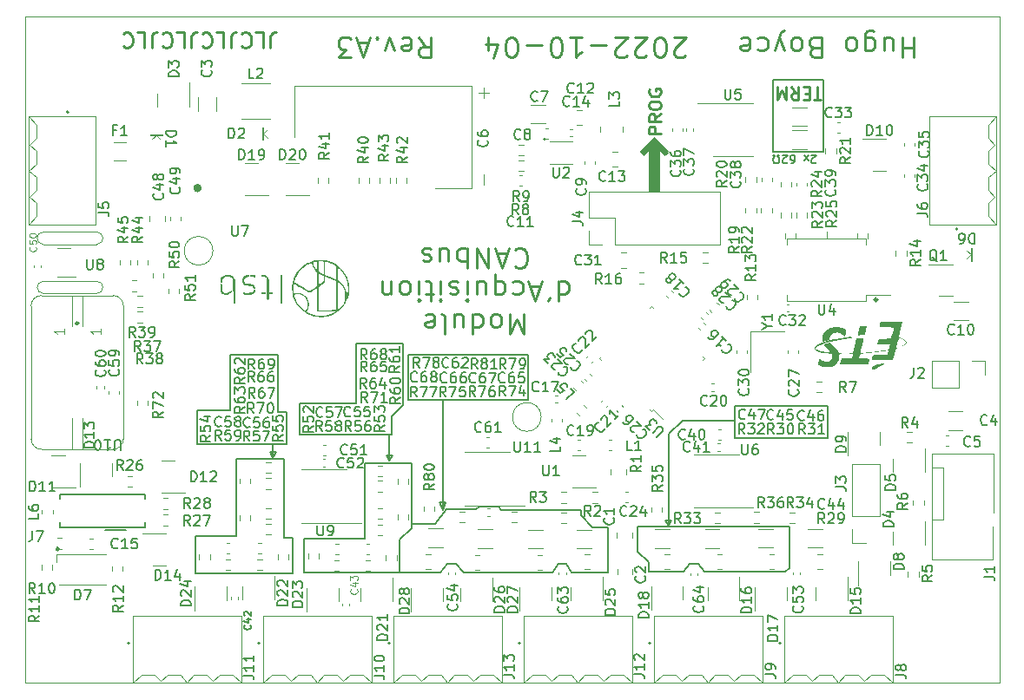
<source format=gbr>
%TF.GenerationSoftware,KiCad,Pcbnew,6.0.8-f2edbf62ab~116~ubuntu20.04.1*%
%TF.CreationDate,2022-10-04T16:34:12-04:00*%
%TF.ProjectId,CAN-Acquisition-Module,43414e2d-4163-4717-9569-736974696f6e,A3*%
%TF.SameCoordinates,Original*%
%TF.FileFunction,Legend,Top*%
%TF.FilePolarity,Positive*%
%FSLAX46Y46*%
G04 Gerber Fmt 4.6, Leading zero omitted, Abs format (unit mm)*
G04 Created by KiCad (PCBNEW 6.0.8-f2edbf62ab~116~ubuntu20.04.1) date 2022-10-04 16:34:12*
%MOMM*%
%LPD*%
G01*
G04 APERTURE LIST*
%ADD10C,0.150000*%
%ADD11C,0.010000*%
%TA.AperFunction,Profile*%
%ADD12C,0.100000*%
%TD*%
%ADD13C,0.250000*%
%ADD14C,0.120000*%
%ADD15C,0.100000*%
%ADD16C,0.130000*%
%ADD17C,0.405401*%
%ADD18C,0.201421*%
%ADD19C,0.160000*%
%ADD20C,0.283607*%
%ADD21C,0.260000*%
G04 APERTURE END LIST*
D10*
X45275000Y-75825000D02*
X46100000Y-75825000D01*
X46075000Y-79275000D01*
X36625000Y-79275000D01*
X36650000Y-75700000D01*
X40600000Y-75700000D01*
X40600000Y-68150000D01*
X45275000Y-68150000D01*
X45275000Y-75825000D01*
X43925000Y-67475000D02*
X44175000Y-68025000D01*
X55800000Y-67775000D02*
X55225000Y-67775000D01*
X44175000Y-68025000D02*
X44500000Y-67475000D01*
X97850000Y-38150000D02*
X92960000Y-38150000D01*
X92960000Y-38150000D02*
X92960000Y-31170000D01*
X92960000Y-31170000D02*
X97850000Y-31170000D01*
X97850000Y-31170000D02*
X97850000Y-38150000D01*
X82750000Y-74675000D02*
X83000000Y-74150000D01*
X56875000Y-62875000D02*
X55750000Y-64025000D01*
X55750000Y-65775000D01*
X46800000Y-65775000D01*
X46800000Y-62725000D01*
X52325000Y-62725000D01*
X52325000Y-56900000D01*
X56875000Y-56900000D01*
X56875000Y-62875000D01*
X83000000Y-74150000D02*
X82450000Y-74175000D01*
X84100000Y-64400000D02*
X82750000Y-65725000D01*
X89225000Y-64400000D02*
X84100000Y-64400000D01*
X66400000Y-73100000D02*
X74175000Y-73100000D01*
X74175000Y-73675000D01*
X75325000Y-74800000D01*
X76875000Y-74800000D01*
X76875000Y-79250000D01*
X73250000Y-79250000D01*
X72775000Y-78350000D01*
X72050000Y-78350000D01*
X71400000Y-79250000D01*
X62775000Y-79250000D01*
X62050000Y-78425000D01*
X61200000Y-78425000D01*
X60500000Y-79250000D01*
X56550000Y-79250000D01*
X56525000Y-76025000D01*
X57700000Y-74875000D01*
X57725000Y-74525000D01*
X59975000Y-74525000D01*
X61050000Y-73050000D01*
X63975000Y-73050000D01*
X64275000Y-72800000D01*
X66150000Y-72800000D01*
X66400000Y-73100000D01*
X55225000Y-67775000D02*
X55475000Y-68325000D01*
X44175000Y-66675000D02*
X44175000Y-68025000D01*
X94550000Y-78800000D02*
X94100000Y-79175000D01*
X86225000Y-79175000D01*
X85650000Y-78425000D01*
X84800000Y-78425000D01*
X84200000Y-79125000D01*
X80800000Y-79125000D01*
X80800000Y-78250000D01*
X79750000Y-77175000D01*
X79750000Y-74725000D01*
X94550000Y-74725000D01*
X94550000Y-78800000D01*
X57675000Y-74925000D02*
X56550000Y-76050000D01*
X56550000Y-79250000D01*
X47175000Y-79250000D01*
X47175000Y-75925000D01*
X53125000Y-75925000D01*
X53125000Y-68525000D01*
X57675000Y-68525000D01*
X57675000Y-74925000D01*
X69050000Y-62375000D02*
X57350000Y-62375000D01*
X57350000Y-62375000D02*
X57350000Y-57950000D01*
X57350000Y-57950000D02*
X69050000Y-57950000D01*
X69050000Y-57950000D02*
X69050000Y-62375000D01*
X60750000Y-73150000D02*
X60975000Y-72375000D01*
X60975000Y-72375000D02*
X60450000Y-72400000D01*
X82450000Y-74175000D02*
X82750000Y-74675000D01*
X55475000Y-65800000D02*
X55475000Y-68325000D01*
X60450000Y-72400000D02*
X60750000Y-73175000D01*
X44700000Y-63550000D02*
X45525000Y-63550000D01*
X45499807Y-66675045D01*
X36790155Y-66680222D01*
X36815348Y-63430177D01*
X40025000Y-63425000D01*
X40025000Y-58000000D01*
X44700000Y-58000000D01*
X44700000Y-63550000D01*
D11*
G36*
X82738000Y-38161000D02*
G01*
X82357000Y-38542000D01*
X81849000Y-38034000D01*
X81849000Y-41971000D01*
X80833000Y-41971000D01*
X80833000Y-38034000D01*
X80325000Y-38542000D01*
X79944000Y-38161000D01*
X81341000Y-36764000D01*
X82738000Y-38161000D01*
G37*
X82738000Y-38161000D02*
X82357000Y-38542000D01*
X81849000Y-38034000D01*
X81849000Y-41971000D01*
X80833000Y-41971000D01*
X80833000Y-38034000D01*
X80325000Y-38542000D01*
X79944000Y-38161000D01*
X81341000Y-36764000D01*
X82738000Y-38161000D01*
D10*
X82750000Y-65725000D02*
X82750000Y-74675000D01*
X89225000Y-62975000D02*
X98250000Y-62975000D01*
X98250000Y-62975000D02*
X98250000Y-66100000D01*
X98250000Y-66100000D02*
X89225000Y-66100000D01*
X89225000Y-66100000D02*
X89225000Y-62975000D01*
X44500000Y-67475000D02*
X43925000Y-67475000D01*
X55475000Y-68325000D02*
X55800000Y-67775000D01*
X60750000Y-62425000D02*
X60750000Y-73150000D01*
D12*
X27000000Y-52000000D02*
X21800000Y-52000000D01*
X21800000Y-50800000D02*
G75*
G03*
X21800000Y-52000000I0J-600000D01*
G01*
X20000000Y-90000000D02*
X115000000Y-90000000D01*
X115000000Y-90000000D02*
X115000000Y-25000000D01*
X115000000Y-25000000D02*
X20000000Y-25000000D01*
X20000000Y-25000000D02*
X20000000Y-90000000D01*
X21800000Y-46000000D02*
G75*
G03*
X21800000Y-47200000I0J-600000D01*
G01*
X21800000Y-46000000D02*
X27000000Y-46000000D01*
X27000000Y-47200000D02*
X21800000Y-47200000D01*
X27000000Y-52000000D02*
G75*
G03*
X27000000Y-50800000I0J600000D01*
G01*
X21800000Y-50800000D02*
X27000000Y-50800000D01*
X27000000Y-47200000D02*
G75*
G03*
X27000000Y-46000000I0J600000D01*
G01*
D13*
X43928571Y-28021428D02*
X43928571Y-26950000D01*
X44000000Y-26735714D01*
X44142857Y-26592857D01*
X44357142Y-26521428D01*
X44500000Y-26521428D01*
X42500000Y-26521428D02*
X43214285Y-26521428D01*
X43214285Y-28021428D01*
X41142857Y-26664285D02*
X41214285Y-26592857D01*
X41428571Y-26521428D01*
X41571428Y-26521428D01*
X41785714Y-26592857D01*
X41928571Y-26735714D01*
X42000000Y-26878571D01*
X42071428Y-27164285D01*
X42071428Y-27378571D01*
X42000000Y-27664285D01*
X41928571Y-27807142D01*
X41785714Y-27950000D01*
X41571428Y-28021428D01*
X41428571Y-28021428D01*
X41214285Y-27950000D01*
X41142857Y-27878571D01*
X40071428Y-28021428D02*
X40071428Y-26950000D01*
X40142857Y-26735714D01*
X40285714Y-26592857D01*
X40500000Y-26521428D01*
X40642857Y-26521428D01*
X38642857Y-26521428D02*
X39357142Y-26521428D01*
X39357142Y-28021428D01*
X37285714Y-26664285D02*
X37357142Y-26592857D01*
X37571428Y-26521428D01*
X37714285Y-26521428D01*
X37928571Y-26592857D01*
X38071428Y-26735714D01*
X38142857Y-26878571D01*
X38214285Y-27164285D01*
X38214285Y-27378571D01*
X38142857Y-27664285D01*
X38071428Y-27807142D01*
X37928571Y-27950000D01*
X37714285Y-28021428D01*
X37571428Y-28021428D01*
X37357142Y-27950000D01*
X37285714Y-27878571D01*
X36214285Y-28021428D02*
X36214285Y-26950000D01*
X36285714Y-26735714D01*
X36428571Y-26592857D01*
X36642857Y-26521428D01*
X36785714Y-26521428D01*
X34785714Y-26521428D02*
X35500000Y-26521428D01*
X35500000Y-28021428D01*
X33428571Y-26664285D02*
X33500000Y-26592857D01*
X33714285Y-26521428D01*
X33857142Y-26521428D01*
X34071428Y-26592857D01*
X34214285Y-26735714D01*
X34285714Y-26878571D01*
X34357142Y-27164285D01*
X34357142Y-27378571D01*
X34285714Y-27664285D01*
X34214285Y-27807142D01*
X34071428Y-27950000D01*
X33857142Y-28021428D01*
X33714285Y-28021428D01*
X33500000Y-27950000D01*
X33428571Y-27878571D01*
X32357142Y-28021428D02*
X32357142Y-26950000D01*
X32428571Y-26735714D01*
X32571428Y-26592857D01*
X32785714Y-26521428D01*
X32928571Y-26521428D01*
X30928571Y-26521428D02*
X31642857Y-26521428D01*
X31642857Y-28021428D01*
X29571428Y-26664285D02*
X29642857Y-26592857D01*
X29857142Y-26521428D01*
X30000000Y-26521428D01*
X30214285Y-26592857D01*
X30357142Y-26735714D01*
X30428571Y-26878571D01*
X30500000Y-27164285D01*
X30500000Y-27378571D01*
X30428571Y-27664285D01*
X30357142Y-27807142D01*
X30214285Y-27950000D01*
X30000000Y-28021428D01*
X29857142Y-28021428D01*
X29642857Y-27950000D01*
X29571428Y-27878571D01*
X68611904Y-53965238D02*
X68611904Y-55965238D01*
X67945238Y-54536666D01*
X67278571Y-55965238D01*
X67278571Y-53965238D01*
X66040476Y-53965238D02*
X66230952Y-54060476D01*
X66326190Y-54155714D01*
X66421428Y-54346190D01*
X66421428Y-54917619D01*
X66326190Y-55108095D01*
X66230952Y-55203333D01*
X66040476Y-55298571D01*
X65754761Y-55298571D01*
X65564285Y-55203333D01*
X65469047Y-55108095D01*
X65373809Y-54917619D01*
X65373809Y-54346190D01*
X65469047Y-54155714D01*
X65564285Y-54060476D01*
X65754761Y-53965238D01*
X66040476Y-53965238D01*
X63659523Y-53965238D02*
X63659523Y-55965238D01*
X63659523Y-54060476D02*
X63850000Y-53965238D01*
X64230952Y-53965238D01*
X64421428Y-54060476D01*
X64516666Y-54155714D01*
X64611904Y-54346190D01*
X64611904Y-54917619D01*
X64516666Y-55108095D01*
X64421428Y-55203333D01*
X64230952Y-55298571D01*
X63850000Y-55298571D01*
X63659523Y-55203333D01*
X61850000Y-55298571D02*
X61850000Y-53965238D01*
X62707142Y-55298571D02*
X62707142Y-54250952D01*
X62611904Y-54060476D01*
X62421428Y-53965238D01*
X62135714Y-53965238D01*
X61945238Y-54060476D01*
X61850000Y-54155714D01*
X60611904Y-53965238D02*
X60802380Y-54060476D01*
X60897619Y-54250952D01*
X60897619Y-55965238D01*
X59088095Y-54060476D02*
X59278571Y-53965238D01*
X59659523Y-53965238D01*
X59850000Y-54060476D01*
X59945238Y-54250952D01*
X59945238Y-55012857D01*
X59850000Y-55203333D01*
X59659523Y-55298571D01*
X59278571Y-55298571D01*
X59088095Y-55203333D01*
X58992857Y-55012857D01*
X58992857Y-54822380D01*
X59945238Y-54631904D01*
X72040476Y-50745238D02*
X72040476Y-52745238D01*
X72040476Y-50840476D02*
X72230952Y-50745238D01*
X72611904Y-50745238D01*
X72802380Y-50840476D01*
X72897619Y-50935714D01*
X72992857Y-51126190D01*
X72992857Y-51697619D01*
X72897619Y-51888095D01*
X72802380Y-51983333D01*
X72611904Y-52078571D01*
X72230952Y-52078571D01*
X72040476Y-51983333D01*
X70992857Y-52745238D02*
X71183333Y-52364285D01*
X70230952Y-51316666D02*
X69278571Y-51316666D01*
X70421428Y-50745238D02*
X69754761Y-52745238D01*
X69088095Y-50745238D01*
X67564285Y-50840476D02*
X67754761Y-50745238D01*
X68135714Y-50745238D01*
X68326190Y-50840476D01*
X68421428Y-50935714D01*
X68516666Y-51126190D01*
X68516666Y-51697619D01*
X68421428Y-51888095D01*
X68326190Y-51983333D01*
X68135714Y-52078571D01*
X67754761Y-52078571D01*
X67564285Y-51983333D01*
X65850000Y-52078571D02*
X65850000Y-50078571D01*
X65850000Y-50840476D02*
X66040476Y-50745238D01*
X66421428Y-50745238D01*
X66611904Y-50840476D01*
X66707142Y-50935714D01*
X66802380Y-51126190D01*
X66802380Y-51697619D01*
X66707142Y-51888095D01*
X66611904Y-51983333D01*
X66421428Y-52078571D01*
X66040476Y-52078571D01*
X65850000Y-51983333D01*
X64040476Y-52078571D02*
X64040476Y-50745238D01*
X64897619Y-52078571D02*
X64897619Y-51030952D01*
X64802380Y-50840476D01*
X64611904Y-50745238D01*
X64326190Y-50745238D01*
X64135714Y-50840476D01*
X64040476Y-50935714D01*
X63088095Y-50745238D02*
X63088095Y-52078571D01*
X63088095Y-52745238D02*
X63183333Y-52650000D01*
X63088095Y-52554761D01*
X62992857Y-52650000D01*
X63088095Y-52745238D01*
X63088095Y-52554761D01*
X62230952Y-50840476D02*
X62040476Y-50745238D01*
X61659523Y-50745238D01*
X61469047Y-50840476D01*
X61373809Y-51030952D01*
X61373809Y-51126190D01*
X61469047Y-51316666D01*
X61659523Y-51411904D01*
X61945238Y-51411904D01*
X62135714Y-51507142D01*
X62230952Y-51697619D01*
X62230952Y-51792857D01*
X62135714Y-51983333D01*
X61945238Y-52078571D01*
X61659523Y-52078571D01*
X61469047Y-51983333D01*
X60516666Y-50745238D02*
X60516666Y-52078571D01*
X60516666Y-52745238D02*
X60611904Y-52650000D01*
X60516666Y-52554761D01*
X60421428Y-52650000D01*
X60516666Y-52745238D01*
X60516666Y-52554761D01*
X59850000Y-52078571D02*
X59088095Y-52078571D01*
X59564285Y-52745238D02*
X59564285Y-51030952D01*
X59469047Y-50840476D01*
X59278571Y-50745238D01*
X59088095Y-50745238D01*
X58421428Y-50745238D02*
X58421428Y-52078571D01*
X58421428Y-52745238D02*
X58516666Y-52650000D01*
X58421428Y-52554761D01*
X58326190Y-52650000D01*
X58421428Y-52745238D01*
X58421428Y-52554761D01*
X57183333Y-50745238D02*
X57373809Y-50840476D01*
X57469047Y-50935714D01*
X57564285Y-51126190D01*
X57564285Y-51697619D01*
X57469047Y-51888095D01*
X57373809Y-51983333D01*
X57183333Y-52078571D01*
X56897619Y-52078571D01*
X56707142Y-51983333D01*
X56611904Y-51888095D01*
X56516666Y-51697619D01*
X56516666Y-51126190D01*
X56611904Y-50935714D01*
X56707142Y-50840476D01*
X56897619Y-50745238D01*
X57183333Y-50745238D01*
X55659523Y-52078571D02*
X55659523Y-50745238D01*
X55659523Y-51888095D02*
X55564285Y-51983333D01*
X55373809Y-52078571D01*
X55088095Y-52078571D01*
X54897619Y-51983333D01*
X54802380Y-51792857D01*
X54802380Y-50745238D01*
X67754761Y-47715714D02*
X67850000Y-47620476D01*
X68135714Y-47525238D01*
X68326190Y-47525238D01*
X68611904Y-47620476D01*
X68802380Y-47810952D01*
X68897619Y-48001428D01*
X68992857Y-48382380D01*
X68992857Y-48668095D01*
X68897619Y-49049047D01*
X68802380Y-49239523D01*
X68611904Y-49430000D01*
X68326190Y-49525238D01*
X68135714Y-49525238D01*
X67850000Y-49430000D01*
X67754761Y-49334761D01*
X66992857Y-48096666D02*
X66040476Y-48096666D01*
X67183333Y-47525238D02*
X66516666Y-49525238D01*
X65850000Y-47525238D01*
X65183333Y-47525238D02*
X65183333Y-49525238D01*
X64040476Y-47525238D01*
X64040476Y-49525238D01*
X63088095Y-47525238D02*
X63088095Y-49525238D01*
X63088095Y-48763333D02*
X62897619Y-48858571D01*
X62516666Y-48858571D01*
X62326190Y-48763333D01*
X62230952Y-48668095D01*
X62135714Y-48477619D01*
X62135714Y-47906190D01*
X62230952Y-47715714D01*
X62326190Y-47620476D01*
X62516666Y-47525238D01*
X62897619Y-47525238D01*
X63088095Y-47620476D01*
X60421428Y-48858571D02*
X60421428Y-47525238D01*
X61278571Y-48858571D02*
X61278571Y-47810952D01*
X61183333Y-47620476D01*
X60992857Y-47525238D01*
X60707142Y-47525238D01*
X60516666Y-47620476D01*
X60421428Y-47715714D01*
X59564285Y-47620476D02*
X59373809Y-47525238D01*
X58992857Y-47525238D01*
X58802380Y-47620476D01*
X58707142Y-47810952D01*
X58707142Y-47906190D01*
X58802380Y-48096666D01*
X58992857Y-48191904D01*
X59278571Y-48191904D01*
X59469047Y-48287142D01*
X59564285Y-48477619D01*
X59564285Y-48572857D01*
X59469047Y-48763333D01*
X59278571Y-48858571D01*
X58992857Y-48858571D01*
X58802380Y-48763333D01*
X106675000Y-26970238D02*
X106675000Y-28970238D01*
X106675000Y-28017857D02*
X105532142Y-28017857D01*
X105532142Y-26970238D02*
X105532142Y-28970238D01*
X103722619Y-28303571D02*
X103722619Y-26970238D01*
X104579761Y-28303571D02*
X104579761Y-27255952D01*
X104484523Y-27065476D01*
X104294047Y-26970238D01*
X104008333Y-26970238D01*
X103817857Y-27065476D01*
X103722619Y-27160714D01*
X101913095Y-28303571D02*
X101913095Y-26684523D01*
X102008333Y-26494047D01*
X102103571Y-26398809D01*
X102294047Y-26303571D01*
X102579761Y-26303571D01*
X102770238Y-26398809D01*
X101913095Y-27065476D02*
X102103571Y-26970238D01*
X102484523Y-26970238D01*
X102675000Y-27065476D01*
X102770238Y-27160714D01*
X102865476Y-27351190D01*
X102865476Y-27922619D01*
X102770238Y-28113095D01*
X102675000Y-28208333D01*
X102484523Y-28303571D01*
X102103571Y-28303571D01*
X101913095Y-28208333D01*
X100675000Y-26970238D02*
X100865476Y-27065476D01*
X100960714Y-27160714D01*
X101055952Y-27351190D01*
X101055952Y-27922619D01*
X100960714Y-28113095D01*
X100865476Y-28208333D01*
X100675000Y-28303571D01*
X100389285Y-28303571D01*
X100198809Y-28208333D01*
X100103571Y-28113095D01*
X100008333Y-27922619D01*
X100008333Y-27351190D01*
X100103571Y-27160714D01*
X100198809Y-27065476D01*
X100389285Y-26970238D01*
X100675000Y-26970238D01*
X96960714Y-28017857D02*
X96675000Y-27922619D01*
X96579761Y-27827380D01*
X96484523Y-27636904D01*
X96484523Y-27351190D01*
X96579761Y-27160714D01*
X96675000Y-27065476D01*
X96865476Y-26970238D01*
X97627380Y-26970238D01*
X97627380Y-28970238D01*
X96960714Y-28970238D01*
X96770238Y-28875000D01*
X96675000Y-28779761D01*
X96579761Y-28589285D01*
X96579761Y-28398809D01*
X96675000Y-28208333D01*
X96770238Y-28113095D01*
X96960714Y-28017857D01*
X97627380Y-28017857D01*
X95341666Y-26970238D02*
X95532142Y-27065476D01*
X95627380Y-27160714D01*
X95722619Y-27351190D01*
X95722619Y-27922619D01*
X95627380Y-28113095D01*
X95532142Y-28208333D01*
X95341666Y-28303571D01*
X95055952Y-28303571D01*
X94865476Y-28208333D01*
X94770238Y-28113095D01*
X94675000Y-27922619D01*
X94675000Y-27351190D01*
X94770238Y-27160714D01*
X94865476Y-27065476D01*
X95055952Y-26970238D01*
X95341666Y-26970238D01*
X94008333Y-28303571D02*
X93532142Y-26970238D01*
X93055952Y-28303571D02*
X93532142Y-26970238D01*
X93722619Y-26494047D01*
X93817857Y-26398809D01*
X94008333Y-26303571D01*
X91436904Y-27065476D02*
X91627380Y-26970238D01*
X92008333Y-26970238D01*
X92198809Y-27065476D01*
X92294047Y-27160714D01*
X92389285Y-27351190D01*
X92389285Y-27922619D01*
X92294047Y-28113095D01*
X92198809Y-28208333D01*
X92008333Y-28303571D01*
X91627380Y-28303571D01*
X91436904Y-28208333D01*
X89817857Y-27065476D02*
X90008333Y-26970238D01*
X90389285Y-26970238D01*
X90579761Y-27065476D01*
X90675000Y-27255952D01*
X90675000Y-28017857D01*
X90579761Y-28208333D01*
X90389285Y-28303571D01*
X90008333Y-28303571D01*
X89817857Y-28208333D01*
X89722619Y-28017857D01*
X89722619Y-27827380D01*
X90675000Y-27636904D01*
X84389285Y-28779761D02*
X84294047Y-28875000D01*
X84103571Y-28970238D01*
X83627380Y-28970238D01*
X83436904Y-28875000D01*
X83341666Y-28779761D01*
X83246428Y-28589285D01*
X83246428Y-28398809D01*
X83341666Y-28113095D01*
X84484523Y-26970238D01*
X83246428Y-26970238D01*
X82008333Y-28970238D02*
X81817857Y-28970238D01*
X81627380Y-28875000D01*
X81532142Y-28779761D01*
X81436904Y-28589285D01*
X81341666Y-28208333D01*
X81341666Y-27732142D01*
X81436904Y-27351190D01*
X81532142Y-27160714D01*
X81627380Y-27065476D01*
X81817857Y-26970238D01*
X82008333Y-26970238D01*
X82198809Y-27065476D01*
X82294047Y-27160714D01*
X82389285Y-27351190D01*
X82484523Y-27732142D01*
X82484523Y-28208333D01*
X82389285Y-28589285D01*
X82294047Y-28779761D01*
X82198809Y-28875000D01*
X82008333Y-28970238D01*
X80579761Y-28779761D02*
X80484523Y-28875000D01*
X80294047Y-28970238D01*
X79817857Y-28970238D01*
X79627380Y-28875000D01*
X79532142Y-28779761D01*
X79436904Y-28589285D01*
X79436904Y-28398809D01*
X79532142Y-28113095D01*
X80675000Y-26970238D01*
X79436904Y-26970238D01*
X78675000Y-28779761D02*
X78579761Y-28875000D01*
X78389285Y-28970238D01*
X77913095Y-28970238D01*
X77722619Y-28875000D01*
X77627380Y-28779761D01*
X77532142Y-28589285D01*
X77532142Y-28398809D01*
X77627380Y-28113095D01*
X78770238Y-26970238D01*
X77532142Y-26970238D01*
X76675000Y-27732142D02*
X75151190Y-27732142D01*
X73151190Y-26970238D02*
X74294047Y-26970238D01*
X73722619Y-26970238D02*
X73722619Y-28970238D01*
X73913095Y-28684523D01*
X74103571Y-28494047D01*
X74294047Y-28398809D01*
X71913095Y-28970238D02*
X71722619Y-28970238D01*
X71532142Y-28875000D01*
X71436904Y-28779761D01*
X71341666Y-28589285D01*
X71246428Y-28208333D01*
X71246428Y-27732142D01*
X71341666Y-27351190D01*
X71436904Y-27160714D01*
X71532142Y-27065476D01*
X71722619Y-26970238D01*
X71913095Y-26970238D01*
X72103571Y-27065476D01*
X72198809Y-27160714D01*
X72294047Y-27351190D01*
X72389285Y-27732142D01*
X72389285Y-28208333D01*
X72294047Y-28589285D01*
X72198809Y-28779761D01*
X72103571Y-28875000D01*
X71913095Y-28970238D01*
X70389285Y-27732142D02*
X68865476Y-27732142D01*
X67532142Y-28970238D02*
X67341666Y-28970238D01*
X67151190Y-28875000D01*
X67055952Y-28779761D01*
X66960714Y-28589285D01*
X66865476Y-28208333D01*
X66865476Y-27732142D01*
X66960714Y-27351190D01*
X67055952Y-27160714D01*
X67151190Y-27065476D01*
X67341666Y-26970238D01*
X67532142Y-26970238D01*
X67722619Y-27065476D01*
X67817857Y-27160714D01*
X67913095Y-27351190D01*
X68008333Y-27732142D01*
X68008333Y-28208333D01*
X67913095Y-28589285D01*
X67817857Y-28779761D01*
X67722619Y-28875000D01*
X67532142Y-28970238D01*
X65151190Y-28303571D02*
X65151190Y-26970238D01*
X65627380Y-29065476D02*
X66103571Y-27636904D01*
X64865476Y-27636904D01*
X58389285Y-26970238D02*
X59055952Y-27922619D01*
X59532142Y-26970238D02*
X59532142Y-28970238D01*
X58770238Y-28970238D01*
X58579761Y-28874999D01*
X58484523Y-28779761D01*
X58389285Y-28589285D01*
X58389285Y-28303571D01*
X58484523Y-28113095D01*
X58579761Y-28017857D01*
X58770238Y-27922619D01*
X59532142Y-27922619D01*
X56770238Y-27065476D02*
X56960714Y-26970238D01*
X57341666Y-26970238D01*
X57532142Y-27065476D01*
X57627380Y-27255952D01*
X57627380Y-28017857D01*
X57532142Y-28208333D01*
X57341666Y-28303571D01*
X56960714Y-28303571D01*
X56770238Y-28208333D01*
X56675000Y-28017857D01*
X56675000Y-27827380D01*
X57627380Y-27636904D01*
X56008333Y-28303571D02*
X55532142Y-26970238D01*
X55055952Y-28303571D01*
X54294047Y-27160714D02*
X54198809Y-27065476D01*
X54294047Y-26970238D01*
X54389285Y-27065476D01*
X54294047Y-27160714D01*
X54294047Y-26970238D01*
X53436904Y-27541666D02*
X52484523Y-27541666D01*
X53627380Y-26970238D02*
X52960714Y-28970238D01*
X52294047Y-26970238D01*
X51817857Y-28970238D02*
X50579761Y-28970238D01*
X51246428Y-28208333D01*
X50960714Y-28208333D01*
X50770238Y-28113095D01*
X50675000Y-28017857D01*
X50579761Y-27827380D01*
X50579761Y-27351190D01*
X50675000Y-27160714D01*
X50770238Y-27065476D01*
X50960714Y-26970238D01*
X51532142Y-26970238D01*
X51722619Y-27065476D01*
X51817857Y-27160714D01*
X82010857Y-36366857D02*
X80810857Y-36366857D01*
X80810857Y-35909714D01*
X80868000Y-35795428D01*
X80925142Y-35738285D01*
X81039428Y-35681142D01*
X81210857Y-35681142D01*
X81325142Y-35738285D01*
X81382285Y-35795428D01*
X81439428Y-35909714D01*
X81439428Y-36366857D01*
X82010857Y-34481142D02*
X81439428Y-34881142D01*
X82010857Y-35166857D02*
X80810857Y-35166857D01*
X80810857Y-34709714D01*
X80868000Y-34595428D01*
X80925142Y-34538285D01*
X81039428Y-34481142D01*
X81210857Y-34481142D01*
X81325142Y-34538285D01*
X81382285Y-34595428D01*
X81439428Y-34709714D01*
X81439428Y-35166857D01*
X80810857Y-33738285D02*
X80810857Y-33509714D01*
X80868000Y-33395428D01*
X80982285Y-33281142D01*
X81210857Y-33224000D01*
X81610857Y-33224000D01*
X81839428Y-33281142D01*
X81953714Y-33395428D01*
X82010857Y-33509714D01*
X82010857Y-33738285D01*
X81953714Y-33852571D01*
X81839428Y-33966857D01*
X81610857Y-34024000D01*
X81210857Y-34024000D01*
X80982285Y-33966857D01*
X80868000Y-33852571D01*
X80810857Y-33738285D01*
X80868000Y-32081142D02*
X80810857Y-32195428D01*
X80810857Y-32366857D01*
X80868000Y-32538285D01*
X80982285Y-32652571D01*
X81096571Y-32709714D01*
X81325142Y-32766857D01*
X81496571Y-32766857D01*
X81725142Y-32709714D01*
X81839428Y-32652571D01*
X81953714Y-32538285D01*
X82010857Y-32366857D01*
X82010857Y-32252571D01*
X81953714Y-32081142D01*
X81896571Y-32024000D01*
X81496571Y-32024000D01*
X81496571Y-32252571D01*
X97561428Y-33047142D02*
X96875714Y-33047142D01*
X97218571Y-31847142D02*
X97218571Y-33047142D01*
X96475714Y-32475714D02*
X96075714Y-32475714D01*
X95904285Y-31847142D02*
X96475714Y-31847142D01*
X96475714Y-33047142D01*
X95904285Y-33047142D01*
X94704285Y-31847142D02*
X95104285Y-32418571D01*
X95390000Y-31847142D02*
X95390000Y-33047142D01*
X94932857Y-33047142D01*
X94818571Y-32990000D01*
X94761428Y-32932857D01*
X94704285Y-32818571D01*
X94704285Y-32647142D01*
X94761428Y-32532857D01*
X94818571Y-32475714D01*
X94932857Y-32418571D01*
X95390000Y-32418571D01*
X94190000Y-31847142D02*
X94190000Y-33047142D01*
X93790000Y-32190000D01*
X93390000Y-33047142D01*
X93390000Y-31847142D01*
D10*
X97086190Y-39201904D02*
X97048095Y-39240000D01*
X96971904Y-39278095D01*
X96781428Y-39278095D01*
X96705238Y-39240000D01*
X96667142Y-39201904D01*
X96629047Y-39125714D01*
X96629047Y-39049523D01*
X96667142Y-38935238D01*
X97124285Y-38478095D01*
X96629047Y-38478095D01*
X96362380Y-38478095D02*
X95943333Y-39011428D01*
X96362380Y-39011428D02*
X95943333Y-38478095D01*
X94686190Y-39278095D02*
X94838571Y-39278095D01*
X94914761Y-39240000D01*
X94952857Y-39201904D01*
X95029047Y-39087619D01*
X95067142Y-38935238D01*
X95067142Y-38630476D01*
X95029047Y-38554285D01*
X94990952Y-38516190D01*
X94914761Y-38478095D01*
X94762380Y-38478095D01*
X94686190Y-38516190D01*
X94648095Y-38554285D01*
X94610000Y-38630476D01*
X94610000Y-38820952D01*
X94648095Y-38897142D01*
X94686190Y-38935238D01*
X94762380Y-38973333D01*
X94914761Y-38973333D01*
X94990952Y-38935238D01*
X95029047Y-38897142D01*
X95067142Y-38820952D01*
X94305238Y-39201904D02*
X94267142Y-39240000D01*
X94190952Y-39278095D01*
X94000476Y-39278095D01*
X93924285Y-39240000D01*
X93886190Y-39201904D01*
X93848095Y-39125714D01*
X93848095Y-39049523D01*
X93886190Y-38935238D01*
X94343333Y-38478095D01*
X93848095Y-38478095D01*
X93543333Y-38478095D02*
X93352857Y-38478095D01*
X93352857Y-38630476D01*
X93429047Y-38668571D01*
X93505238Y-38744761D01*
X93543333Y-38859047D01*
X93543333Y-39049523D01*
X93505238Y-39163809D01*
X93429047Y-39240000D01*
X93314761Y-39278095D01*
X93162380Y-39278095D01*
X93048095Y-39240000D01*
X92971904Y-39163809D01*
X92933809Y-39049523D01*
X92933809Y-38859047D01*
X92971904Y-38744761D01*
X93048095Y-38668571D01*
X93124285Y-38630476D01*
X93124285Y-38478095D01*
X92933809Y-38478095D01*
%TO.C,C46*%
X95957142Y-64307142D02*
X95909523Y-64354761D01*
X95766666Y-64402380D01*
X95671428Y-64402380D01*
X95528571Y-64354761D01*
X95433333Y-64259523D01*
X95385714Y-64164285D01*
X95338095Y-63973809D01*
X95338095Y-63830952D01*
X95385714Y-63640476D01*
X95433333Y-63545238D01*
X95528571Y-63450000D01*
X95671428Y-63402380D01*
X95766666Y-63402380D01*
X95909523Y-63450000D01*
X95957142Y-63497619D01*
X96814285Y-63735714D02*
X96814285Y-64402380D01*
X96576190Y-63354761D02*
X96338095Y-64069047D01*
X96957142Y-64069047D01*
X97766666Y-63402380D02*
X97576190Y-63402380D01*
X97480952Y-63450000D01*
X97433333Y-63497619D01*
X97338095Y-63640476D01*
X97290476Y-63830952D01*
X97290476Y-64211904D01*
X97338095Y-64307142D01*
X97385714Y-64354761D01*
X97480952Y-64402380D01*
X97671428Y-64402380D01*
X97766666Y-64354761D01*
X97814285Y-64307142D01*
X97861904Y-64211904D01*
X97861904Y-63973809D01*
X97814285Y-63878571D01*
X97766666Y-63830952D01*
X97671428Y-63783333D01*
X97480952Y-63783333D01*
X97385714Y-63830952D01*
X97338095Y-63878571D01*
X97290476Y-63973809D01*
%TO.C,R50*%
X35052380Y-48842857D02*
X34576190Y-49176190D01*
X35052380Y-49414285D02*
X34052380Y-49414285D01*
X34052380Y-49033333D01*
X34100000Y-48938095D01*
X34147619Y-48890476D01*
X34242857Y-48842857D01*
X34385714Y-48842857D01*
X34480952Y-48890476D01*
X34528571Y-48938095D01*
X34576190Y-49033333D01*
X34576190Y-49414285D01*
X34052380Y-47938095D02*
X34052380Y-48414285D01*
X34528571Y-48461904D01*
X34480952Y-48414285D01*
X34433333Y-48319047D01*
X34433333Y-48080952D01*
X34480952Y-47985714D01*
X34528571Y-47938095D01*
X34623809Y-47890476D01*
X34861904Y-47890476D01*
X34957142Y-47938095D01*
X35004761Y-47985714D01*
X35052380Y-48080952D01*
X35052380Y-48319047D01*
X35004761Y-48414285D01*
X34957142Y-48461904D01*
X34052380Y-47271428D02*
X34052380Y-47176190D01*
X34100000Y-47080952D01*
X34147619Y-47033333D01*
X34242857Y-46985714D01*
X34433333Y-46938095D01*
X34671428Y-46938095D01*
X34861904Y-46985714D01*
X34957142Y-47033333D01*
X35004761Y-47080952D01*
X35052380Y-47176190D01*
X35052380Y-47271428D01*
X35004761Y-47366666D01*
X34957142Y-47414285D01*
X34861904Y-47461904D01*
X34671428Y-47509523D01*
X34433333Y-47509523D01*
X34242857Y-47461904D01*
X34147619Y-47414285D01*
X34100000Y-47366666D01*
X34052380Y-47271428D01*
%TO.C,C68*%
X58232142Y-60532142D02*
X58184523Y-60579761D01*
X58041666Y-60627380D01*
X57946428Y-60627380D01*
X57803571Y-60579761D01*
X57708333Y-60484523D01*
X57660714Y-60389285D01*
X57613095Y-60198809D01*
X57613095Y-60055952D01*
X57660714Y-59865476D01*
X57708333Y-59770238D01*
X57803571Y-59675000D01*
X57946428Y-59627380D01*
X58041666Y-59627380D01*
X58184523Y-59675000D01*
X58232142Y-59722619D01*
X59089285Y-59627380D02*
X58898809Y-59627380D01*
X58803571Y-59675000D01*
X58755952Y-59722619D01*
X58660714Y-59865476D01*
X58613095Y-60055952D01*
X58613095Y-60436904D01*
X58660714Y-60532142D01*
X58708333Y-60579761D01*
X58803571Y-60627380D01*
X58994047Y-60627380D01*
X59089285Y-60579761D01*
X59136904Y-60532142D01*
X59184523Y-60436904D01*
X59184523Y-60198809D01*
X59136904Y-60103571D01*
X59089285Y-60055952D01*
X58994047Y-60008333D01*
X58803571Y-60008333D01*
X58708333Y-60055952D01*
X58660714Y-60103571D01*
X58613095Y-60198809D01*
X59755952Y-60055952D02*
X59660714Y-60008333D01*
X59613095Y-59960714D01*
X59565476Y-59865476D01*
X59565476Y-59817857D01*
X59613095Y-59722619D01*
X59660714Y-59675000D01*
X59755952Y-59627380D01*
X59946428Y-59627380D01*
X60041666Y-59675000D01*
X60089285Y-59722619D01*
X60136904Y-59817857D01*
X60136904Y-59865476D01*
X60089285Y-59960714D01*
X60041666Y-60008333D01*
X59946428Y-60055952D01*
X59755952Y-60055952D01*
X59660714Y-60103571D01*
X59613095Y-60151190D01*
X59565476Y-60246428D01*
X59565476Y-60436904D01*
X59613095Y-60532142D01*
X59660714Y-60579761D01*
X59755952Y-60627380D01*
X59946428Y-60627380D01*
X60041666Y-60579761D01*
X60089285Y-60532142D01*
X60136904Y-60436904D01*
X60136904Y-60246428D01*
X60089285Y-60151190D01*
X60041666Y-60103571D01*
X59946428Y-60055952D01*
%TO.C,R78*%
X58457142Y-59227380D02*
X58123809Y-58751190D01*
X57885714Y-59227380D02*
X57885714Y-58227380D01*
X58266666Y-58227380D01*
X58361904Y-58275000D01*
X58409523Y-58322619D01*
X58457142Y-58417857D01*
X58457142Y-58560714D01*
X58409523Y-58655952D01*
X58361904Y-58703571D01*
X58266666Y-58751190D01*
X57885714Y-58751190D01*
X58790476Y-58227380D02*
X59457142Y-58227380D01*
X59028571Y-59227380D01*
X59980952Y-58655952D02*
X59885714Y-58608333D01*
X59838095Y-58560714D01*
X59790476Y-58465476D01*
X59790476Y-58417857D01*
X59838095Y-58322619D01*
X59885714Y-58275000D01*
X59980952Y-58227380D01*
X60171428Y-58227380D01*
X60266666Y-58275000D01*
X60314285Y-58322619D01*
X60361904Y-58417857D01*
X60361904Y-58465476D01*
X60314285Y-58560714D01*
X60266666Y-58608333D01*
X60171428Y-58655952D01*
X59980952Y-58655952D01*
X59885714Y-58703571D01*
X59838095Y-58751190D01*
X59790476Y-58846428D01*
X59790476Y-59036904D01*
X59838095Y-59132142D01*
X59885714Y-59179761D01*
X59980952Y-59227380D01*
X60171428Y-59227380D01*
X60266666Y-59179761D01*
X60314285Y-59132142D01*
X60361904Y-59036904D01*
X60361904Y-58846428D01*
X60314285Y-58751190D01*
X60266666Y-58703571D01*
X60171428Y-58655952D01*
%TO.C,C17*%
X70082142Y-61482142D02*
X70034523Y-61529761D01*
X69891666Y-61577380D01*
X69796428Y-61577380D01*
X69653571Y-61529761D01*
X69558333Y-61434523D01*
X69510714Y-61339285D01*
X69463095Y-61148809D01*
X69463095Y-61005952D01*
X69510714Y-60815476D01*
X69558333Y-60720238D01*
X69653571Y-60625000D01*
X69796428Y-60577380D01*
X69891666Y-60577380D01*
X70034523Y-60625000D01*
X70082142Y-60672619D01*
X71034523Y-61577380D02*
X70463095Y-61577380D01*
X70748809Y-61577380D02*
X70748809Y-60577380D01*
X70653571Y-60720238D01*
X70558333Y-60815476D01*
X70463095Y-60863095D01*
X71367857Y-60577380D02*
X72034523Y-60577380D01*
X71605952Y-61577380D01*
%TO.C,R62*%
X41427380Y-60192857D02*
X40951190Y-60526190D01*
X41427380Y-60764285D02*
X40427380Y-60764285D01*
X40427380Y-60383333D01*
X40475000Y-60288095D01*
X40522619Y-60240476D01*
X40617857Y-60192857D01*
X40760714Y-60192857D01*
X40855952Y-60240476D01*
X40903571Y-60288095D01*
X40951190Y-60383333D01*
X40951190Y-60764285D01*
X40427380Y-59335714D02*
X40427380Y-59526190D01*
X40475000Y-59621428D01*
X40522619Y-59669047D01*
X40665476Y-59764285D01*
X40855952Y-59811904D01*
X41236904Y-59811904D01*
X41332142Y-59764285D01*
X41379761Y-59716666D01*
X41427380Y-59621428D01*
X41427380Y-59430952D01*
X41379761Y-59335714D01*
X41332142Y-59288095D01*
X41236904Y-59240476D01*
X40998809Y-59240476D01*
X40903571Y-59288095D01*
X40855952Y-59335714D01*
X40808333Y-59430952D01*
X40808333Y-59621428D01*
X40855952Y-59716666D01*
X40903571Y-59764285D01*
X40998809Y-59811904D01*
X40522619Y-58859523D02*
X40475000Y-58811904D01*
X40427380Y-58716666D01*
X40427380Y-58478571D01*
X40475000Y-58383333D01*
X40522619Y-58335714D01*
X40617857Y-58288095D01*
X40713095Y-58288095D01*
X40855952Y-58335714D01*
X41427380Y-58907142D01*
X41427380Y-58288095D01*
%TO.C,U7*%
X40193095Y-45360380D02*
X40193095Y-46169904D01*
X40240714Y-46265142D01*
X40288333Y-46312761D01*
X40383571Y-46360380D01*
X40574047Y-46360380D01*
X40669285Y-46312761D01*
X40716904Y-46265142D01*
X40764523Y-46169904D01*
X40764523Y-45360380D01*
X41145476Y-45360380D02*
X41812142Y-45360380D01*
X41383571Y-46360380D01*
%TO.C,R34*%
X94907142Y-72877380D02*
X94573809Y-72401190D01*
X94335714Y-72877380D02*
X94335714Y-71877380D01*
X94716666Y-71877380D01*
X94811904Y-71925000D01*
X94859523Y-71972619D01*
X94907142Y-72067857D01*
X94907142Y-72210714D01*
X94859523Y-72305952D01*
X94811904Y-72353571D01*
X94716666Y-72401190D01*
X94335714Y-72401190D01*
X95240476Y-71877380D02*
X95859523Y-71877380D01*
X95526190Y-72258333D01*
X95669047Y-72258333D01*
X95764285Y-72305952D01*
X95811904Y-72353571D01*
X95859523Y-72448809D01*
X95859523Y-72686904D01*
X95811904Y-72782142D01*
X95764285Y-72829761D01*
X95669047Y-72877380D01*
X95383333Y-72877380D01*
X95288095Y-72829761D01*
X95240476Y-72782142D01*
X96716666Y-72210714D02*
X96716666Y-72877380D01*
X96478571Y-71829761D02*
X96240476Y-72544047D01*
X96859523Y-72544047D01*
%TO.C,R71*%
X53387142Y-62602380D02*
X53053809Y-62126190D01*
X52815714Y-62602380D02*
X52815714Y-61602380D01*
X53196666Y-61602380D01*
X53291904Y-61650000D01*
X53339523Y-61697619D01*
X53387142Y-61792857D01*
X53387142Y-61935714D01*
X53339523Y-62030952D01*
X53291904Y-62078571D01*
X53196666Y-62126190D01*
X52815714Y-62126190D01*
X53720476Y-61602380D02*
X54387142Y-61602380D01*
X53958571Y-62602380D01*
X55291904Y-62602380D02*
X54720476Y-62602380D01*
X55006190Y-62602380D02*
X55006190Y-61602380D01*
X54910952Y-61745238D01*
X54815714Y-61840476D01*
X54720476Y-61888095D01*
%TO.C,C54*%
X62082142Y-82317857D02*
X62129761Y-82365476D01*
X62177380Y-82508333D01*
X62177380Y-82603571D01*
X62129761Y-82746428D01*
X62034523Y-82841666D01*
X61939285Y-82889285D01*
X61748809Y-82936904D01*
X61605952Y-82936904D01*
X61415476Y-82889285D01*
X61320238Y-82841666D01*
X61225000Y-82746428D01*
X61177380Y-82603571D01*
X61177380Y-82508333D01*
X61225000Y-82365476D01*
X61272619Y-82317857D01*
X61177380Y-81413095D02*
X61177380Y-81889285D01*
X61653571Y-81936904D01*
X61605952Y-81889285D01*
X61558333Y-81794047D01*
X61558333Y-81555952D01*
X61605952Y-81460714D01*
X61653571Y-81413095D01*
X61748809Y-81365476D01*
X61986904Y-81365476D01*
X62082142Y-81413095D01*
X62129761Y-81460714D01*
X62177380Y-81555952D01*
X62177380Y-81794047D01*
X62129761Y-81889285D01*
X62082142Y-81936904D01*
X61510714Y-80508333D02*
X62177380Y-80508333D01*
X61129761Y-80746428D02*
X61844047Y-80984523D01*
X61844047Y-80365476D01*
%TO.C,R16*%
X76232142Y-51052380D02*
X75898809Y-50576190D01*
X75660714Y-51052380D02*
X75660714Y-50052380D01*
X76041666Y-50052380D01*
X76136904Y-50100000D01*
X76184523Y-50147619D01*
X76232142Y-50242857D01*
X76232142Y-50385714D01*
X76184523Y-50480952D01*
X76136904Y-50528571D01*
X76041666Y-50576190D01*
X75660714Y-50576190D01*
X77184523Y-51052380D02*
X76613095Y-51052380D01*
X76898809Y-51052380D02*
X76898809Y-50052380D01*
X76803571Y-50195238D01*
X76708333Y-50290476D01*
X76613095Y-50338095D01*
X78041666Y-50052380D02*
X77851190Y-50052380D01*
X77755952Y-50100000D01*
X77708333Y-50147619D01*
X77613095Y-50290476D01*
X77565476Y-50480952D01*
X77565476Y-50861904D01*
X77613095Y-50957142D01*
X77660714Y-51004761D01*
X77755952Y-51052380D01*
X77946428Y-51052380D01*
X78041666Y-51004761D01*
X78089285Y-50957142D01*
X78136904Y-50861904D01*
X78136904Y-50623809D01*
X78089285Y-50528571D01*
X78041666Y-50480952D01*
X77946428Y-50433333D01*
X77755952Y-50433333D01*
X77660714Y-50480952D01*
X77613095Y-50528571D01*
X77565476Y-50623809D01*
%TO.C,C62*%
X61282142Y-59157142D02*
X61234523Y-59204761D01*
X61091666Y-59252380D01*
X60996428Y-59252380D01*
X60853571Y-59204761D01*
X60758333Y-59109523D01*
X60710714Y-59014285D01*
X60663095Y-58823809D01*
X60663095Y-58680952D01*
X60710714Y-58490476D01*
X60758333Y-58395238D01*
X60853571Y-58300000D01*
X60996428Y-58252380D01*
X61091666Y-58252380D01*
X61234523Y-58300000D01*
X61282142Y-58347619D01*
X62139285Y-58252380D02*
X61948809Y-58252380D01*
X61853571Y-58300000D01*
X61805952Y-58347619D01*
X61710714Y-58490476D01*
X61663095Y-58680952D01*
X61663095Y-59061904D01*
X61710714Y-59157142D01*
X61758333Y-59204761D01*
X61853571Y-59252380D01*
X62044047Y-59252380D01*
X62139285Y-59204761D01*
X62186904Y-59157142D01*
X62234523Y-59061904D01*
X62234523Y-58823809D01*
X62186904Y-58728571D01*
X62139285Y-58680952D01*
X62044047Y-58633333D01*
X61853571Y-58633333D01*
X61758333Y-58680952D01*
X61710714Y-58728571D01*
X61663095Y-58823809D01*
X62615476Y-58347619D02*
X62663095Y-58300000D01*
X62758333Y-58252380D01*
X62996428Y-58252380D01*
X63091666Y-58300000D01*
X63139285Y-58347619D01*
X63186904Y-58442857D01*
X63186904Y-58538095D01*
X63139285Y-58680952D01*
X62567857Y-59252380D01*
X63186904Y-59252380D01*
%TO.C,R13*%
X91252380Y-50142857D02*
X90776190Y-50476190D01*
X91252380Y-50714285D02*
X90252380Y-50714285D01*
X90252380Y-50333333D01*
X90300000Y-50238095D01*
X90347619Y-50190476D01*
X90442857Y-50142857D01*
X90585714Y-50142857D01*
X90680952Y-50190476D01*
X90728571Y-50238095D01*
X90776190Y-50333333D01*
X90776190Y-50714285D01*
X91252380Y-49190476D02*
X91252380Y-49761904D01*
X91252380Y-49476190D02*
X90252380Y-49476190D01*
X90395238Y-49571428D01*
X90490476Y-49666666D01*
X90538095Y-49761904D01*
X90252380Y-48857142D02*
X90252380Y-48238095D01*
X90633333Y-48571428D01*
X90633333Y-48428571D01*
X90680952Y-48333333D01*
X90728571Y-48285714D01*
X90823809Y-48238095D01*
X91061904Y-48238095D01*
X91157142Y-48285714D01*
X91204761Y-48333333D01*
X91252380Y-48428571D01*
X91252380Y-48714285D01*
X91204761Y-48809523D01*
X91157142Y-48857142D01*
%TO.C,R80*%
X59902380Y-70567857D02*
X59426190Y-70901190D01*
X59902380Y-71139285D02*
X58902380Y-71139285D01*
X58902380Y-70758333D01*
X58950000Y-70663095D01*
X58997619Y-70615476D01*
X59092857Y-70567857D01*
X59235714Y-70567857D01*
X59330952Y-70615476D01*
X59378571Y-70663095D01*
X59426190Y-70758333D01*
X59426190Y-71139285D01*
X59330952Y-69996428D02*
X59283333Y-70091666D01*
X59235714Y-70139285D01*
X59140476Y-70186904D01*
X59092857Y-70186904D01*
X58997619Y-70139285D01*
X58950000Y-70091666D01*
X58902380Y-69996428D01*
X58902380Y-69805952D01*
X58950000Y-69710714D01*
X58997619Y-69663095D01*
X59092857Y-69615476D01*
X59140476Y-69615476D01*
X59235714Y-69663095D01*
X59283333Y-69710714D01*
X59330952Y-69805952D01*
X59330952Y-69996428D01*
X59378571Y-70091666D01*
X59426190Y-70139285D01*
X59521428Y-70186904D01*
X59711904Y-70186904D01*
X59807142Y-70139285D01*
X59854761Y-70091666D01*
X59902380Y-69996428D01*
X59902380Y-69805952D01*
X59854761Y-69710714D01*
X59807142Y-69663095D01*
X59711904Y-69615476D01*
X59521428Y-69615476D01*
X59426190Y-69663095D01*
X59378571Y-69710714D01*
X59330952Y-69805952D01*
X58902380Y-68996428D02*
X58902380Y-68901190D01*
X58950000Y-68805952D01*
X58997619Y-68758333D01*
X59092857Y-68710714D01*
X59283333Y-68663095D01*
X59521428Y-68663095D01*
X59711904Y-68710714D01*
X59807142Y-68758333D01*
X59854761Y-68805952D01*
X59902380Y-68901190D01*
X59902380Y-68996428D01*
X59854761Y-69091666D01*
X59807142Y-69139285D01*
X59711904Y-69186904D01*
X59521428Y-69234523D01*
X59283333Y-69234523D01*
X59092857Y-69186904D01*
X58997619Y-69139285D01*
X58950000Y-69091666D01*
X58902380Y-68996428D01*
%TO.C,D28*%
X57477380Y-83239285D02*
X56477380Y-83239285D01*
X56477380Y-83001190D01*
X56525000Y-82858333D01*
X56620238Y-82763095D01*
X56715476Y-82715476D01*
X56905952Y-82667857D01*
X57048809Y-82667857D01*
X57239285Y-82715476D01*
X57334523Y-82763095D01*
X57429761Y-82858333D01*
X57477380Y-83001190D01*
X57477380Y-83239285D01*
X56572619Y-82286904D02*
X56525000Y-82239285D01*
X56477380Y-82144047D01*
X56477380Y-81905952D01*
X56525000Y-81810714D01*
X56572619Y-81763095D01*
X56667857Y-81715476D01*
X56763095Y-81715476D01*
X56905952Y-81763095D01*
X57477380Y-82334523D01*
X57477380Y-81715476D01*
X56905952Y-81144047D02*
X56858333Y-81239285D01*
X56810714Y-81286904D01*
X56715476Y-81334523D01*
X56667857Y-81334523D01*
X56572619Y-81286904D01*
X56525000Y-81239285D01*
X56477380Y-81144047D01*
X56477380Y-80953571D01*
X56525000Y-80858333D01*
X56572619Y-80810714D01*
X56667857Y-80763095D01*
X56715476Y-80763095D01*
X56810714Y-80810714D01*
X56858333Y-80858333D01*
X56905952Y-80953571D01*
X56905952Y-81144047D01*
X56953571Y-81239285D01*
X57001190Y-81286904D01*
X57096428Y-81334523D01*
X57286904Y-81334523D01*
X57382142Y-81286904D01*
X57429761Y-81239285D01*
X57477380Y-81144047D01*
X57477380Y-80953571D01*
X57429761Y-80858333D01*
X57382142Y-80810714D01*
X57286904Y-80763095D01*
X57096428Y-80763095D01*
X57001190Y-80810714D01*
X56953571Y-80858333D01*
X56905952Y-80953571D01*
%TO.C,R58*%
X48957142Y-65427380D02*
X48623809Y-64951190D01*
X48385714Y-65427380D02*
X48385714Y-64427380D01*
X48766666Y-64427380D01*
X48861904Y-64475000D01*
X48909523Y-64522619D01*
X48957142Y-64617857D01*
X48957142Y-64760714D01*
X48909523Y-64855952D01*
X48861904Y-64903571D01*
X48766666Y-64951190D01*
X48385714Y-64951190D01*
X49861904Y-64427380D02*
X49385714Y-64427380D01*
X49338095Y-64903571D01*
X49385714Y-64855952D01*
X49480952Y-64808333D01*
X49719047Y-64808333D01*
X49814285Y-64855952D01*
X49861904Y-64903571D01*
X49909523Y-64998809D01*
X49909523Y-65236904D01*
X49861904Y-65332142D01*
X49814285Y-65379761D01*
X49719047Y-65427380D01*
X49480952Y-65427380D01*
X49385714Y-65379761D01*
X49338095Y-65332142D01*
X50480952Y-64855952D02*
X50385714Y-64808333D01*
X50338095Y-64760714D01*
X50290476Y-64665476D01*
X50290476Y-64617857D01*
X50338095Y-64522619D01*
X50385714Y-64475000D01*
X50480952Y-64427380D01*
X50671428Y-64427380D01*
X50766666Y-64475000D01*
X50814285Y-64522619D01*
X50861904Y-64617857D01*
X50861904Y-64665476D01*
X50814285Y-64760714D01*
X50766666Y-64808333D01*
X50671428Y-64855952D01*
X50480952Y-64855952D01*
X50385714Y-64903571D01*
X50338095Y-64951190D01*
X50290476Y-65046428D01*
X50290476Y-65236904D01*
X50338095Y-65332142D01*
X50385714Y-65379761D01*
X50480952Y-65427380D01*
X50671428Y-65427380D01*
X50766666Y-65379761D01*
X50814285Y-65332142D01*
X50861904Y-65236904D01*
X50861904Y-65046428D01*
X50814285Y-64951190D01*
X50766666Y-64903571D01*
X50671428Y-64855952D01*
%TO.C,R5*%
X108452380Y-79491666D02*
X107976190Y-79825000D01*
X108452380Y-80063095D02*
X107452380Y-80063095D01*
X107452380Y-79682142D01*
X107500000Y-79586904D01*
X107547619Y-79539285D01*
X107642857Y-79491666D01*
X107785714Y-79491666D01*
X107880952Y-79539285D01*
X107928571Y-79586904D01*
X107976190Y-79682142D01*
X107976190Y-80063095D01*
X107452380Y-78586904D02*
X107452380Y-79063095D01*
X107928571Y-79110714D01*
X107880952Y-79063095D01*
X107833333Y-78967857D01*
X107833333Y-78729761D01*
X107880952Y-78634523D01*
X107928571Y-78586904D01*
X108023809Y-78539285D01*
X108261904Y-78539285D01*
X108357142Y-78586904D01*
X108404761Y-78634523D01*
X108452380Y-78729761D01*
X108452380Y-78967857D01*
X108404761Y-79063095D01*
X108357142Y-79110714D01*
%TO.C,C53*%
X95757142Y-82517857D02*
X95804761Y-82565476D01*
X95852380Y-82708333D01*
X95852380Y-82803571D01*
X95804761Y-82946428D01*
X95709523Y-83041666D01*
X95614285Y-83089285D01*
X95423809Y-83136904D01*
X95280952Y-83136904D01*
X95090476Y-83089285D01*
X94995238Y-83041666D01*
X94900000Y-82946428D01*
X94852380Y-82803571D01*
X94852380Y-82708333D01*
X94900000Y-82565476D01*
X94947619Y-82517857D01*
X94852380Y-81613095D02*
X94852380Y-82089285D01*
X95328571Y-82136904D01*
X95280952Y-82089285D01*
X95233333Y-81994047D01*
X95233333Y-81755952D01*
X95280952Y-81660714D01*
X95328571Y-81613095D01*
X95423809Y-81565476D01*
X95661904Y-81565476D01*
X95757142Y-81613095D01*
X95804761Y-81660714D01*
X95852380Y-81755952D01*
X95852380Y-81994047D01*
X95804761Y-82089285D01*
X95757142Y-82136904D01*
X94852380Y-81232142D02*
X94852380Y-80613095D01*
X95233333Y-80946428D01*
X95233333Y-80803571D01*
X95280952Y-80708333D01*
X95328571Y-80660714D01*
X95423809Y-80613095D01*
X95661904Y-80613095D01*
X95757142Y-80660714D01*
X95804761Y-80708333D01*
X95852380Y-80803571D01*
X95852380Y-81089285D01*
X95804761Y-81184523D01*
X95757142Y-81232142D01*
%TO.C,C5*%
X112158333Y-66832142D02*
X112110714Y-66879761D01*
X111967857Y-66927380D01*
X111872619Y-66927380D01*
X111729761Y-66879761D01*
X111634523Y-66784523D01*
X111586904Y-66689285D01*
X111539285Y-66498809D01*
X111539285Y-66355952D01*
X111586904Y-66165476D01*
X111634523Y-66070238D01*
X111729761Y-65975000D01*
X111872619Y-65927380D01*
X111967857Y-65927380D01*
X112110714Y-65975000D01*
X112158333Y-66022619D01*
X113063095Y-65927380D02*
X112586904Y-65927380D01*
X112539285Y-66403571D01*
X112586904Y-66355952D01*
X112682142Y-66308333D01*
X112920238Y-66308333D01*
X113015476Y-66355952D01*
X113063095Y-66403571D01*
X113110714Y-66498809D01*
X113110714Y-66736904D01*
X113063095Y-66832142D01*
X113015476Y-66879761D01*
X112920238Y-66927380D01*
X112682142Y-66927380D01*
X112586904Y-66879761D01*
X112539285Y-66832142D01*
%TO.C,D16*%
X90827380Y-83164285D02*
X89827380Y-83164285D01*
X89827380Y-82926190D01*
X89875000Y-82783333D01*
X89970238Y-82688095D01*
X90065476Y-82640476D01*
X90255952Y-82592857D01*
X90398809Y-82592857D01*
X90589285Y-82640476D01*
X90684523Y-82688095D01*
X90779761Y-82783333D01*
X90827380Y-82926190D01*
X90827380Y-83164285D01*
X90827380Y-81640476D02*
X90827380Y-82211904D01*
X90827380Y-81926190D02*
X89827380Y-81926190D01*
X89970238Y-82021428D01*
X90065476Y-82116666D01*
X90113095Y-82211904D01*
X89827380Y-80783333D02*
X89827380Y-80973809D01*
X89875000Y-81069047D01*
X89922619Y-81116666D01*
X90065476Y-81211904D01*
X90255952Y-81259523D01*
X90636904Y-81259523D01*
X90732142Y-81211904D01*
X90779761Y-81164285D01*
X90827380Y-81069047D01*
X90827380Y-80878571D01*
X90779761Y-80783333D01*
X90732142Y-80735714D01*
X90636904Y-80688095D01*
X90398809Y-80688095D01*
X90303571Y-80735714D01*
X90255952Y-80783333D01*
X90208333Y-80878571D01*
X90208333Y-81069047D01*
X90255952Y-81164285D01*
X90303571Y-81211904D01*
X90398809Y-81259523D01*
%TO.C,D19*%
X40871214Y-38927380D02*
X40871214Y-37927380D01*
X41109309Y-37927380D01*
X41252166Y-37975000D01*
X41347404Y-38070238D01*
X41395023Y-38165476D01*
X41442642Y-38355952D01*
X41442642Y-38498809D01*
X41395023Y-38689285D01*
X41347404Y-38784523D01*
X41252166Y-38879761D01*
X41109309Y-38927380D01*
X40871214Y-38927380D01*
X42395023Y-38927380D02*
X41823595Y-38927380D01*
X42109309Y-38927380D02*
X42109309Y-37927380D01*
X42014071Y-38070238D01*
X41918833Y-38165476D01*
X41823595Y-38213095D01*
X42871214Y-38927380D02*
X43061690Y-38927380D01*
X43156928Y-38879761D01*
X43204547Y-38832142D01*
X43299785Y-38689285D01*
X43347404Y-38498809D01*
X43347404Y-38117857D01*
X43299785Y-38022619D01*
X43252166Y-37975000D01*
X43156928Y-37927380D01*
X42966452Y-37927380D01*
X42871214Y-37975000D01*
X42823595Y-38022619D01*
X42775976Y-38117857D01*
X42775976Y-38355952D01*
X42823595Y-38451190D01*
X42871214Y-38498809D01*
X42966452Y-38546428D01*
X43156928Y-38546428D01*
X43252166Y-38498809D01*
X43299785Y-38451190D01*
X43347404Y-38355952D01*
%TO.C,R15*%
X82582142Y-48977380D02*
X82248809Y-48501190D01*
X82010714Y-48977380D02*
X82010714Y-47977380D01*
X82391666Y-47977380D01*
X82486904Y-48025000D01*
X82534523Y-48072619D01*
X82582142Y-48167857D01*
X82582142Y-48310714D01*
X82534523Y-48405952D01*
X82486904Y-48453571D01*
X82391666Y-48501190D01*
X82010714Y-48501190D01*
X83534523Y-48977380D02*
X82963095Y-48977380D01*
X83248809Y-48977380D02*
X83248809Y-47977380D01*
X83153571Y-48120238D01*
X83058333Y-48215476D01*
X82963095Y-48263095D01*
X84439285Y-47977380D02*
X83963095Y-47977380D01*
X83915476Y-48453571D01*
X83963095Y-48405952D01*
X84058333Y-48358333D01*
X84296428Y-48358333D01*
X84391666Y-48405952D01*
X84439285Y-48453571D01*
X84486904Y-48548809D01*
X84486904Y-48786904D01*
X84439285Y-48882142D01*
X84391666Y-48929761D01*
X84296428Y-48977380D01*
X84058333Y-48977380D01*
X83963095Y-48929761D01*
X83915476Y-48882142D01*
%TO.C,C12*%
X73507142Y-32357142D02*
X73459523Y-32404761D01*
X73316666Y-32452380D01*
X73221428Y-32452380D01*
X73078571Y-32404761D01*
X72983333Y-32309523D01*
X72935714Y-32214285D01*
X72888095Y-32023809D01*
X72888095Y-31880952D01*
X72935714Y-31690476D01*
X72983333Y-31595238D01*
X73078571Y-31500000D01*
X73221428Y-31452380D01*
X73316666Y-31452380D01*
X73459523Y-31500000D01*
X73507142Y-31547619D01*
X74459523Y-32452380D02*
X73888095Y-32452380D01*
X74173809Y-32452380D02*
X74173809Y-31452380D01*
X74078571Y-31595238D01*
X73983333Y-31690476D01*
X73888095Y-31738095D01*
X74840476Y-31547619D02*
X74888095Y-31500000D01*
X74983333Y-31452380D01*
X75221428Y-31452380D01*
X75316666Y-31500000D01*
X75364285Y-31547619D01*
X75411904Y-31642857D01*
X75411904Y-31738095D01*
X75364285Y-31880952D01*
X74792857Y-32452380D01*
X75411904Y-32452380D01*
%TO.C,R61*%
X56527380Y-59067857D02*
X56051190Y-59401190D01*
X56527380Y-59639285D02*
X55527380Y-59639285D01*
X55527380Y-59258333D01*
X55575000Y-59163095D01*
X55622619Y-59115476D01*
X55717857Y-59067857D01*
X55860714Y-59067857D01*
X55955952Y-59115476D01*
X56003571Y-59163095D01*
X56051190Y-59258333D01*
X56051190Y-59639285D01*
X55527380Y-58210714D02*
X55527380Y-58401190D01*
X55575000Y-58496428D01*
X55622619Y-58544047D01*
X55765476Y-58639285D01*
X55955952Y-58686904D01*
X56336904Y-58686904D01*
X56432142Y-58639285D01*
X56479761Y-58591666D01*
X56527380Y-58496428D01*
X56527380Y-58305952D01*
X56479761Y-58210714D01*
X56432142Y-58163095D01*
X56336904Y-58115476D01*
X56098809Y-58115476D01*
X56003571Y-58163095D01*
X55955952Y-58210714D01*
X55908333Y-58305952D01*
X55908333Y-58496428D01*
X55955952Y-58591666D01*
X56003571Y-58639285D01*
X56098809Y-58686904D01*
X56527380Y-57163095D02*
X56527380Y-57734523D01*
X56527380Y-57448809D02*
X55527380Y-57448809D01*
X55670238Y-57544047D01*
X55765476Y-57639285D01*
X55813095Y-57734523D01*
%TO.C,C19*%
X73482142Y-65757142D02*
X73434523Y-65804761D01*
X73291666Y-65852380D01*
X73196428Y-65852380D01*
X73053571Y-65804761D01*
X72958333Y-65709523D01*
X72910714Y-65614285D01*
X72863095Y-65423809D01*
X72863095Y-65280952D01*
X72910714Y-65090476D01*
X72958333Y-64995238D01*
X73053571Y-64900000D01*
X73196428Y-64852380D01*
X73291666Y-64852380D01*
X73434523Y-64900000D01*
X73482142Y-64947619D01*
X74434523Y-65852380D02*
X73863095Y-65852380D01*
X74148809Y-65852380D02*
X74148809Y-64852380D01*
X74053571Y-64995238D01*
X73958333Y-65090476D01*
X73863095Y-65138095D01*
X74910714Y-65852380D02*
X75101190Y-65852380D01*
X75196428Y-65804761D01*
X75244047Y-65757142D01*
X75339285Y-65614285D01*
X75386904Y-65423809D01*
X75386904Y-65042857D01*
X75339285Y-64947619D01*
X75291666Y-64900000D01*
X75196428Y-64852380D01*
X75005952Y-64852380D01*
X74910714Y-64900000D01*
X74863095Y-64947619D01*
X74815476Y-65042857D01*
X74815476Y-65280952D01*
X74863095Y-65376190D01*
X74910714Y-65423809D01*
X75005952Y-65471428D01*
X75196428Y-65471428D01*
X75291666Y-65423809D01*
X75339285Y-65376190D01*
X75386904Y-65280952D01*
%TO.C,D20*%
X44858214Y-38927380D02*
X44858214Y-37927380D01*
X45096309Y-37927380D01*
X45239166Y-37975000D01*
X45334404Y-38070238D01*
X45382023Y-38165476D01*
X45429642Y-38355952D01*
X45429642Y-38498809D01*
X45382023Y-38689285D01*
X45334404Y-38784523D01*
X45239166Y-38879761D01*
X45096309Y-38927380D01*
X44858214Y-38927380D01*
X45810595Y-38022619D02*
X45858214Y-37975000D01*
X45953452Y-37927380D01*
X46191547Y-37927380D01*
X46286785Y-37975000D01*
X46334404Y-38022619D01*
X46382023Y-38117857D01*
X46382023Y-38213095D01*
X46334404Y-38355952D01*
X45762976Y-38927380D01*
X46382023Y-38927380D01*
X47001071Y-37927380D02*
X47096309Y-37927380D01*
X47191547Y-37975000D01*
X47239166Y-38022619D01*
X47286785Y-38117857D01*
X47334404Y-38308333D01*
X47334404Y-38546428D01*
X47286785Y-38736904D01*
X47239166Y-38832142D01*
X47191547Y-38879761D01*
X47096309Y-38927380D01*
X47001071Y-38927380D01*
X46905833Y-38879761D01*
X46858214Y-38832142D01*
X46810595Y-38736904D01*
X46762976Y-38546428D01*
X46762976Y-38308333D01*
X46810595Y-38117857D01*
X46858214Y-38022619D01*
X46905833Y-37975000D01*
X47001071Y-37927380D01*
%TO.C,F1*%
X28896666Y-36062571D02*
X28563333Y-36062571D01*
X28563333Y-36586380D02*
X28563333Y-35586380D01*
X29039523Y-35586380D01*
X29944285Y-36586380D02*
X29372857Y-36586380D01*
X29658571Y-36586380D02*
X29658571Y-35586380D01*
X29563333Y-35729238D01*
X29468095Y-35824476D01*
X29372857Y-35872095D01*
%TO.C,D25*%
X77552380Y-83339285D02*
X76552380Y-83339285D01*
X76552380Y-83101190D01*
X76600000Y-82958333D01*
X76695238Y-82863095D01*
X76790476Y-82815476D01*
X76980952Y-82767857D01*
X77123809Y-82767857D01*
X77314285Y-82815476D01*
X77409523Y-82863095D01*
X77504761Y-82958333D01*
X77552380Y-83101190D01*
X77552380Y-83339285D01*
X76647619Y-82386904D02*
X76600000Y-82339285D01*
X76552380Y-82244047D01*
X76552380Y-82005952D01*
X76600000Y-81910714D01*
X76647619Y-81863095D01*
X76742857Y-81815476D01*
X76838095Y-81815476D01*
X76980952Y-81863095D01*
X77552380Y-82434523D01*
X77552380Y-81815476D01*
X76552380Y-80910714D02*
X76552380Y-81386904D01*
X77028571Y-81434523D01*
X76980952Y-81386904D01*
X76933333Y-81291666D01*
X76933333Y-81053571D01*
X76980952Y-80958333D01*
X77028571Y-80910714D01*
X77123809Y-80863095D01*
X77361904Y-80863095D01*
X77457142Y-80910714D01*
X77504761Y-80958333D01*
X77552380Y-81053571D01*
X77552380Y-81291666D01*
X77504761Y-81386904D01*
X77457142Y-81434523D01*
%TO.C,C36*%
X83857142Y-39946857D02*
X83904761Y-39994476D01*
X83952380Y-40137333D01*
X83952380Y-40232571D01*
X83904761Y-40375428D01*
X83809523Y-40470666D01*
X83714285Y-40518285D01*
X83523809Y-40565904D01*
X83380952Y-40565904D01*
X83190476Y-40518285D01*
X83095238Y-40470666D01*
X83000000Y-40375428D01*
X82952380Y-40232571D01*
X82952380Y-40137333D01*
X83000000Y-39994476D01*
X83047619Y-39946857D01*
X82952380Y-39613523D02*
X82952380Y-38994476D01*
X83333333Y-39327809D01*
X83333333Y-39184952D01*
X83380952Y-39089714D01*
X83428571Y-39042095D01*
X83523809Y-38994476D01*
X83761904Y-38994476D01*
X83857142Y-39042095D01*
X83904761Y-39089714D01*
X83952380Y-39184952D01*
X83952380Y-39470666D01*
X83904761Y-39565904D01*
X83857142Y-39613523D01*
X82952380Y-38137333D02*
X82952380Y-38327809D01*
X83000000Y-38423047D01*
X83047619Y-38470666D01*
X83190476Y-38565904D01*
X83380952Y-38613523D01*
X83761904Y-38613523D01*
X83857142Y-38565904D01*
X83904761Y-38518285D01*
X83952380Y-38423047D01*
X83952380Y-38232571D01*
X83904761Y-38137333D01*
X83857142Y-38089714D01*
X83761904Y-38042095D01*
X83523809Y-38042095D01*
X83428571Y-38089714D01*
X83380952Y-38137333D01*
X83333333Y-38232571D01*
X83333333Y-38423047D01*
X83380952Y-38518285D01*
X83428571Y-38565904D01*
X83523809Y-38613523D01*
%TO.C,C66*%
X61107142Y-60607142D02*
X61059523Y-60654761D01*
X60916666Y-60702380D01*
X60821428Y-60702380D01*
X60678571Y-60654761D01*
X60583333Y-60559523D01*
X60535714Y-60464285D01*
X60488095Y-60273809D01*
X60488095Y-60130952D01*
X60535714Y-59940476D01*
X60583333Y-59845238D01*
X60678571Y-59750000D01*
X60821428Y-59702380D01*
X60916666Y-59702380D01*
X61059523Y-59750000D01*
X61107142Y-59797619D01*
X61964285Y-59702380D02*
X61773809Y-59702380D01*
X61678571Y-59750000D01*
X61630952Y-59797619D01*
X61535714Y-59940476D01*
X61488095Y-60130952D01*
X61488095Y-60511904D01*
X61535714Y-60607142D01*
X61583333Y-60654761D01*
X61678571Y-60702380D01*
X61869047Y-60702380D01*
X61964285Y-60654761D01*
X62011904Y-60607142D01*
X62059523Y-60511904D01*
X62059523Y-60273809D01*
X62011904Y-60178571D01*
X61964285Y-60130952D01*
X61869047Y-60083333D01*
X61678571Y-60083333D01*
X61583333Y-60130952D01*
X61535714Y-60178571D01*
X61488095Y-60273809D01*
X62916666Y-59702380D02*
X62726190Y-59702380D01*
X62630952Y-59750000D01*
X62583333Y-59797619D01*
X62488095Y-59940476D01*
X62440476Y-60130952D01*
X62440476Y-60511904D01*
X62488095Y-60607142D01*
X62535714Y-60654761D01*
X62630952Y-60702380D01*
X62821428Y-60702380D01*
X62916666Y-60654761D01*
X62964285Y-60607142D01*
X63011904Y-60511904D01*
X63011904Y-60273809D01*
X62964285Y-60178571D01*
X62916666Y-60130952D01*
X62821428Y-60083333D01*
X62630952Y-60083333D01*
X62535714Y-60130952D01*
X62488095Y-60178571D01*
X62440476Y-60273809D01*
%TO.C,J2*%
X106641666Y-59227380D02*
X106641666Y-59941666D01*
X106594047Y-60084523D01*
X106498809Y-60179761D01*
X106355952Y-60227380D01*
X106260714Y-60227380D01*
X107070238Y-59322619D02*
X107117857Y-59275000D01*
X107213095Y-59227380D01*
X107451190Y-59227380D01*
X107546428Y-59275000D01*
X107594047Y-59322619D01*
X107641666Y-59417857D01*
X107641666Y-59513095D01*
X107594047Y-59655952D01*
X107022619Y-60227380D01*
X107641666Y-60227380D01*
%TO.C,C13*%
X76582142Y-40947142D02*
X76534523Y-40994761D01*
X76391666Y-41042380D01*
X76296428Y-41042380D01*
X76153571Y-40994761D01*
X76058333Y-40899523D01*
X76010714Y-40804285D01*
X75963095Y-40613809D01*
X75963095Y-40470952D01*
X76010714Y-40280476D01*
X76058333Y-40185238D01*
X76153571Y-40090000D01*
X76296428Y-40042380D01*
X76391666Y-40042380D01*
X76534523Y-40090000D01*
X76582142Y-40137619D01*
X77534523Y-41042380D02*
X76963095Y-41042380D01*
X77248809Y-41042380D02*
X77248809Y-40042380D01*
X77153571Y-40185238D01*
X77058333Y-40280476D01*
X76963095Y-40328095D01*
X77867857Y-40042380D02*
X78486904Y-40042380D01*
X78153571Y-40423333D01*
X78296428Y-40423333D01*
X78391666Y-40470952D01*
X78439285Y-40518571D01*
X78486904Y-40613809D01*
X78486904Y-40851904D01*
X78439285Y-40947142D01*
X78391666Y-40994761D01*
X78296428Y-41042380D01*
X78010714Y-41042380D01*
X77915476Y-40994761D01*
X77867857Y-40947142D01*
%TO.C,J6*%
X106992380Y-44143333D02*
X107706666Y-44143333D01*
X107849523Y-44190952D01*
X107944761Y-44286190D01*
X107992380Y-44429047D01*
X107992380Y-44524285D01*
X106992380Y-43238571D02*
X106992380Y-43429047D01*
X107040000Y-43524285D01*
X107087619Y-43571904D01*
X107230476Y-43667142D01*
X107420952Y-43714761D01*
X107801904Y-43714761D01*
X107897142Y-43667142D01*
X107944761Y-43619523D01*
X107992380Y-43524285D01*
X107992380Y-43333809D01*
X107944761Y-43238571D01*
X107897142Y-43190952D01*
X107801904Y-43143333D01*
X107563809Y-43143333D01*
X107468571Y-43190952D01*
X107420952Y-43238571D01*
X107373333Y-43333809D01*
X107373333Y-43524285D01*
X107420952Y-43619523D01*
X107468571Y-43667142D01*
X107563809Y-43714761D01*
%TO.C,C55*%
X51732142Y-63932142D02*
X51684523Y-63979761D01*
X51541666Y-64027380D01*
X51446428Y-64027380D01*
X51303571Y-63979761D01*
X51208333Y-63884523D01*
X51160714Y-63789285D01*
X51113095Y-63598809D01*
X51113095Y-63455952D01*
X51160714Y-63265476D01*
X51208333Y-63170238D01*
X51303571Y-63075000D01*
X51446428Y-63027380D01*
X51541666Y-63027380D01*
X51684523Y-63075000D01*
X51732142Y-63122619D01*
X52636904Y-63027380D02*
X52160714Y-63027380D01*
X52113095Y-63503571D01*
X52160714Y-63455952D01*
X52255952Y-63408333D01*
X52494047Y-63408333D01*
X52589285Y-63455952D01*
X52636904Y-63503571D01*
X52684523Y-63598809D01*
X52684523Y-63836904D01*
X52636904Y-63932142D01*
X52589285Y-63979761D01*
X52494047Y-64027380D01*
X52255952Y-64027380D01*
X52160714Y-63979761D01*
X52113095Y-63932142D01*
X53589285Y-63027380D02*
X53113095Y-63027380D01*
X53065476Y-63503571D01*
X53113095Y-63455952D01*
X53208333Y-63408333D01*
X53446428Y-63408333D01*
X53541666Y-63455952D01*
X53589285Y-63503571D01*
X53636904Y-63598809D01*
X53636904Y-63836904D01*
X53589285Y-63932142D01*
X53541666Y-63979761D01*
X53446428Y-64027380D01*
X53208333Y-64027380D01*
X53113095Y-63979761D01*
X53065476Y-63932142D01*
%TO.C,C39*%
X98932142Y-41867857D02*
X98979761Y-41915476D01*
X99027380Y-42058333D01*
X99027380Y-42153571D01*
X98979761Y-42296428D01*
X98884523Y-42391666D01*
X98789285Y-42439285D01*
X98598809Y-42486904D01*
X98455952Y-42486904D01*
X98265476Y-42439285D01*
X98170238Y-42391666D01*
X98075000Y-42296428D01*
X98027380Y-42153571D01*
X98027380Y-42058333D01*
X98075000Y-41915476D01*
X98122619Y-41867857D01*
X98027380Y-41534523D02*
X98027380Y-40915476D01*
X98408333Y-41248809D01*
X98408333Y-41105952D01*
X98455952Y-41010714D01*
X98503571Y-40963095D01*
X98598809Y-40915476D01*
X98836904Y-40915476D01*
X98932142Y-40963095D01*
X98979761Y-41010714D01*
X99027380Y-41105952D01*
X99027380Y-41391666D01*
X98979761Y-41486904D01*
X98932142Y-41534523D01*
X99027380Y-40439285D02*
X99027380Y-40248809D01*
X98979761Y-40153571D01*
X98932142Y-40105952D01*
X98789285Y-40010714D01*
X98598809Y-39963095D01*
X98217857Y-39963095D01*
X98122619Y-40010714D01*
X98075000Y-40058333D01*
X98027380Y-40153571D01*
X98027380Y-40344047D01*
X98075000Y-40439285D01*
X98122619Y-40486904D01*
X98217857Y-40534523D01*
X98455952Y-40534523D01*
X98551190Y-40486904D01*
X98598809Y-40439285D01*
X98646428Y-40344047D01*
X98646428Y-40153571D01*
X98598809Y-40058333D01*
X98551190Y-40010714D01*
X98455952Y-39963095D01*
%TO.C,C63*%
X72832142Y-82567857D02*
X72879761Y-82615476D01*
X72927380Y-82758333D01*
X72927380Y-82853571D01*
X72879761Y-82996428D01*
X72784523Y-83091666D01*
X72689285Y-83139285D01*
X72498809Y-83186904D01*
X72355952Y-83186904D01*
X72165476Y-83139285D01*
X72070238Y-83091666D01*
X71975000Y-82996428D01*
X71927380Y-82853571D01*
X71927380Y-82758333D01*
X71975000Y-82615476D01*
X72022619Y-82567857D01*
X71927380Y-81710714D02*
X71927380Y-81901190D01*
X71975000Y-81996428D01*
X72022619Y-82044047D01*
X72165476Y-82139285D01*
X72355952Y-82186904D01*
X72736904Y-82186904D01*
X72832142Y-82139285D01*
X72879761Y-82091666D01*
X72927380Y-81996428D01*
X72927380Y-81805952D01*
X72879761Y-81710714D01*
X72832142Y-81663095D01*
X72736904Y-81615476D01*
X72498809Y-81615476D01*
X72403571Y-81663095D01*
X72355952Y-81710714D01*
X72308333Y-81805952D01*
X72308333Y-81996428D01*
X72355952Y-82091666D01*
X72403571Y-82139285D01*
X72498809Y-82186904D01*
X71927380Y-81282142D02*
X71927380Y-80663095D01*
X72308333Y-80996428D01*
X72308333Y-80853571D01*
X72355952Y-80758333D01*
X72403571Y-80710714D01*
X72498809Y-80663095D01*
X72736904Y-80663095D01*
X72832142Y-80710714D01*
X72879761Y-80758333D01*
X72927380Y-80853571D01*
X72927380Y-81139285D01*
X72879761Y-81234523D01*
X72832142Y-81282142D01*
%TO.C,C58*%
X39132142Y-64907142D02*
X39084523Y-64954761D01*
X38941666Y-65002380D01*
X38846428Y-65002380D01*
X38703571Y-64954761D01*
X38608333Y-64859523D01*
X38560714Y-64764285D01*
X38513095Y-64573809D01*
X38513095Y-64430952D01*
X38560714Y-64240476D01*
X38608333Y-64145238D01*
X38703571Y-64050000D01*
X38846428Y-64002380D01*
X38941666Y-64002380D01*
X39084523Y-64050000D01*
X39132142Y-64097619D01*
X40036904Y-64002380D02*
X39560714Y-64002380D01*
X39513095Y-64478571D01*
X39560714Y-64430952D01*
X39655952Y-64383333D01*
X39894047Y-64383333D01*
X39989285Y-64430952D01*
X40036904Y-64478571D01*
X40084523Y-64573809D01*
X40084523Y-64811904D01*
X40036904Y-64907142D01*
X39989285Y-64954761D01*
X39894047Y-65002380D01*
X39655952Y-65002380D01*
X39560714Y-64954761D01*
X39513095Y-64907142D01*
X40655952Y-64430952D02*
X40560714Y-64383333D01*
X40513095Y-64335714D01*
X40465476Y-64240476D01*
X40465476Y-64192857D01*
X40513095Y-64097619D01*
X40560714Y-64050000D01*
X40655952Y-64002380D01*
X40846428Y-64002380D01*
X40941666Y-64050000D01*
X40989285Y-64097619D01*
X41036904Y-64192857D01*
X41036904Y-64240476D01*
X40989285Y-64335714D01*
X40941666Y-64383333D01*
X40846428Y-64430952D01*
X40655952Y-64430952D01*
X40560714Y-64478571D01*
X40513095Y-64526190D01*
X40465476Y-64621428D01*
X40465476Y-64811904D01*
X40513095Y-64907142D01*
X40560714Y-64954761D01*
X40655952Y-65002380D01*
X40846428Y-65002380D01*
X40941666Y-64954761D01*
X40989285Y-64907142D01*
X41036904Y-64811904D01*
X41036904Y-64621428D01*
X40989285Y-64526190D01*
X40941666Y-64478571D01*
X40846428Y-64430952D01*
%TO.C,C20*%
X86482142Y-62857142D02*
X86434523Y-62904761D01*
X86291666Y-62952380D01*
X86196428Y-62952380D01*
X86053571Y-62904761D01*
X85958333Y-62809523D01*
X85910714Y-62714285D01*
X85863095Y-62523809D01*
X85863095Y-62380952D01*
X85910714Y-62190476D01*
X85958333Y-62095238D01*
X86053571Y-62000000D01*
X86196428Y-61952380D01*
X86291666Y-61952380D01*
X86434523Y-62000000D01*
X86482142Y-62047619D01*
X86863095Y-62047619D02*
X86910714Y-62000000D01*
X87005952Y-61952380D01*
X87244047Y-61952380D01*
X87339285Y-62000000D01*
X87386904Y-62047619D01*
X87434523Y-62142857D01*
X87434523Y-62238095D01*
X87386904Y-62380952D01*
X86815476Y-62952380D01*
X87434523Y-62952380D01*
X88053571Y-61952380D02*
X88148809Y-61952380D01*
X88244047Y-62000000D01*
X88291666Y-62047619D01*
X88339285Y-62142857D01*
X88386904Y-62333333D01*
X88386904Y-62571428D01*
X88339285Y-62761904D01*
X88291666Y-62857142D01*
X88244047Y-62904761D01*
X88148809Y-62952380D01*
X88053571Y-62952380D01*
X87958333Y-62904761D01*
X87910714Y-62857142D01*
X87863095Y-62761904D01*
X87815476Y-62571428D01*
X87815476Y-62333333D01*
X87863095Y-62142857D01*
X87910714Y-62047619D01*
X87958333Y-62000000D01*
X88053571Y-61952380D01*
%TO.C,C1*%
X77357142Y-73916666D02*
X77404761Y-73964285D01*
X77452380Y-74107142D01*
X77452380Y-74202380D01*
X77404761Y-74345238D01*
X77309523Y-74440476D01*
X77214285Y-74488095D01*
X77023809Y-74535714D01*
X76880952Y-74535714D01*
X76690476Y-74488095D01*
X76595238Y-74440476D01*
X76500000Y-74345238D01*
X76452380Y-74202380D01*
X76452380Y-74107142D01*
X76500000Y-73964285D01*
X76547619Y-73916666D01*
X77452380Y-72964285D02*
X77452380Y-73535714D01*
X77452380Y-73250000D02*
X76452380Y-73250000D01*
X76595238Y-73345238D01*
X76690476Y-73440476D01*
X76738095Y-73535714D01*
%TO.C,D1*%
X33777619Y-36120904D02*
X34777619Y-36120904D01*
X34777619Y-36359000D01*
X34730000Y-36501857D01*
X34634761Y-36597095D01*
X34539523Y-36644714D01*
X34349047Y-36692333D01*
X34206190Y-36692333D01*
X34015714Y-36644714D01*
X33920476Y-36597095D01*
X33825238Y-36501857D01*
X33777619Y-36359000D01*
X33777619Y-36120904D01*
X33777619Y-37644714D02*
X33777619Y-37073285D01*
X33777619Y-37359000D02*
X34777619Y-37359000D01*
X34634761Y-37263761D01*
X34539523Y-37168523D01*
X34491904Y-37073285D01*
%TO.C,C59*%
X29093142Y-59423857D02*
X29140761Y-59471476D01*
X29188380Y-59614333D01*
X29188380Y-59709571D01*
X29140761Y-59852428D01*
X29045523Y-59947666D01*
X28950285Y-59995285D01*
X28759809Y-60042904D01*
X28616952Y-60042904D01*
X28426476Y-59995285D01*
X28331238Y-59947666D01*
X28236000Y-59852428D01*
X28188380Y-59709571D01*
X28188380Y-59614333D01*
X28236000Y-59471476D01*
X28283619Y-59423857D01*
X28188380Y-58519095D02*
X28188380Y-58995285D01*
X28664571Y-59042904D01*
X28616952Y-58995285D01*
X28569333Y-58900047D01*
X28569333Y-58661952D01*
X28616952Y-58566714D01*
X28664571Y-58519095D01*
X28759809Y-58471476D01*
X28997904Y-58471476D01*
X29093142Y-58519095D01*
X29140761Y-58566714D01*
X29188380Y-58661952D01*
X29188380Y-58900047D01*
X29140761Y-58995285D01*
X29093142Y-59042904D01*
X29188380Y-57995285D02*
X29188380Y-57804809D01*
X29140761Y-57709571D01*
X29093142Y-57661952D01*
X28950285Y-57566714D01*
X28759809Y-57519095D01*
X28378857Y-57519095D01*
X28283619Y-57566714D01*
X28236000Y-57614333D01*
X28188380Y-57709571D01*
X28188380Y-57900047D01*
X28236000Y-57995285D01*
X28283619Y-58042904D01*
X28378857Y-58090523D01*
X28616952Y-58090523D01*
X28712190Y-58042904D01*
X28759809Y-57995285D01*
X28807428Y-57900047D01*
X28807428Y-57709571D01*
X28759809Y-57614333D01*
X28712190Y-57566714D01*
X28616952Y-57519095D01*
%TO.C,C38*%
X89682142Y-41042857D02*
X89729761Y-41090476D01*
X89777380Y-41233333D01*
X89777380Y-41328571D01*
X89729761Y-41471428D01*
X89634523Y-41566666D01*
X89539285Y-41614285D01*
X89348809Y-41661904D01*
X89205952Y-41661904D01*
X89015476Y-41614285D01*
X88920238Y-41566666D01*
X88825000Y-41471428D01*
X88777380Y-41328571D01*
X88777380Y-41233333D01*
X88825000Y-41090476D01*
X88872619Y-41042857D01*
X88777380Y-40709523D02*
X88777380Y-40090476D01*
X89158333Y-40423809D01*
X89158333Y-40280952D01*
X89205952Y-40185714D01*
X89253571Y-40138095D01*
X89348809Y-40090476D01*
X89586904Y-40090476D01*
X89682142Y-40138095D01*
X89729761Y-40185714D01*
X89777380Y-40280952D01*
X89777380Y-40566666D01*
X89729761Y-40661904D01*
X89682142Y-40709523D01*
X89205952Y-39519047D02*
X89158333Y-39614285D01*
X89110714Y-39661904D01*
X89015476Y-39709523D01*
X88967857Y-39709523D01*
X88872619Y-39661904D01*
X88825000Y-39614285D01*
X88777380Y-39519047D01*
X88777380Y-39328571D01*
X88825000Y-39233333D01*
X88872619Y-39185714D01*
X88967857Y-39138095D01*
X89015476Y-39138095D01*
X89110714Y-39185714D01*
X89158333Y-39233333D01*
X89205952Y-39328571D01*
X89205952Y-39519047D01*
X89253571Y-39614285D01*
X89301190Y-39661904D01*
X89396428Y-39709523D01*
X89586904Y-39709523D01*
X89682142Y-39661904D01*
X89729761Y-39614285D01*
X89777380Y-39519047D01*
X89777380Y-39328571D01*
X89729761Y-39233333D01*
X89682142Y-39185714D01*
X89586904Y-39138095D01*
X89396428Y-39138095D01*
X89301190Y-39185714D01*
X89253571Y-39233333D01*
X89205952Y-39328571D01*
%TO.C,D11*%
X20460714Y-71302380D02*
X20460714Y-70302380D01*
X20698809Y-70302380D01*
X20841666Y-70350000D01*
X20936904Y-70445238D01*
X20984523Y-70540476D01*
X21032142Y-70730952D01*
X21032142Y-70873809D01*
X20984523Y-71064285D01*
X20936904Y-71159523D01*
X20841666Y-71254761D01*
X20698809Y-71302380D01*
X20460714Y-71302380D01*
X21984523Y-71302380D02*
X21413095Y-71302380D01*
X21698809Y-71302380D02*
X21698809Y-70302380D01*
X21603571Y-70445238D01*
X21508333Y-70540476D01*
X21413095Y-70588095D01*
X22936904Y-71302380D02*
X22365476Y-71302380D01*
X22651190Y-71302380D02*
X22651190Y-70302380D01*
X22555952Y-70445238D01*
X22460714Y-70540476D01*
X22365476Y-70588095D01*
%TO.C,R14*%
X107282380Y-48692857D02*
X106806190Y-49026190D01*
X107282380Y-49264285D02*
X106282380Y-49264285D01*
X106282380Y-48883333D01*
X106330000Y-48788095D01*
X106377619Y-48740476D01*
X106472857Y-48692857D01*
X106615714Y-48692857D01*
X106710952Y-48740476D01*
X106758571Y-48788095D01*
X106806190Y-48883333D01*
X106806190Y-49264285D01*
X107282380Y-47740476D02*
X107282380Y-48311904D01*
X107282380Y-48026190D02*
X106282380Y-48026190D01*
X106425238Y-48121428D01*
X106520476Y-48216666D01*
X106568095Y-48311904D01*
X106615714Y-46883333D02*
X107282380Y-46883333D01*
X106234761Y-47121428D02*
X106949047Y-47359523D01*
X106949047Y-46740476D01*
%TO.C,U2*%
X71485595Y-39672380D02*
X71485595Y-40481904D01*
X71533214Y-40577142D01*
X71580833Y-40624761D01*
X71676071Y-40672380D01*
X71866547Y-40672380D01*
X71961785Y-40624761D01*
X72009404Y-40577142D01*
X72057023Y-40481904D01*
X72057023Y-39672380D01*
X72485595Y-39767619D02*
X72533214Y-39720000D01*
X72628452Y-39672380D01*
X72866547Y-39672380D01*
X72961785Y-39720000D01*
X73009404Y-39767619D01*
X73057023Y-39862857D01*
X73057023Y-39958095D01*
X73009404Y-40100952D01*
X72437976Y-40672380D01*
X73057023Y-40672380D01*
D14*
%TO.C,C43*%
X52350000Y-80875000D02*
X52383333Y-80908333D01*
X52416666Y-81008333D01*
X52416666Y-81075000D01*
X52383333Y-81175000D01*
X52316666Y-81241666D01*
X52250000Y-81275000D01*
X52116666Y-81308333D01*
X52016666Y-81308333D01*
X51883333Y-81275000D01*
X51816666Y-81241666D01*
X51750000Y-81175000D01*
X51716666Y-81075000D01*
X51716666Y-81008333D01*
X51750000Y-80908333D01*
X51783333Y-80875000D01*
X51950000Y-80275000D02*
X52416666Y-80275000D01*
X51683333Y-80441666D02*
X52183333Y-80608333D01*
X52183333Y-80175000D01*
X51716666Y-79975000D02*
X51716666Y-79541666D01*
X51983333Y-79775000D01*
X51983333Y-79675000D01*
X52016666Y-79608333D01*
X52050000Y-79575000D01*
X52116666Y-79541666D01*
X52283333Y-79541666D01*
X52350000Y-79575000D01*
X52383333Y-79608333D01*
X52416666Y-79675000D01*
X52416666Y-79875000D01*
X52383333Y-79941666D01*
X52350000Y-79975000D01*
D10*
%TO.C,L5*%
X73162732Y-61272969D02*
X73499450Y-61609687D01*
X72792343Y-62316793D01*
X71883206Y-61407656D02*
X72219923Y-61744374D01*
X72590312Y-61441328D01*
X72522969Y-61441328D01*
X72421954Y-61407656D01*
X72253595Y-61239297D01*
X72219923Y-61138282D01*
X72219923Y-61070938D01*
X72253595Y-60969923D01*
X72421954Y-60801564D01*
X72522969Y-60767893D01*
X72590312Y-60767893D01*
X72691328Y-60801564D01*
X72859687Y-60969923D01*
X72893358Y-61070938D01*
X72893358Y-61138282D01*
%TO.C,D23*%
X47062380Y-82579285D02*
X46062380Y-82579285D01*
X46062380Y-82341190D01*
X46110000Y-82198333D01*
X46205238Y-82103095D01*
X46300476Y-82055476D01*
X46490952Y-82007857D01*
X46633809Y-82007857D01*
X46824285Y-82055476D01*
X46919523Y-82103095D01*
X47014761Y-82198333D01*
X47062380Y-82341190D01*
X47062380Y-82579285D01*
X46157619Y-81626904D02*
X46110000Y-81579285D01*
X46062380Y-81484047D01*
X46062380Y-81245952D01*
X46110000Y-81150714D01*
X46157619Y-81103095D01*
X46252857Y-81055476D01*
X46348095Y-81055476D01*
X46490952Y-81103095D01*
X47062380Y-81674523D01*
X47062380Y-81055476D01*
X46062380Y-80722142D02*
X46062380Y-80103095D01*
X46443333Y-80436428D01*
X46443333Y-80293571D01*
X46490952Y-80198333D01*
X46538571Y-80150714D01*
X46633809Y-80103095D01*
X46871904Y-80103095D01*
X46967142Y-80150714D01*
X47014761Y-80198333D01*
X47062380Y-80293571D01*
X47062380Y-80579285D01*
X47014761Y-80674523D01*
X46967142Y-80722142D01*
%TO.C,D14*%
X32685714Y-79952380D02*
X32685714Y-78952380D01*
X32923809Y-78952380D01*
X33066666Y-79000000D01*
X33161904Y-79095238D01*
X33209523Y-79190476D01*
X33257142Y-79380952D01*
X33257142Y-79523809D01*
X33209523Y-79714285D01*
X33161904Y-79809523D01*
X33066666Y-79904761D01*
X32923809Y-79952380D01*
X32685714Y-79952380D01*
X34209523Y-79952380D02*
X33638095Y-79952380D01*
X33923809Y-79952380D02*
X33923809Y-78952380D01*
X33828571Y-79095238D01*
X33733333Y-79190476D01*
X33638095Y-79238095D01*
X35066666Y-79285714D02*
X35066666Y-79952380D01*
X34828571Y-78904761D02*
X34590476Y-79619047D01*
X35209523Y-79619047D01*
%TO.C,D3*%
X34981380Y-30821095D02*
X33981380Y-30821095D01*
X33981380Y-30583000D01*
X34029000Y-30440142D01*
X34124238Y-30344904D01*
X34219476Y-30297285D01*
X34409952Y-30249666D01*
X34552809Y-30249666D01*
X34743285Y-30297285D01*
X34838523Y-30344904D01*
X34933761Y-30440142D01*
X34981380Y-30583000D01*
X34981380Y-30821095D01*
X33981380Y-29916333D02*
X33981380Y-29297285D01*
X34362333Y-29630619D01*
X34362333Y-29487761D01*
X34409952Y-29392523D01*
X34457571Y-29344904D01*
X34552809Y-29297285D01*
X34790904Y-29297285D01*
X34886142Y-29344904D01*
X34933761Y-29392523D01*
X34981380Y-29487761D01*
X34981380Y-29773476D01*
X34933761Y-29868714D01*
X34886142Y-29916333D01*
%TO.C,D18*%
X80802380Y-83639285D02*
X79802380Y-83639285D01*
X79802380Y-83401190D01*
X79850000Y-83258333D01*
X79945238Y-83163095D01*
X80040476Y-83115476D01*
X80230952Y-83067857D01*
X80373809Y-83067857D01*
X80564285Y-83115476D01*
X80659523Y-83163095D01*
X80754761Y-83258333D01*
X80802380Y-83401190D01*
X80802380Y-83639285D01*
X80802380Y-82115476D02*
X80802380Y-82686904D01*
X80802380Y-82401190D02*
X79802380Y-82401190D01*
X79945238Y-82496428D01*
X80040476Y-82591666D01*
X80088095Y-82686904D01*
X80230952Y-81544047D02*
X80183333Y-81639285D01*
X80135714Y-81686904D01*
X80040476Y-81734523D01*
X79992857Y-81734523D01*
X79897619Y-81686904D01*
X79850000Y-81639285D01*
X79802380Y-81544047D01*
X79802380Y-81353571D01*
X79850000Y-81258333D01*
X79897619Y-81210714D01*
X79992857Y-81163095D01*
X80040476Y-81163095D01*
X80135714Y-81210714D01*
X80183333Y-81258333D01*
X80230952Y-81353571D01*
X80230952Y-81544047D01*
X80278571Y-81639285D01*
X80326190Y-81686904D01*
X80421428Y-81734523D01*
X80611904Y-81734523D01*
X80707142Y-81686904D01*
X80754761Y-81639285D01*
X80802380Y-81544047D01*
X80802380Y-81353571D01*
X80754761Y-81258333D01*
X80707142Y-81210714D01*
X80611904Y-81163095D01*
X80421428Y-81163095D01*
X80326190Y-81210714D01*
X80278571Y-81258333D01*
X80230952Y-81353571D01*
%TO.C,R81*%
X64107142Y-59352380D02*
X63773809Y-58876190D01*
X63535714Y-59352380D02*
X63535714Y-58352380D01*
X63916666Y-58352380D01*
X64011904Y-58400000D01*
X64059523Y-58447619D01*
X64107142Y-58542857D01*
X64107142Y-58685714D01*
X64059523Y-58780952D01*
X64011904Y-58828571D01*
X63916666Y-58876190D01*
X63535714Y-58876190D01*
X64678571Y-58780952D02*
X64583333Y-58733333D01*
X64535714Y-58685714D01*
X64488095Y-58590476D01*
X64488095Y-58542857D01*
X64535714Y-58447619D01*
X64583333Y-58400000D01*
X64678571Y-58352380D01*
X64869047Y-58352380D01*
X64964285Y-58400000D01*
X65011904Y-58447619D01*
X65059523Y-58542857D01*
X65059523Y-58590476D01*
X65011904Y-58685714D01*
X64964285Y-58733333D01*
X64869047Y-58780952D01*
X64678571Y-58780952D01*
X64583333Y-58828571D01*
X64535714Y-58876190D01*
X64488095Y-58971428D01*
X64488095Y-59161904D01*
X64535714Y-59257142D01*
X64583333Y-59304761D01*
X64678571Y-59352380D01*
X64869047Y-59352380D01*
X64964285Y-59304761D01*
X65011904Y-59257142D01*
X65059523Y-59161904D01*
X65059523Y-58971428D01*
X65011904Y-58876190D01*
X64964285Y-58828571D01*
X64869047Y-58780952D01*
X66011904Y-59352380D02*
X65440476Y-59352380D01*
X65726190Y-59352380D02*
X65726190Y-58352380D01*
X65630952Y-58495238D01*
X65535714Y-58590476D01*
X65440476Y-58638095D01*
%TO.C,C21*%
X76472969Y-65157106D02*
X76472969Y-65224450D01*
X76405625Y-65359137D01*
X76338282Y-65426480D01*
X76203595Y-65493824D01*
X76068908Y-65493824D01*
X75967893Y-65460152D01*
X75799534Y-65359137D01*
X75698519Y-65258122D01*
X75597503Y-65089763D01*
X75563832Y-64988748D01*
X75563832Y-64854061D01*
X75631175Y-64719374D01*
X75698519Y-64652030D01*
X75833206Y-64584687D01*
X75900549Y-64584687D01*
X76169923Y-64315312D02*
X76169923Y-64247969D01*
X76203595Y-64146954D01*
X76371954Y-63978595D01*
X76472969Y-63944923D01*
X76540312Y-63944923D01*
X76641328Y-63978595D01*
X76708671Y-64045938D01*
X76776015Y-64180625D01*
X76776015Y-64988748D01*
X77213748Y-64551015D01*
X77887183Y-63877580D02*
X77483122Y-64281641D01*
X77685152Y-64079610D02*
X76978045Y-63372503D01*
X77011717Y-63540862D01*
X77011717Y-63675549D01*
X76978045Y-63776564D01*
%TO.C,C64*%
X86082142Y-82492857D02*
X86129761Y-82540476D01*
X86177380Y-82683333D01*
X86177380Y-82778571D01*
X86129761Y-82921428D01*
X86034523Y-83016666D01*
X85939285Y-83064285D01*
X85748809Y-83111904D01*
X85605952Y-83111904D01*
X85415476Y-83064285D01*
X85320238Y-83016666D01*
X85225000Y-82921428D01*
X85177380Y-82778571D01*
X85177380Y-82683333D01*
X85225000Y-82540476D01*
X85272619Y-82492857D01*
X85177380Y-81635714D02*
X85177380Y-81826190D01*
X85225000Y-81921428D01*
X85272619Y-81969047D01*
X85415476Y-82064285D01*
X85605952Y-82111904D01*
X85986904Y-82111904D01*
X86082142Y-82064285D01*
X86129761Y-82016666D01*
X86177380Y-81921428D01*
X86177380Y-81730952D01*
X86129761Y-81635714D01*
X86082142Y-81588095D01*
X85986904Y-81540476D01*
X85748809Y-81540476D01*
X85653571Y-81588095D01*
X85605952Y-81635714D01*
X85558333Y-81730952D01*
X85558333Y-81921428D01*
X85605952Y-82016666D01*
X85653571Y-82064285D01*
X85748809Y-82111904D01*
X85510714Y-80683333D02*
X86177380Y-80683333D01*
X85129761Y-80921428D02*
X85844047Y-81159523D01*
X85844047Y-80540476D01*
%TO.C,J4*%
X73392380Y-44963333D02*
X74106666Y-44963333D01*
X74249523Y-45010952D01*
X74344761Y-45106190D01*
X74392380Y-45249047D01*
X74392380Y-45344285D01*
X73725714Y-44058571D02*
X74392380Y-44058571D01*
X73344761Y-44296666D02*
X74059047Y-44534761D01*
X74059047Y-43915714D01*
%TO.C,C33*%
X98657142Y-34727142D02*
X98609523Y-34774761D01*
X98466666Y-34822380D01*
X98371428Y-34822380D01*
X98228571Y-34774761D01*
X98133333Y-34679523D01*
X98085714Y-34584285D01*
X98038095Y-34393809D01*
X98038095Y-34250952D01*
X98085714Y-34060476D01*
X98133333Y-33965238D01*
X98228571Y-33870000D01*
X98371428Y-33822380D01*
X98466666Y-33822380D01*
X98609523Y-33870000D01*
X98657142Y-33917619D01*
X98990476Y-33822380D02*
X99609523Y-33822380D01*
X99276190Y-34203333D01*
X99419047Y-34203333D01*
X99514285Y-34250952D01*
X99561904Y-34298571D01*
X99609523Y-34393809D01*
X99609523Y-34631904D01*
X99561904Y-34727142D01*
X99514285Y-34774761D01*
X99419047Y-34822380D01*
X99133333Y-34822380D01*
X99038095Y-34774761D01*
X98990476Y-34727142D01*
X99942857Y-33822380D02*
X100561904Y-33822380D01*
X100228571Y-34203333D01*
X100371428Y-34203333D01*
X100466666Y-34250952D01*
X100514285Y-34298571D01*
X100561904Y-34393809D01*
X100561904Y-34631904D01*
X100514285Y-34727142D01*
X100466666Y-34774761D01*
X100371428Y-34822380D01*
X100085714Y-34822380D01*
X99990476Y-34774761D01*
X99942857Y-34727142D01*
%TO.C,R51*%
X36580380Y-52092857D02*
X36104190Y-52426190D01*
X36580380Y-52664285D02*
X35580380Y-52664285D01*
X35580380Y-52283333D01*
X35628000Y-52188095D01*
X35675619Y-52140476D01*
X35770857Y-52092857D01*
X35913714Y-52092857D01*
X36008952Y-52140476D01*
X36056571Y-52188095D01*
X36104190Y-52283333D01*
X36104190Y-52664285D01*
X35580380Y-51188095D02*
X35580380Y-51664285D01*
X36056571Y-51711904D01*
X36008952Y-51664285D01*
X35961333Y-51569047D01*
X35961333Y-51330952D01*
X36008952Y-51235714D01*
X36056571Y-51188095D01*
X36151809Y-51140476D01*
X36389904Y-51140476D01*
X36485142Y-51188095D01*
X36532761Y-51235714D01*
X36580380Y-51330952D01*
X36580380Y-51569047D01*
X36532761Y-51664285D01*
X36485142Y-51711904D01*
X36580380Y-50188095D02*
X36580380Y-50759523D01*
X36580380Y-50473809D02*
X35580380Y-50473809D01*
X35723238Y-50569047D01*
X35818476Y-50664285D01*
X35866095Y-50759523D01*
%TO.C,R60*%
X56602380Y-62142857D02*
X56126190Y-62476190D01*
X56602380Y-62714285D02*
X55602380Y-62714285D01*
X55602380Y-62333333D01*
X55650000Y-62238095D01*
X55697619Y-62190476D01*
X55792857Y-62142857D01*
X55935714Y-62142857D01*
X56030952Y-62190476D01*
X56078571Y-62238095D01*
X56126190Y-62333333D01*
X56126190Y-62714285D01*
X55602380Y-61285714D02*
X55602380Y-61476190D01*
X55650000Y-61571428D01*
X55697619Y-61619047D01*
X55840476Y-61714285D01*
X56030952Y-61761904D01*
X56411904Y-61761904D01*
X56507142Y-61714285D01*
X56554761Y-61666666D01*
X56602380Y-61571428D01*
X56602380Y-61380952D01*
X56554761Y-61285714D01*
X56507142Y-61238095D01*
X56411904Y-61190476D01*
X56173809Y-61190476D01*
X56078571Y-61238095D01*
X56030952Y-61285714D01*
X55983333Y-61380952D01*
X55983333Y-61571428D01*
X56030952Y-61666666D01*
X56078571Y-61714285D01*
X56173809Y-61761904D01*
X55602380Y-60571428D02*
X55602380Y-60476190D01*
X55650000Y-60380952D01*
X55697619Y-60333333D01*
X55792857Y-60285714D01*
X55983333Y-60238095D01*
X56221428Y-60238095D01*
X56411904Y-60285714D01*
X56507142Y-60333333D01*
X56554761Y-60380952D01*
X56602380Y-60476190D01*
X56602380Y-60571428D01*
X56554761Y-60666666D01*
X56507142Y-60714285D01*
X56411904Y-60761904D01*
X56221428Y-60809523D01*
X55983333Y-60809523D01*
X55792857Y-60761904D01*
X55697619Y-60714285D01*
X55650000Y-60666666D01*
X55602380Y-60571428D01*
%TO.C,R52*%
X48127380Y-64917857D02*
X47651190Y-65251190D01*
X48127380Y-65489285D02*
X47127380Y-65489285D01*
X47127380Y-65108333D01*
X47175000Y-65013095D01*
X47222619Y-64965476D01*
X47317857Y-64917857D01*
X47460714Y-64917857D01*
X47555952Y-64965476D01*
X47603571Y-65013095D01*
X47651190Y-65108333D01*
X47651190Y-65489285D01*
X47127380Y-64013095D02*
X47127380Y-64489285D01*
X47603571Y-64536904D01*
X47555952Y-64489285D01*
X47508333Y-64394047D01*
X47508333Y-64155952D01*
X47555952Y-64060714D01*
X47603571Y-64013095D01*
X47698809Y-63965476D01*
X47936904Y-63965476D01*
X48032142Y-64013095D01*
X48079761Y-64060714D01*
X48127380Y-64155952D01*
X48127380Y-64394047D01*
X48079761Y-64489285D01*
X48032142Y-64536904D01*
X47222619Y-63584523D02*
X47175000Y-63536904D01*
X47127380Y-63441666D01*
X47127380Y-63203571D01*
X47175000Y-63108333D01*
X47222619Y-63060714D01*
X47317857Y-63013095D01*
X47413095Y-63013095D01*
X47555952Y-63060714D01*
X48127380Y-63632142D01*
X48127380Y-63013095D01*
%TO.C,L6*%
X21327380Y-73466666D02*
X21327380Y-73942857D01*
X20327380Y-73942857D01*
X20327380Y-72704761D02*
X20327380Y-72895238D01*
X20375000Y-72990476D01*
X20422619Y-73038095D01*
X20565476Y-73133333D01*
X20755952Y-73180952D01*
X21136904Y-73180952D01*
X21232142Y-73133333D01*
X21279761Y-73085714D01*
X21327380Y-72990476D01*
X21327380Y-72800000D01*
X21279761Y-72704761D01*
X21232142Y-72657142D01*
X21136904Y-72609523D01*
X20898809Y-72609523D01*
X20803571Y-72657142D01*
X20755952Y-72704761D01*
X20708333Y-72800000D01*
X20708333Y-72990476D01*
X20755952Y-73085714D01*
X20803571Y-73133333D01*
X20898809Y-73180952D01*
%TO.C,D5*%
X104877380Y-71188095D02*
X103877380Y-71188095D01*
X103877380Y-70950000D01*
X103925000Y-70807142D01*
X104020238Y-70711904D01*
X104115476Y-70664285D01*
X104305952Y-70616666D01*
X104448809Y-70616666D01*
X104639285Y-70664285D01*
X104734523Y-70711904D01*
X104829761Y-70807142D01*
X104877380Y-70950000D01*
X104877380Y-71188095D01*
X103877380Y-69711904D02*
X103877380Y-70188095D01*
X104353571Y-70235714D01*
X104305952Y-70188095D01*
X104258333Y-70092857D01*
X104258333Y-69854761D01*
X104305952Y-69759523D01*
X104353571Y-69711904D01*
X104448809Y-69664285D01*
X104686904Y-69664285D01*
X104782142Y-69711904D01*
X104829761Y-69759523D01*
X104877380Y-69854761D01*
X104877380Y-70092857D01*
X104829761Y-70188095D01*
X104782142Y-70235714D01*
%TO.C,R68*%
X53332142Y-58427380D02*
X52998809Y-57951190D01*
X52760714Y-58427380D02*
X52760714Y-57427380D01*
X53141666Y-57427380D01*
X53236904Y-57475000D01*
X53284523Y-57522619D01*
X53332142Y-57617857D01*
X53332142Y-57760714D01*
X53284523Y-57855952D01*
X53236904Y-57903571D01*
X53141666Y-57951190D01*
X52760714Y-57951190D01*
X54189285Y-57427380D02*
X53998809Y-57427380D01*
X53903571Y-57475000D01*
X53855952Y-57522619D01*
X53760714Y-57665476D01*
X53713095Y-57855952D01*
X53713095Y-58236904D01*
X53760714Y-58332142D01*
X53808333Y-58379761D01*
X53903571Y-58427380D01*
X54094047Y-58427380D01*
X54189285Y-58379761D01*
X54236904Y-58332142D01*
X54284523Y-58236904D01*
X54284523Y-57998809D01*
X54236904Y-57903571D01*
X54189285Y-57855952D01*
X54094047Y-57808333D01*
X53903571Y-57808333D01*
X53808333Y-57855952D01*
X53760714Y-57903571D01*
X53713095Y-57998809D01*
X54855952Y-57855952D02*
X54760714Y-57808333D01*
X54713095Y-57760714D01*
X54665476Y-57665476D01*
X54665476Y-57617857D01*
X54713095Y-57522619D01*
X54760714Y-57475000D01*
X54855952Y-57427380D01*
X55046428Y-57427380D01*
X55141666Y-57475000D01*
X55189285Y-57522619D01*
X55236904Y-57617857D01*
X55236904Y-57665476D01*
X55189285Y-57760714D01*
X55141666Y-57808333D01*
X55046428Y-57855952D01*
X54855952Y-57855952D01*
X54760714Y-57903571D01*
X54713095Y-57951190D01*
X54665476Y-58046428D01*
X54665476Y-58236904D01*
X54713095Y-58332142D01*
X54760714Y-58379761D01*
X54855952Y-58427380D01*
X55046428Y-58427380D01*
X55141666Y-58379761D01*
X55189285Y-58332142D01*
X55236904Y-58236904D01*
X55236904Y-58046428D01*
X55189285Y-57951190D01*
X55141666Y-57903571D01*
X55046428Y-57855952D01*
%TO.C,R10*%
X20982142Y-81252380D02*
X20648809Y-80776190D01*
X20410714Y-81252380D02*
X20410714Y-80252380D01*
X20791666Y-80252380D01*
X20886904Y-80300000D01*
X20934523Y-80347619D01*
X20982142Y-80442857D01*
X20982142Y-80585714D01*
X20934523Y-80680952D01*
X20886904Y-80728571D01*
X20791666Y-80776190D01*
X20410714Y-80776190D01*
X21934523Y-81252380D02*
X21363095Y-81252380D01*
X21648809Y-81252380D02*
X21648809Y-80252380D01*
X21553571Y-80395238D01*
X21458333Y-80490476D01*
X21363095Y-80538095D01*
X22553571Y-80252380D02*
X22648809Y-80252380D01*
X22744047Y-80300000D01*
X22791666Y-80347619D01*
X22839285Y-80442857D01*
X22886904Y-80633333D01*
X22886904Y-80871428D01*
X22839285Y-81061904D01*
X22791666Y-81157142D01*
X22744047Y-81204761D01*
X22648809Y-81252380D01*
X22553571Y-81252380D01*
X22458333Y-81204761D01*
X22410714Y-81157142D01*
X22363095Y-81061904D01*
X22315476Y-80871428D01*
X22315476Y-80633333D01*
X22363095Y-80442857D01*
X22410714Y-80347619D01*
X22458333Y-80300000D01*
X22553571Y-80252380D01*
%TO.C,C41*%
X84807142Y-67332142D02*
X84759523Y-67379761D01*
X84616666Y-67427380D01*
X84521428Y-67427380D01*
X84378571Y-67379761D01*
X84283333Y-67284523D01*
X84235714Y-67189285D01*
X84188095Y-66998809D01*
X84188095Y-66855952D01*
X84235714Y-66665476D01*
X84283333Y-66570238D01*
X84378571Y-66475000D01*
X84521428Y-66427380D01*
X84616666Y-66427380D01*
X84759523Y-66475000D01*
X84807142Y-66522619D01*
X85664285Y-66760714D02*
X85664285Y-67427380D01*
X85426190Y-66379761D02*
X85188095Y-67094047D01*
X85807142Y-67094047D01*
X86711904Y-67427380D02*
X86140476Y-67427380D01*
X86426190Y-67427380D02*
X86426190Y-66427380D01*
X86330952Y-66570238D01*
X86235714Y-66665476D01*
X86140476Y-66713095D01*
%TO.C,C34*%
X107907142Y-41342857D02*
X107954761Y-41390476D01*
X108002380Y-41533333D01*
X108002380Y-41628571D01*
X107954761Y-41771428D01*
X107859523Y-41866666D01*
X107764285Y-41914285D01*
X107573809Y-41961904D01*
X107430952Y-41961904D01*
X107240476Y-41914285D01*
X107145238Y-41866666D01*
X107050000Y-41771428D01*
X107002380Y-41628571D01*
X107002380Y-41533333D01*
X107050000Y-41390476D01*
X107097619Y-41342857D01*
X107002380Y-41009523D02*
X107002380Y-40390476D01*
X107383333Y-40723809D01*
X107383333Y-40580952D01*
X107430952Y-40485714D01*
X107478571Y-40438095D01*
X107573809Y-40390476D01*
X107811904Y-40390476D01*
X107907142Y-40438095D01*
X107954761Y-40485714D01*
X108002380Y-40580952D01*
X108002380Y-40866666D01*
X107954761Y-40961904D01*
X107907142Y-41009523D01*
X107335714Y-39533333D02*
X108002380Y-39533333D01*
X106954761Y-39771428D02*
X107669047Y-40009523D01*
X107669047Y-39390476D01*
%TO.C,C2*%
X80407142Y-79591666D02*
X80454761Y-79639285D01*
X80502380Y-79782142D01*
X80502380Y-79877380D01*
X80454761Y-80020238D01*
X80359523Y-80115476D01*
X80264285Y-80163095D01*
X80073809Y-80210714D01*
X79930952Y-80210714D01*
X79740476Y-80163095D01*
X79645238Y-80115476D01*
X79550000Y-80020238D01*
X79502380Y-79877380D01*
X79502380Y-79782142D01*
X79550000Y-79639285D01*
X79597619Y-79591666D01*
X79597619Y-79210714D02*
X79550000Y-79163095D01*
X79502380Y-79067857D01*
X79502380Y-78829761D01*
X79550000Y-78734523D01*
X79597619Y-78686904D01*
X79692857Y-78639285D01*
X79788095Y-78639285D01*
X79930952Y-78686904D01*
X80502380Y-79258333D01*
X80502380Y-78639285D01*
%TO.C,D12*%
X36183214Y-70352380D02*
X36183214Y-69352380D01*
X36421309Y-69352380D01*
X36564166Y-69400000D01*
X36659404Y-69495238D01*
X36707023Y-69590476D01*
X36754642Y-69780952D01*
X36754642Y-69923809D01*
X36707023Y-70114285D01*
X36659404Y-70209523D01*
X36564166Y-70304761D01*
X36421309Y-70352380D01*
X36183214Y-70352380D01*
X37707023Y-70352380D02*
X37135595Y-70352380D01*
X37421309Y-70352380D02*
X37421309Y-69352380D01*
X37326071Y-69495238D01*
X37230833Y-69590476D01*
X37135595Y-69638095D01*
X38087976Y-69447619D02*
X38135595Y-69400000D01*
X38230833Y-69352380D01*
X38468928Y-69352380D01*
X38564166Y-69400000D01*
X38611785Y-69447619D01*
X38659404Y-69542857D01*
X38659404Y-69638095D01*
X38611785Y-69780952D01*
X38040357Y-70352380D01*
X38659404Y-70352380D01*
%TO.C,C6*%
X65032142Y-37041666D02*
X65079761Y-37089285D01*
X65127380Y-37232142D01*
X65127380Y-37327380D01*
X65079761Y-37470238D01*
X64984523Y-37565476D01*
X64889285Y-37613095D01*
X64698809Y-37660714D01*
X64555952Y-37660714D01*
X64365476Y-37613095D01*
X64270238Y-37565476D01*
X64175000Y-37470238D01*
X64127380Y-37327380D01*
X64127380Y-37232142D01*
X64175000Y-37089285D01*
X64222619Y-37041666D01*
X64127380Y-36184523D02*
X64127380Y-36375000D01*
X64175000Y-36470238D01*
X64222619Y-36517857D01*
X64365476Y-36613095D01*
X64555952Y-36660714D01*
X64936904Y-36660714D01*
X65032142Y-36613095D01*
X65079761Y-36565476D01*
X65127380Y-36470238D01*
X65127380Y-36279761D01*
X65079761Y-36184523D01*
X65032142Y-36136904D01*
X64936904Y-36089285D01*
X64698809Y-36089285D01*
X64603571Y-36136904D01*
X64555952Y-36184523D01*
X64508333Y-36279761D01*
X64508333Y-36470238D01*
X64555952Y-36565476D01*
X64603571Y-36613095D01*
X64698809Y-36660714D01*
%TO.C,J5*%
X27177380Y-44078333D02*
X27891666Y-44078333D01*
X28034523Y-44125952D01*
X28129761Y-44221190D01*
X28177380Y-44364047D01*
X28177380Y-44459285D01*
X27177380Y-43125952D02*
X27177380Y-43602142D01*
X27653571Y-43649761D01*
X27605952Y-43602142D01*
X27558333Y-43506904D01*
X27558333Y-43268809D01*
X27605952Y-43173571D01*
X27653571Y-43125952D01*
X27748809Y-43078333D01*
X27986904Y-43078333D01*
X28082142Y-43125952D01*
X28129761Y-43173571D01*
X28177380Y-43268809D01*
X28177380Y-43506904D01*
X28129761Y-43602142D01*
X28082142Y-43649761D01*
%TO.C,R26*%
X29557142Y-69227380D02*
X29223809Y-68751190D01*
X28985714Y-69227380D02*
X28985714Y-68227380D01*
X29366666Y-68227380D01*
X29461904Y-68275000D01*
X29509523Y-68322619D01*
X29557142Y-68417857D01*
X29557142Y-68560714D01*
X29509523Y-68655952D01*
X29461904Y-68703571D01*
X29366666Y-68751190D01*
X28985714Y-68751190D01*
X29938095Y-68322619D02*
X29985714Y-68275000D01*
X30080952Y-68227380D01*
X30319047Y-68227380D01*
X30414285Y-68275000D01*
X30461904Y-68322619D01*
X30509523Y-68417857D01*
X30509523Y-68513095D01*
X30461904Y-68655952D01*
X29890476Y-69227380D01*
X30509523Y-69227380D01*
X31366666Y-68227380D02*
X31176190Y-68227380D01*
X31080952Y-68275000D01*
X31033333Y-68322619D01*
X30938095Y-68465476D01*
X30890476Y-68655952D01*
X30890476Y-69036904D01*
X30938095Y-69132142D01*
X30985714Y-69179761D01*
X31080952Y-69227380D01*
X31271428Y-69227380D01*
X31366666Y-69179761D01*
X31414285Y-69132142D01*
X31461904Y-69036904D01*
X31461904Y-68798809D01*
X31414285Y-68703571D01*
X31366666Y-68655952D01*
X31271428Y-68608333D01*
X31080952Y-68608333D01*
X30985714Y-68655952D01*
X30938095Y-68703571D01*
X30890476Y-68798809D01*
%TO.C,C37*%
X85127142Y-39819857D02*
X85174761Y-39867476D01*
X85222380Y-40010333D01*
X85222380Y-40105571D01*
X85174761Y-40248428D01*
X85079523Y-40343666D01*
X84984285Y-40391285D01*
X84793809Y-40438904D01*
X84650952Y-40438904D01*
X84460476Y-40391285D01*
X84365238Y-40343666D01*
X84270000Y-40248428D01*
X84222380Y-40105571D01*
X84222380Y-40010333D01*
X84270000Y-39867476D01*
X84317619Y-39819857D01*
X84222380Y-39486523D02*
X84222380Y-38867476D01*
X84603333Y-39200809D01*
X84603333Y-39057952D01*
X84650952Y-38962714D01*
X84698571Y-38915095D01*
X84793809Y-38867476D01*
X85031904Y-38867476D01*
X85127142Y-38915095D01*
X85174761Y-38962714D01*
X85222380Y-39057952D01*
X85222380Y-39343666D01*
X85174761Y-39438904D01*
X85127142Y-39486523D01*
X84222380Y-38534142D02*
X84222380Y-37867476D01*
X85222380Y-38296047D01*
%TO.C,R65*%
X53332142Y-59627380D02*
X52998809Y-59151190D01*
X52760714Y-59627380D02*
X52760714Y-58627380D01*
X53141666Y-58627380D01*
X53236904Y-58675000D01*
X53284523Y-58722619D01*
X53332142Y-58817857D01*
X53332142Y-58960714D01*
X53284523Y-59055952D01*
X53236904Y-59103571D01*
X53141666Y-59151190D01*
X52760714Y-59151190D01*
X54189285Y-58627380D02*
X53998809Y-58627380D01*
X53903571Y-58675000D01*
X53855952Y-58722619D01*
X53760714Y-58865476D01*
X53713095Y-59055952D01*
X53713095Y-59436904D01*
X53760714Y-59532142D01*
X53808333Y-59579761D01*
X53903571Y-59627380D01*
X54094047Y-59627380D01*
X54189285Y-59579761D01*
X54236904Y-59532142D01*
X54284523Y-59436904D01*
X54284523Y-59198809D01*
X54236904Y-59103571D01*
X54189285Y-59055952D01*
X54094047Y-59008333D01*
X53903571Y-59008333D01*
X53808333Y-59055952D01*
X53760714Y-59103571D01*
X53713095Y-59198809D01*
X55189285Y-58627380D02*
X54713095Y-58627380D01*
X54665476Y-59103571D01*
X54713095Y-59055952D01*
X54808333Y-59008333D01*
X55046428Y-59008333D01*
X55141666Y-59055952D01*
X55189285Y-59103571D01*
X55236904Y-59198809D01*
X55236904Y-59436904D01*
X55189285Y-59532142D01*
X55141666Y-59579761D01*
X55046428Y-59627380D01*
X54808333Y-59627380D01*
X54713095Y-59579761D01*
X54665476Y-59532142D01*
%TO.C,C25*%
X73757106Y-58602030D02*
X73824450Y-58602030D01*
X73959137Y-58669374D01*
X74026480Y-58736717D01*
X74093824Y-58871404D01*
X74093824Y-59006091D01*
X74060152Y-59107106D01*
X73959137Y-59275465D01*
X73858122Y-59376480D01*
X73689763Y-59477496D01*
X73588748Y-59511167D01*
X73454061Y-59511167D01*
X73319374Y-59443824D01*
X73252030Y-59376480D01*
X73184687Y-59241793D01*
X73184687Y-59174450D01*
X72915312Y-58905076D02*
X72847969Y-58905076D01*
X72746954Y-58871404D01*
X72578595Y-58703045D01*
X72544923Y-58602030D01*
X72544923Y-58534687D01*
X72578595Y-58433671D01*
X72645938Y-58366328D01*
X72780625Y-58298984D01*
X73588748Y-58298984D01*
X73151015Y-57861251D01*
X71804145Y-57928595D02*
X72140862Y-58265312D01*
X72511251Y-57962267D01*
X72443908Y-57962267D01*
X72342893Y-57928595D01*
X72174534Y-57760236D01*
X72140862Y-57659221D01*
X72140862Y-57591877D01*
X72174534Y-57490862D01*
X72342893Y-57322503D01*
X72443908Y-57288832D01*
X72511251Y-57288832D01*
X72612267Y-57322503D01*
X72780625Y-57490862D01*
X72814297Y-57591877D01*
X72814297Y-57659221D01*
%TO.C,C9*%
X74607142Y-41766666D02*
X74654761Y-41814285D01*
X74702380Y-41957142D01*
X74702380Y-42052380D01*
X74654761Y-42195238D01*
X74559523Y-42290476D01*
X74464285Y-42338095D01*
X74273809Y-42385714D01*
X74130952Y-42385714D01*
X73940476Y-42338095D01*
X73845238Y-42290476D01*
X73750000Y-42195238D01*
X73702380Y-42052380D01*
X73702380Y-41957142D01*
X73750000Y-41814285D01*
X73797619Y-41766666D01*
X74702380Y-41290476D02*
X74702380Y-41100000D01*
X74654761Y-41004761D01*
X74607142Y-40957142D01*
X74464285Y-40861904D01*
X74273809Y-40814285D01*
X73892857Y-40814285D01*
X73797619Y-40861904D01*
X73750000Y-40909523D01*
X73702380Y-41004761D01*
X73702380Y-41195238D01*
X73750000Y-41290476D01*
X73797619Y-41338095D01*
X73892857Y-41385714D01*
X74130952Y-41385714D01*
X74226190Y-41338095D01*
X74273809Y-41290476D01*
X74321428Y-41195238D01*
X74321428Y-41004761D01*
X74273809Y-40909523D01*
X74226190Y-40861904D01*
X74130952Y-40814285D01*
%TO.C,J9*%
X92177380Y-89143333D02*
X92891666Y-89143333D01*
X93034523Y-89190952D01*
X93129761Y-89286190D01*
X93177380Y-89429047D01*
X93177380Y-89524285D01*
X93177380Y-88619523D02*
X93177380Y-88429047D01*
X93129761Y-88333809D01*
X93082142Y-88286190D01*
X92939285Y-88190952D01*
X92748809Y-88143333D01*
X92367857Y-88143333D01*
X92272619Y-88190952D01*
X92225000Y-88238571D01*
X92177380Y-88333809D01*
X92177380Y-88524285D01*
X92225000Y-88619523D01*
X92272619Y-88667142D01*
X92367857Y-88714761D01*
X92605952Y-88714761D01*
X92701190Y-88667142D01*
X92748809Y-88619523D01*
X92796428Y-88524285D01*
X92796428Y-88333809D01*
X92748809Y-88238571D01*
X92701190Y-88190952D01*
X92605952Y-88143333D01*
%TO.C,D26*%
X66752380Y-83089285D02*
X65752380Y-83089285D01*
X65752380Y-82851190D01*
X65800000Y-82708333D01*
X65895238Y-82613095D01*
X65990476Y-82565476D01*
X66180952Y-82517857D01*
X66323809Y-82517857D01*
X66514285Y-82565476D01*
X66609523Y-82613095D01*
X66704761Y-82708333D01*
X66752380Y-82851190D01*
X66752380Y-83089285D01*
X65847619Y-82136904D02*
X65800000Y-82089285D01*
X65752380Y-81994047D01*
X65752380Y-81755952D01*
X65800000Y-81660714D01*
X65847619Y-81613095D01*
X65942857Y-81565476D01*
X66038095Y-81565476D01*
X66180952Y-81613095D01*
X66752380Y-82184523D01*
X66752380Y-81565476D01*
X65752380Y-80708333D02*
X65752380Y-80898809D01*
X65800000Y-80994047D01*
X65847619Y-81041666D01*
X65990476Y-81136904D01*
X66180952Y-81184523D01*
X66561904Y-81184523D01*
X66657142Y-81136904D01*
X66704761Y-81089285D01*
X66752380Y-80994047D01*
X66752380Y-80803571D01*
X66704761Y-80708333D01*
X66657142Y-80660714D01*
X66561904Y-80613095D01*
X66323809Y-80613095D01*
X66228571Y-80660714D01*
X66180952Y-80708333D01*
X66133333Y-80803571D01*
X66133333Y-80994047D01*
X66180952Y-81089285D01*
X66228571Y-81136904D01*
X66323809Y-81184523D01*
%TO.C,R25*%
X99127380Y-44867857D02*
X98651190Y-45201190D01*
X99127380Y-45439285D02*
X98127380Y-45439285D01*
X98127380Y-45058333D01*
X98175000Y-44963095D01*
X98222619Y-44915476D01*
X98317857Y-44867857D01*
X98460714Y-44867857D01*
X98555952Y-44915476D01*
X98603571Y-44963095D01*
X98651190Y-45058333D01*
X98651190Y-45439285D01*
X98222619Y-44486904D02*
X98175000Y-44439285D01*
X98127380Y-44344047D01*
X98127380Y-44105952D01*
X98175000Y-44010714D01*
X98222619Y-43963095D01*
X98317857Y-43915476D01*
X98413095Y-43915476D01*
X98555952Y-43963095D01*
X99127380Y-44534523D01*
X99127380Y-43915476D01*
X98127380Y-43010714D02*
X98127380Y-43486904D01*
X98603571Y-43534523D01*
X98555952Y-43486904D01*
X98508333Y-43391666D01*
X98508333Y-43153571D01*
X98555952Y-43058333D01*
X98603571Y-43010714D01*
X98698809Y-42963095D01*
X98936904Y-42963095D01*
X99032142Y-43010714D01*
X99079761Y-43058333D01*
X99127380Y-43153571D01*
X99127380Y-43391666D01*
X99079761Y-43486904D01*
X99032142Y-43534523D01*
%TO.C,J10*%
X54027380Y-89284523D02*
X54741666Y-89284523D01*
X54884523Y-89332142D01*
X54979761Y-89427380D01*
X55027380Y-89570238D01*
X55027380Y-89665476D01*
X55027380Y-88284523D02*
X55027380Y-88855952D01*
X55027380Y-88570238D02*
X54027380Y-88570238D01*
X54170238Y-88665476D01*
X54265476Y-88760714D01*
X54313095Y-88855952D01*
X54027380Y-87665476D02*
X54027380Y-87570238D01*
X54075000Y-87475000D01*
X54122619Y-87427380D01*
X54217857Y-87379761D01*
X54408333Y-87332142D01*
X54646428Y-87332142D01*
X54836904Y-87379761D01*
X54932142Y-87427380D01*
X54979761Y-87475000D01*
X55027380Y-87570238D01*
X55027380Y-87665476D01*
X54979761Y-87760714D01*
X54932142Y-87808333D01*
X54836904Y-87855952D01*
X54646428Y-87903571D01*
X54408333Y-87903571D01*
X54217857Y-87855952D01*
X54122619Y-87808333D01*
X54075000Y-87760714D01*
X54027380Y-87665476D01*
%TO.C,U1*%
X70498095Y-68762380D02*
X70498095Y-69571904D01*
X70545714Y-69667142D01*
X70593333Y-69714761D01*
X70688571Y-69762380D01*
X70879047Y-69762380D01*
X70974285Y-69714761D01*
X71021904Y-69667142D01*
X71069523Y-69571904D01*
X71069523Y-68762380D01*
X72069523Y-69762380D02*
X71498095Y-69762380D01*
X71783809Y-69762380D02*
X71783809Y-68762380D01*
X71688571Y-68905238D01*
X71593333Y-69000476D01*
X71498095Y-69048095D01*
%TO.C,R40*%
X53452380Y-38642857D02*
X52976190Y-38976190D01*
X53452380Y-39214285D02*
X52452380Y-39214285D01*
X52452380Y-38833333D01*
X52500000Y-38738095D01*
X52547619Y-38690476D01*
X52642857Y-38642857D01*
X52785714Y-38642857D01*
X52880952Y-38690476D01*
X52928571Y-38738095D01*
X52976190Y-38833333D01*
X52976190Y-39214285D01*
X52785714Y-37785714D02*
X53452380Y-37785714D01*
X52404761Y-38023809D02*
X53119047Y-38261904D01*
X53119047Y-37642857D01*
X52452380Y-37071428D02*
X52452380Y-36976190D01*
X52500000Y-36880952D01*
X52547619Y-36833333D01*
X52642857Y-36785714D01*
X52833333Y-36738095D01*
X53071428Y-36738095D01*
X53261904Y-36785714D01*
X53357142Y-36833333D01*
X53404761Y-36880952D01*
X53452380Y-36976190D01*
X53452380Y-37071428D01*
X53404761Y-37166666D01*
X53357142Y-37214285D01*
X53261904Y-37261904D01*
X53071428Y-37309523D01*
X52833333Y-37309523D01*
X52642857Y-37261904D01*
X52547619Y-37214285D01*
X52500000Y-37166666D01*
X52452380Y-37071428D01*
%TO.C,D7*%
X24861904Y-81892380D02*
X24861904Y-80892380D01*
X25100000Y-80892380D01*
X25242857Y-80940000D01*
X25338095Y-81035238D01*
X25385714Y-81130476D01*
X25433333Y-81320952D01*
X25433333Y-81463809D01*
X25385714Y-81654285D01*
X25338095Y-81749523D01*
X25242857Y-81844761D01*
X25100000Y-81892380D01*
X24861904Y-81892380D01*
X25766666Y-80892380D02*
X26433333Y-80892380D01*
X26004761Y-81892380D01*
%TO.C,U11*%
X67711904Y-66452380D02*
X67711904Y-67261904D01*
X67759523Y-67357142D01*
X67807142Y-67404761D01*
X67902380Y-67452380D01*
X68092857Y-67452380D01*
X68188095Y-67404761D01*
X68235714Y-67357142D01*
X68283333Y-67261904D01*
X68283333Y-66452380D01*
X69283333Y-67452380D02*
X68711904Y-67452380D01*
X68997619Y-67452380D02*
X68997619Y-66452380D01*
X68902380Y-66595238D01*
X68807142Y-66690476D01*
X68711904Y-66738095D01*
X70235714Y-67452380D02*
X69664285Y-67452380D01*
X69950000Y-67452380D02*
X69950000Y-66452380D01*
X69854761Y-66595238D01*
X69759523Y-66690476D01*
X69664285Y-66738095D01*
%TO.C,C8*%
X68308333Y-36857142D02*
X68260714Y-36904761D01*
X68117857Y-36952380D01*
X68022619Y-36952380D01*
X67879761Y-36904761D01*
X67784523Y-36809523D01*
X67736904Y-36714285D01*
X67689285Y-36523809D01*
X67689285Y-36380952D01*
X67736904Y-36190476D01*
X67784523Y-36095238D01*
X67879761Y-36000000D01*
X68022619Y-35952380D01*
X68117857Y-35952380D01*
X68260714Y-36000000D01*
X68308333Y-36047619D01*
X68879761Y-36380952D02*
X68784523Y-36333333D01*
X68736904Y-36285714D01*
X68689285Y-36190476D01*
X68689285Y-36142857D01*
X68736904Y-36047619D01*
X68784523Y-36000000D01*
X68879761Y-35952380D01*
X69070238Y-35952380D01*
X69165476Y-36000000D01*
X69213095Y-36047619D01*
X69260714Y-36142857D01*
X69260714Y-36190476D01*
X69213095Y-36285714D01*
X69165476Y-36333333D01*
X69070238Y-36380952D01*
X68879761Y-36380952D01*
X68784523Y-36428571D01*
X68736904Y-36476190D01*
X68689285Y-36571428D01*
X68689285Y-36761904D01*
X68736904Y-36857142D01*
X68784523Y-36904761D01*
X68879761Y-36952380D01*
X69070238Y-36952380D01*
X69165476Y-36904761D01*
X69213095Y-36857142D01*
X69260714Y-36761904D01*
X69260714Y-36571428D01*
X69213095Y-36476190D01*
X69165476Y-36428571D01*
X69070238Y-36380952D01*
%TO.C,R6*%
X106052380Y-72441666D02*
X105576190Y-72775000D01*
X106052380Y-73013095D02*
X105052380Y-73013095D01*
X105052380Y-72632142D01*
X105100000Y-72536904D01*
X105147619Y-72489285D01*
X105242857Y-72441666D01*
X105385714Y-72441666D01*
X105480952Y-72489285D01*
X105528571Y-72536904D01*
X105576190Y-72632142D01*
X105576190Y-73013095D01*
X105052380Y-71584523D02*
X105052380Y-71775000D01*
X105100000Y-71870238D01*
X105147619Y-71917857D01*
X105290476Y-72013095D01*
X105480952Y-72060714D01*
X105861904Y-72060714D01*
X105957142Y-72013095D01*
X106004761Y-71965476D01*
X106052380Y-71870238D01*
X106052380Y-71679761D01*
X106004761Y-71584523D01*
X105957142Y-71536904D01*
X105861904Y-71489285D01*
X105623809Y-71489285D01*
X105528571Y-71536904D01*
X105480952Y-71584523D01*
X105433333Y-71679761D01*
X105433333Y-71870238D01*
X105480952Y-71965476D01*
X105528571Y-72013095D01*
X105623809Y-72060714D01*
%TO.C,R1*%
X80077380Y-68791666D02*
X79601190Y-69125000D01*
X80077380Y-69363095D02*
X79077380Y-69363095D01*
X79077380Y-68982142D01*
X79125000Y-68886904D01*
X79172619Y-68839285D01*
X79267857Y-68791666D01*
X79410714Y-68791666D01*
X79505952Y-68839285D01*
X79553571Y-68886904D01*
X79601190Y-68982142D01*
X79601190Y-69363095D01*
X80077380Y-67839285D02*
X80077380Y-68410714D01*
X80077380Y-68125000D02*
X79077380Y-68125000D01*
X79220238Y-68220238D01*
X79315476Y-68315476D01*
X79363095Y-68410714D01*
%TO.C,C35*%
X108037142Y-38092857D02*
X108084761Y-38140476D01*
X108132380Y-38283333D01*
X108132380Y-38378571D01*
X108084761Y-38521428D01*
X107989523Y-38616666D01*
X107894285Y-38664285D01*
X107703809Y-38711904D01*
X107560952Y-38711904D01*
X107370476Y-38664285D01*
X107275238Y-38616666D01*
X107180000Y-38521428D01*
X107132380Y-38378571D01*
X107132380Y-38283333D01*
X107180000Y-38140476D01*
X107227619Y-38092857D01*
X107132380Y-37759523D02*
X107132380Y-37140476D01*
X107513333Y-37473809D01*
X107513333Y-37330952D01*
X107560952Y-37235714D01*
X107608571Y-37188095D01*
X107703809Y-37140476D01*
X107941904Y-37140476D01*
X108037142Y-37188095D01*
X108084761Y-37235714D01*
X108132380Y-37330952D01*
X108132380Y-37616666D01*
X108084761Y-37711904D01*
X108037142Y-37759523D01*
X107132380Y-36235714D02*
X107132380Y-36711904D01*
X107608571Y-36759523D01*
X107560952Y-36711904D01*
X107513333Y-36616666D01*
X107513333Y-36378571D01*
X107560952Y-36283333D01*
X107608571Y-36235714D01*
X107703809Y-36188095D01*
X107941904Y-36188095D01*
X108037142Y-36235714D01*
X108084761Y-36283333D01*
X108132380Y-36378571D01*
X108132380Y-36616666D01*
X108084761Y-36711904D01*
X108037142Y-36759523D01*
%TO.C,R75*%
X61032142Y-62077380D02*
X60698809Y-61601190D01*
X60460714Y-62077380D02*
X60460714Y-61077380D01*
X60841666Y-61077380D01*
X60936904Y-61125000D01*
X60984523Y-61172619D01*
X61032142Y-61267857D01*
X61032142Y-61410714D01*
X60984523Y-61505952D01*
X60936904Y-61553571D01*
X60841666Y-61601190D01*
X60460714Y-61601190D01*
X61365476Y-61077380D02*
X62032142Y-61077380D01*
X61603571Y-62077380D01*
X62889285Y-61077380D02*
X62413095Y-61077380D01*
X62365476Y-61553571D01*
X62413095Y-61505952D01*
X62508333Y-61458333D01*
X62746428Y-61458333D01*
X62841666Y-61505952D01*
X62889285Y-61553571D01*
X62936904Y-61648809D01*
X62936904Y-61886904D01*
X62889285Y-61982142D01*
X62841666Y-62029761D01*
X62746428Y-62077380D01*
X62508333Y-62077380D01*
X62413095Y-62029761D01*
X62365476Y-61982142D01*
%TO.C,U6*%
X89888095Y-66702380D02*
X89888095Y-67511904D01*
X89935714Y-67607142D01*
X89983333Y-67654761D01*
X90078571Y-67702380D01*
X90269047Y-67702380D01*
X90364285Y-67654761D01*
X90411904Y-67607142D01*
X90459523Y-67511904D01*
X90459523Y-66702380D01*
X91364285Y-66702380D02*
X91173809Y-66702380D01*
X91078571Y-66750000D01*
X91030952Y-66797619D01*
X90935714Y-66940476D01*
X90888095Y-67130952D01*
X90888095Y-67511904D01*
X90935714Y-67607142D01*
X90983333Y-67654761D01*
X91078571Y-67702380D01*
X91269047Y-67702380D01*
X91364285Y-67654761D01*
X91411904Y-67607142D01*
X91459523Y-67511904D01*
X91459523Y-67273809D01*
X91411904Y-67178571D01*
X91364285Y-67130952D01*
X91269047Y-67083333D01*
X91078571Y-67083333D01*
X90983333Y-67130952D01*
X90935714Y-67178571D01*
X90888095Y-67273809D01*
%TO.C,C48*%
X33407142Y-42242857D02*
X33454761Y-42290476D01*
X33502380Y-42433333D01*
X33502380Y-42528571D01*
X33454761Y-42671428D01*
X33359523Y-42766666D01*
X33264285Y-42814285D01*
X33073809Y-42861904D01*
X32930952Y-42861904D01*
X32740476Y-42814285D01*
X32645238Y-42766666D01*
X32550000Y-42671428D01*
X32502380Y-42528571D01*
X32502380Y-42433333D01*
X32550000Y-42290476D01*
X32597619Y-42242857D01*
X32835714Y-41385714D02*
X33502380Y-41385714D01*
X32454761Y-41623809D02*
X33169047Y-41861904D01*
X33169047Y-41242857D01*
X32930952Y-40719047D02*
X32883333Y-40814285D01*
X32835714Y-40861904D01*
X32740476Y-40909523D01*
X32692857Y-40909523D01*
X32597619Y-40861904D01*
X32550000Y-40814285D01*
X32502380Y-40719047D01*
X32502380Y-40528571D01*
X32550000Y-40433333D01*
X32597619Y-40385714D01*
X32692857Y-40338095D01*
X32740476Y-40338095D01*
X32835714Y-40385714D01*
X32883333Y-40433333D01*
X32930952Y-40528571D01*
X32930952Y-40719047D01*
X32978571Y-40814285D01*
X33026190Y-40861904D01*
X33121428Y-40909523D01*
X33311904Y-40909523D01*
X33407142Y-40861904D01*
X33454761Y-40814285D01*
X33502380Y-40719047D01*
X33502380Y-40528571D01*
X33454761Y-40433333D01*
X33407142Y-40385714D01*
X33311904Y-40338095D01*
X33121428Y-40338095D01*
X33026190Y-40385714D01*
X32978571Y-40433333D01*
X32930952Y-40528571D01*
%TO.C,R74*%
X66832142Y-62002380D02*
X66498809Y-61526190D01*
X66260714Y-62002380D02*
X66260714Y-61002380D01*
X66641666Y-61002380D01*
X66736904Y-61050000D01*
X66784523Y-61097619D01*
X66832142Y-61192857D01*
X66832142Y-61335714D01*
X66784523Y-61430952D01*
X66736904Y-61478571D01*
X66641666Y-61526190D01*
X66260714Y-61526190D01*
X67165476Y-61002380D02*
X67832142Y-61002380D01*
X67403571Y-62002380D01*
X68641666Y-61335714D02*
X68641666Y-62002380D01*
X68403571Y-60954761D02*
X68165476Y-61669047D01*
X68784523Y-61669047D01*
%TO.C,R7*%
X100033333Y-61602380D02*
X99700000Y-61126190D01*
X99461904Y-61602380D02*
X99461904Y-60602380D01*
X99842857Y-60602380D01*
X99938095Y-60650000D01*
X99985714Y-60697619D01*
X100033333Y-60792857D01*
X100033333Y-60935714D01*
X99985714Y-61030952D01*
X99938095Y-61078571D01*
X99842857Y-61126190D01*
X99461904Y-61126190D01*
X100366666Y-60602380D02*
X101033333Y-60602380D01*
X100604761Y-61602380D01*
%TO.C,C23*%
X72557106Y-59127030D02*
X72624450Y-59127030D01*
X72759137Y-59194374D01*
X72826480Y-59261717D01*
X72893824Y-59396404D01*
X72893824Y-59531091D01*
X72860152Y-59632106D01*
X72759137Y-59800465D01*
X72658122Y-59901480D01*
X72489763Y-60002496D01*
X72388748Y-60036167D01*
X72254061Y-60036167D01*
X72119374Y-59968824D01*
X72052030Y-59901480D01*
X71984687Y-59766793D01*
X71984687Y-59699450D01*
X71715312Y-59430076D02*
X71647969Y-59430076D01*
X71546954Y-59396404D01*
X71378595Y-59228045D01*
X71344923Y-59127030D01*
X71344923Y-59059687D01*
X71378595Y-58958671D01*
X71445938Y-58891328D01*
X71580625Y-58823984D01*
X72388748Y-58823984D01*
X71951015Y-58386251D01*
X71008206Y-58857656D02*
X70570473Y-58419923D01*
X71075549Y-58386251D01*
X70974534Y-58285236D01*
X70940862Y-58184221D01*
X70940862Y-58116877D01*
X70974534Y-58015862D01*
X71142893Y-57847503D01*
X71243908Y-57813832D01*
X71311251Y-57813832D01*
X71412267Y-57847503D01*
X71614297Y-58049534D01*
X71647969Y-58150549D01*
X71647969Y-58217893D01*
%TO.C,C14*%
X73082142Y-33632142D02*
X73034523Y-33679761D01*
X72891666Y-33727380D01*
X72796428Y-33727380D01*
X72653571Y-33679761D01*
X72558333Y-33584523D01*
X72510714Y-33489285D01*
X72463095Y-33298809D01*
X72463095Y-33155952D01*
X72510714Y-32965476D01*
X72558333Y-32870238D01*
X72653571Y-32775000D01*
X72796428Y-32727380D01*
X72891666Y-32727380D01*
X73034523Y-32775000D01*
X73082142Y-32822619D01*
X74034523Y-33727380D02*
X73463095Y-33727380D01*
X73748809Y-33727380D02*
X73748809Y-32727380D01*
X73653571Y-32870238D01*
X73558333Y-32965476D01*
X73463095Y-33013095D01*
X74891666Y-33060714D02*
X74891666Y-33727380D01*
X74653571Y-32679761D02*
X74415476Y-33394047D01*
X75034523Y-33394047D01*
%TO.C,D10*%
X102085714Y-36552380D02*
X102085714Y-35552380D01*
X102323809Y-35552380D01*
X102466666Y-35600000D01*
X102561904Y-35695238D01*
X102609523Y-35790476D01*
X102657142Y-35980952D01*
X102657142Y-36123809D01*
X102609523Y-36314285D01*
X102561904Y-36409523D01*
X102466666Y-36504761D01*
X102323809Y-36552380D01*
X102085714Y-36552380D01*
X103609523Y-36552380D02*
X103038095Y-36552380D01*
X103323809Y-36552380D02*
X103323809Y-35552380D01*
X103228571Y-35695238D01*
X103133333Y-35790476D01*
X103038095Y-35838095D01*
X104228571Y-35552380D02*
X104323809Y-35552380D01*
X104419047Y-35600000D01*
X104466666Y-35647619D01*
X104514285Y-35742857D01*
X104561904Y-35933333D01*
X104561904Y-36171428D01*
X104514285Y-36361904D01*
X104466666Y-36457142D01*
X104419047Y-36504761D01*
X104323809Y-36552380D01*
X104228571Y-36552380D01*
X104133333Y-36504761D01*
X104085714Y-36457142D01*
X104038095Y-36361904D01*
X103990476Y-36171428D01*
X103990476Y-35933333D01*
X104038095Y-35742857D01*
X104085714Y-35647619D01*
X104133333Y-35600000D01*
X104228571Y-35552380D01*
%TO.C,U5*%
X88238095Y-32052380D02*
X88238095Y-32861904D01*
X88285714Y-32957142D01*
X88333333Y-33004761D01*
X88428571Y-33052380D01*
X88619047Y-33052380D01*
X88714285Y-33004761D01*
X88761904Y-32957142D01*
X88809523Y-32861904D01*
X88809523Y-32052380D01*
X89761904Y-32052380D02*
X89285714Y-32052380D01*
X89238095Y-32528571D01*
X89285714Y-32480952D01*
X89380952Y-32433333D01*
X89619047Y-32433333D01*
X89714285Y-32480952D01*
X89761904Y-32528571D01*
X89809523Y-32623809D01*
X89809523Y-32861904D01*
X89761904Y-32957142D01*
X89714285Y-33004761D01*
X89619047Y-33052380D01*
X89380952Y-33052380D01*
X89285714Y-33004761D01*
X89238095Y-32957142D01*
%TO.C,J8*%
X104902380Y-89218333D02*
X105616666Y-89218333D01*
X105759523Y-89265952D01*
X105854761Y-89361190D01*
X105902380Y-89504047D01*
X105902380Y-89599285D01*
X105330952Y-88599285D02*
X105283333Y-88694523D01*
X105235714Y-88742142D01*
X105140476Y-88789761D01*
X105092857Y-88789761D01*
X104997619Y-88742142D01*
X104950000Y-88694523D01*
X104902380Y-88599285D01*
X104902380Y-88408809D01*
X104950000Y-88313571D01*
X104997619Y-88265952D01*
X105092857Y-88218333D01*
X105140476Y-88218333D01*
X105235714Y-88265952D01*
X105283333Y-88313571D01*
X105330952Y-88408809D01*
X105330952Y-88599285D01*
X105378571Y-88694523D01*
X105426190Y-88742142D01*
X105521428Y-88789761D01*
X105711904Y-88789761D01*
X105807142Y-88742142D01*
X105854761Y-88694523D01*
X105902380Y-88599285D01*
X105902380Y-88408809D01*
X105854761Y-88313571D01*
X105807142Y-88265952D01*
X105711904Y-88218333D01*
X105521428Y-88218333D01*
X105426190Y-88265952D01*
X105378571Y-88313571D01*
X105330952Y-88408809D01*
%TO.C,R63*%
X41427380Y-63042857D02*
X40951190Y-63376190D01*
X41427380Y-63614285D02*
X40427380Y-63614285D01*
X40427380Y-63233333D01*
X40475000Y-63138095D01*
X40522619Y-63090476D01*
X40617857Y-63042857D01*
X40760714Y-63042857D01*
X40855952Y-63090476D01*
X40903571Y-63138095D01*
X40951190Y-63233333D01*
X40951190Y-63614285D01*
X40427380Y-62185714D02*
X40427380Y-62376190D01*
X40475000Y-62471428D01*
X40522619Y-62519047D01*
X40665476Y-62614285D01*
X40855952Y-62661904D01*
X41236904Y-62661904D01*
X41332142Y-62614285D01*
X41379761Y-62566666D01*
X41427380Y-62471428D01*
X41427380Y-62280952D01*
X41379761Y-62185714D01*
X41332142Y-62138095D01*
X41236904Y-62090476D01*
X40998809Y-62090476D01*
X40903571Y-62138095D01*
X40855952Y-62185714D01*
X40808333Y-62280952D01*
X40808333Y-62471428D01*
X40855952Y-62566666D01*
X40903571Y-62614285D01*
X40998809Y-62661904D01*
X40427380Y-61757142D02*
X40427380Y-61138095D01*
X40808333Y-61471428D01*
X40808333Y-61328571D01*
X40855952Y-61233333D01*
X40903571Y-61185714D01*
X40998809Y-61138095D01*
X41236904Y-61138095D01*
X41332142Y-61185714D01*
X41379761Y-61233333D01*
X41427380Y-61328571D01*
X41427380Y-61614285D01*
X41379761Y-61709523D01*
X41332142Y-61757142D01*
%TO.C,R70*%
X42307142Y-63677380D02*
X41973809Y-63201190D01*
X41735714Y-63677380D02*
X41735714Y-62677380D01*
X42116666Y-62677380D01*
X42211904Y-62725000D01*
X42259523Y-62772619D01*
X42307142Y-62867857D01*
X42307142Y-63010714D01*
X42259523Y-63105952D01*
X42211904Y-63153571D01*
X42116666Y-63201190D01*
X41735714Y-63201190D01*
X42640476Y-62677380D02*
X43307142Y-62677380D01*
X42878571Y-63677380D01*
X43878571Y-62677380D02*
X43973809Y-62677380D01*
X44069047Y-62725000D01*
X44116666Y-62772619D01*
X44164285Y-62867857D01*
X44211904Y-63058333D01*
X44211904Y-63296428D01*
X44164285Y-63486904D01*
X44116666Y-63582142D01*
X44069047Y-63629761D01*
X43973809Y-63677380D01*
X43878571Y-63677380D01*
X43783333Y-63629761D01*
X43735714Y-63582142D01*
X43688095Y-63486904D01*
X43640476Y-63296428D01*
X43640476Y-63058333D01*
X43688095Y-62867857D01*
X43735714Y-62772619D01*
X43783333Y-62725000D01*
X43878571Y-62677380D01*
%TO.C,R22*%
X90852380Y-47417857D02*
X90376190Y-47751190D01*
X90852380Y-47989285D02*
X89852380Y-47989285D01*
X89852380Y-47608333D01*
X89900000Y-47513095D01*
X89947619Y-47465476D01*
X90042857Y-47417857D01*
X90185714Y-47417857D01*
X90280952Y-47465476D01*
X90328571Y-47513095D01*
X90376190Y-47608333D01*
X90376190Y-47989285D01*
X89947619Y-47036904D02*
X89900000Y-46989285D01*
X89852380Y-46894047D01*
X89852380Y-46655952D01*
X89900000Y-46560714D01*
X89947619Y-46513095D01*
X90042857Y-46465476D01*
X90138095Y-46465476D01*
X90280952Y-46513095D01*
X90852380Y-47084523D01*
X90852380Y-46465476D01*
X89947619Y-46084523D02*
X89900000Y-46036904D01*
X89852380Y-45941666D01*
X89852380Y-45703571D01*
X89900000Y-45608333D01*
X89947619Y-45560714D01*
X90042857Y-45513095D01*
X90138095Y-45513095D01*
X90280952Y-45560714D01*
X90852380Y-46132142D01*
X90852380Y-45513095D01*
%TO.C,J7*%
X20716666Y-75152380D02*
X20716666Y-75866666D01*
X20669047Y-76009523D01*
X20573809Y-76104761D01*
X20430952Y-76152380D01*
X20335714Y-76152380D01*
X21097619Y-75152380D02*
X21764285Y-75152380D01*
X21335714Y-76152380D01*
%TO.C,C45*%
X92957142Y-64232142D02*
X92909523Y-64279761D01*
X92766666Y-64327380D01*
X92671428Y-64327380D01*
X92528571Y-64279761D01*
X92433333Y-64184523D01*
X92385714Y-64089285D01*
X92338095Y-63898809D01*
X92338095Y-63755952D01*
X92385714Y-63565476D01*
X92433333Y-63470238D01*
X92528571Y-63375000D01*
X92671428Y-63327380D01*
X92766666Y-63327380D01*
X92909523Y-63375000D01*
X92957142Y-63422619D01*
X93814285Y-63660714D02*
X93814285Y-64327380D01*
X93576190Y-63279761D02*
X93338095Y-63994047D01*
X93957142Y-63994047D01*
X94814285Y-63327380D02*
X94338095Y-63327380D01*
X94290476Y-63803571D01*
X94338095Y-63755952D01*
X94433333Y-63708333D01*
X94671428Y-63708333D01*
X94766666Y-63755952D01*
X94814285Y-63803571D01*
X94861904Y-63898809D01*
X94861904Y-64136904D01*
X94814285Y-64232142D01*
X94766666Y-64279761D01*
X94671428Y-64327380D01*
X94433333Y-64327380D01*
X94338095Y-64279761D01*
X94290476Y-64232142D01*
%TO.C,L3*%
X77952380Y-33216666D02*
X77952380Y-33692857D01*
X76952380Y-33692857D01*
X76952380Y-32978571D02*
X76952380Y-32359523D01*
X77333333Y-32692857D01*
X77333333Y-32550000D01*
X77380952Y-32454761D01*
X77428571Y-32407142D01*
X77523809Y-32359523D01*
X77761904Y-32359523D01*
X77857142Y-32407142D01*
X77904761Y-32454761D01*
X77952380Y-32550000D01*
X77952380Y-32835714D01*
X77904761Y-32930952D01*
X77857142Y-32978571D01*
%TO.C,L1*%
X79208333Y-67327380D02*
X78732142Y-67327380D01*
X78732142Y-66327380D01*
X80065476Y-67327380D02*
X79494047Y-67327380D01*
X79779761Y-67327380D02*
X79779761Y-66327380D01*
X79684523Y-66470238D01*
X79589285Y-66565476D01*
X79494047Y-66613095D01*
%TO.C,C3*%
X38111142Y-30199666D02*
X38158761Y-30247285D01*
X38206380Y-30390142D01*
X38206380Y-30485380D01*
X38158761Y-30628238D01*
X38063523Y-30723476D01*
X37968285Y-30771095D01*
X37777809Y-30818714D01*
X37634952Y-30818714D01*
X37444476Y-30771095D01*
X37349238Y-30723476D01*
X37254000Y-30628238D01*
X37206380Y-30485380D01*
X37206380Y-30390142D01*
X37254000Y-30247285D01*
X37301619Y-30199666D01*
X37206380Y-29866333D02*
X37206380Y-29247285D01*
X37587333Y-29580619D01*
X37587333Y-29437761D01*
X37634952Y-29342523D01*
X37682571Y-29294904D01*
X37777809Y-29247285D01*
X38015904Y-29247285D01*
X38111142Y-29294904D01*
X38158761Y-29342523D01*
X38206380Y-29437761D01*
X38206380Y-29723476D01*
X38158761Y-29818714D01*
X38111142Y-29866333D01*
%TO.C,C26*%
X80232106Y-65227030D02*
X80299450Y-65227030D01*
X80434137Y-65294374D01*
X80501480Y-65361717D01*
X80568824Y-65496404D01*
X80568824Y-65631091D01*
X80535152Y-65732106D01*
X80434137Y-65900465D01*
X80333122Y-66001480D01*
X80164763Y-66102496D01*
X80063748Y-66136167D01*
X79929061Y-66136167D01*
X79794374Y-66068824D01*
X79727030Y-66001480D01*
X79659687Y-65866793D01*
X79659687Y-65799450D01*
X79390312Y-65530076D02*
X79322969Y-65530076D01*
X79221954Y-65496404D01*
X79053595Y-65328045D01*
X79019923Y-65227030D01*
X79019923Y-65159687D01*
X79053595Y-65058671D01*
X79120938Y-64991328D01*
X79255625Y-64923984D01*
X80063748Y-64923984D01*
X79626015Y-64486251D01*
X78312816Y-64587267D02*
X78447503Y-64721954D01*
X78548519Y-64755625D01*
X78615862Y-64755625D01*
X78784221Y-64721954D01*
X78952580Y-64620938D01*
X79221954Y-64351564D01*
X79255625Y-64250549D01*
X79255625Y-64183206D01*
X79221954Y-64082190D01*
X79087267Y-63947503D01*
X78986251Y-63913832D01*
X78918908Y-63913832D01*
X78817893Y-63947503D01*
X78649534Y-64115862D01*
X78615862Y-64216877D01*
X78615862Y-64284221D01*
X78649534Y-64385236D01*
X78784221Y-64519923D01*
X78885236Y-64553595D01*
X78952580Y-64553595D01*
X79053595Y-64519923D01*
%TO.C,U4*%
X97388095Y-53052380D02*
X97388095Y-53861904D01*
X97435714Y-53957142D01*
X97483333Y-54004761D01*
X97578571Y-54052380D01*
X97769047Y-54052380D01*
X97864285Y-54004761D01*
X97911904Y-53957142D01*
X97959523Y-53861904D01*
X97959523Y-53052380D01*
X98864285Y-53385714D02*
X98864285Y-54052380D01*
X98626190Y-53004761D02*
X98388095Y-53719047D01*
X99007142Y-53719047D01*
%TO.C,C47*%
X90207142Y-64182142D02*
X90159523Y-64229761D01*
X90016666Y-64277380D01*
X89921428Y-64277380D01*
X89778571Y-64229761D01*
X89683333Y-64134523D01*
X89635714Y-64039285D01*
X89588095Y-63848809D01*
X89588095Y-63705952D01*
X89635714Y-63515476D01*
X89683333Y-63420238D01*
X89778571Y-63325000D01*
X89921428Y-63277380D01*
X90016666Y-63277380D01*
X90159523Y-63325000D01*
X90207142Y-63372619D01*
X91064285Y-63610714D02*
X91064285Y-64277380D01*
X90826190Y-63229761D02*
X90588095Y-63944047D01*
X91207142Y-63944047D01*
X91492857Y-63277380D02*
X92159523Y-63277380D01*
X91730952Y-64277380D01*
%TO.C,R32*%
X90157142Y-65702380D02*
X89823809Y-65226190D01*
X89585714Y-65702380D02*
X89585714Y-64702380D01*
X89966666Y-64702380D01*
X90061904Y-64750000D01*
X90109523Y-64797619D01*
X90157142Y-64892857D01*
X90157142Y-65035714D01*
X90109523Y-65130952D01*
X90061904Y-65178571D01*
X89966666Y-65226190D01*
X89585714Y-65226190D01*
X90490476Y-64702380D02*
X91109523Y-64702380D01*
X90776190Y-65083333D01*
X90919047Y-65083333D01*
X91014285Y-65130952D01*
X91061904Y-65178571D01*
X91109523Y-65273809D01*
X91109523Y-65511904D01*
X91061904Y-65607142D01*
X91014285Y-65654761D01*
X90919047Y-65702380D01*
X90633333Y-65702380D01*
X90538095Y-65654761D01*
X90490476Y-65607142D01*
X91490476Y-64797619D02*
X91538095Y-64750000D01*
X91633333Y-64702380D01*
X91871428Y-64702380D01*
X91966666Y-64750000D01*
X92014285Y-64797619D01*
X92061904Y-64892857D01*
X92061904Y-64988095D01*
X92014285Y-65130952D01*
X91442857Y-65702380D01*
X92061904Y-65702380D01*
%TO.C,R35*%
X82152380Y-70692857D02*
X81676190Y-71026190D01*
X82152380Y-71264285D02*
X81152380Y-71264285D01*
X81152380Y-70883333D01*
X81200000Y-70788095D01*
X81247619Y-70740476D01*
X81342857Y-70692857D01*
X81485714Y-70692857D01*
X81580952Y-70740476D01*
X81628571Y-70788095D01*
X81676190Y-70883333D01*
X81676190Y-71264285D01*
X81152380Y-70359523D02*
X81152380Y-69740476D01*
X81533333Y-70073809D01*
X81533333Y-69930952D01*
X81580952Y-69835714D01*
X81628571Y-69788095D01*
X81723809Y-69740476D01*
X81961904Y-69740476D01*
X82057142Y-69788095D01*
X82104761Y-69835714D01*
X82152380Y-69930952D01*
X82152380Y-70216666D01*
X82104761Y-70311904D01*
X82057142Y-70359523D01*
X81152380Y-68835714D02*
X81152380Y-69311904D01*
X81628571Y-69359523D01*
X81580952Y-69311904D01*
X81533333Y-69216666D01*
X81533333Y-68978571D01*
X81580952Y-68883333D01*
X81628571Y-68835714D01*
X81723809Y-68788095D01*
X81961904Y-68788095D01*
X82057142Y-68835714D01*
X82104761Y-68883333D01*
X82152380Y-68978571D01*
X82152380Y-69216666D01*
X82104761Y-69311904D01*
X82057142Y-69359523D01*
%TO.C,J1*%
X113527380Y-79633333D02*
X114241666Y-79633333D01*
X114384523Y-79680952D01*
X114479761Y-79776190D01*
X114527380Y-79919047D01*
X114527380Y-80014285D01*
X114527380Y-78633333D02*
X114527380Y-79204761D01*
X114527380Y-78919047D02*
X113527380Y-78919047D01*
X113670238Y-79014285D01*
X113765476Y-79109523D01*
X113813095Y-79204761D01*
%TO.C,U10*%
X29338095Y-67297619D02*
X29338095Y-66488095D01*
X29290476Y-66392857D01*
X29242857Y-66345238D01*
X29147619Y-66297619D01*
X28957142Y-66297619D01*
X28861904Y-66345238D01*
X28814285Y-66392857D01*
X28766666Y-66488095D01*
X28766666Y-67297619D01*
X27766666Y-66297619D02*
X28338095Y-66297619D01*
X28052380Y-66297619D02*
X28052380Y-67297619D01*
X28147619Y-67154761D01*
X28242857Y-67059523D01*
X28338095Y-67011904D01*
X27147619Y-67297619D02*
X27052380Y-67297619D01*
X26957142Y-67250000D01*
X26909523Y-67202380D01*
X26861904Y-67107142D01*
X26814285Y-66916666D01*
X26814285Y-66678571D01*
X26861904Y-66488095D01*
X26909523Y-66392857D01*
X26957142Y-66345238D01*
X27052380Y-66297619D01*
X27147619Y-66297619D01*
X27242857Y-66345238D01*
X27290476Y-66392857D01*
X27338095Y-66488095D01*
X27385714Y-66678571D01*
X27385714Y-66916666D01*
X27338095Y-67107142D01*
X27290476Y-67202380D01*
X27242857Y-67250000D01*
X27147619Y-67297619D01*
D15*
X27352380Y-55414285D02*
X27352380Y-55985714D01*
X27352380Y-55700000D02*
X26352380Y-55700000D01*
X26495238Y-55795238D01*
X26590476Y-55890476D01*
X26638095Y-55985714D01*
X23852380Y-55414285D02*
X23852380Y-55985714D01*
X23852380Y-55700000D02*
X22852380Y-55700000D01*
X22995238Y-55795238D01*
X23090476Y-55890476D01*
X23138095Y-55985714D01*
D10*
%TO.C,R2*%
X75158333Y-73702380D02*
X74825000Y-73226190D01*
X74586904Y-73702380D02*
X74586904Y-72702380D01*
X74967857Y-72702380D01*
X75063095Y-72750000D01*
X75110714Y-72797619D01*
X75158333Y-72892857D01*
X75158333Y-73035714D01*
X75110714Y-73130952D01*
X75063095Y-73178571D01*
X74967857Y-73226190D01*
X74586904Y-73226190D01*
X75539285Y-72797619D02*
X75586904Y-72750000D01*
X75682142Y-72702380D01*
X75920238Y-72702380D01*
X76015476Y-72750000D01*
X76063095Y-72797619D01*
X76110714Y-72892857D01*
X76110714Y-72988095D01*
X76063095Y-73130952D01*
X75491666Y-73702380D01*
X76110714Y-73702380D01*
%TO.C,R29*%
X97932142Y-74427380D02*
X97598809Y-73951190D01*
X97360714Y-74427380D02*
X97360714Y-73427380D01*
X97741666Y-73427380D01*
X97836904Y-73475000D01*
X97884523Y-73522619D01*
X97932142Y-73617857D01*
X97932142Y-73760714D01*
X97884523Y-73855952D01*
X97836904Y-73903571D01*
X97741666Y-73951190D01*
X97360714Y-73951190D01*
X98313095Y-73522619D02*
X98360714Y-73475000D01*
X98455952Y-73427380D01*
X98694047Y-73427380D01*
X98789285Y-73475000D01*
X98836904Y-73522619D01*
X98884523Y-73617857D01*
X98884523Y-73713095D01*
X98836904Y-73855952D01*
X98265476Y-74427380D01*
X98884523Y-74427380D01*
X99360714Y-74427380D02*
X99551190Y-74427380D01*
X99646428Y-74379761D01*
X99694047Y-74332142D01*
X99789285Y-74189285D01*
X99836904Y-73998809D01*
X99836904Y-73617857D01*
X99789285Y-73522619D01*
X99741666Y-73475000D01*
X99646428Y-73427380D01*
X99455952Y-73427380D01*
X99360714Y-73475000D01*
X99313095Y-73522619D01*
X99265476Y-73617857D01*
X99265476Y-73855952D01*
X99313095Y-73951190D01*
X99360714Y-73998809D01*
X99455952Y-74046428D01*
X99646428Y-74046428D01*
X99741666Y-73998809D01*
X99789285Y-73951190D01*
X99836904Y-73855952D01*
%TO.C,R3*%
X69833333Y-72352380D02*
X69500000Y-71876190D01*
X69261904Y-72352380D02*
X69261904Y-71352380D01*
X69642857Y-71352380D01*
X69738095Y-71400000D01*
X69785714Y-71447619D01*
X69833333Y-71542857D01*
X69833333Y-71685714D01*
X69785714Y-71780952D01*
X69738095Y-71828571D01*
X69642857Y-71876190D01*
X69261904Y-71876190D01*
X70166666Y-71352380D02*
X70785714Y-71352380D01*
X70452380Y-71733333D01*
X70595238Y-71733333D01*
X70690476Y-71780952D01*
X70738095Y-71828571D01*
X70785714Y-71923809D01*
X70785714Y-72161904D01*
X70738095Y-72257142D01*
X70690476Y-72304761D01*
X70595238Y-72352380D01*
X70309523Y-72352380D01*
X70214285Y-72304761D01*
X70166666Y-72257142D01*
%TO.C,R36*%
X92057142Y-72877380D02*
X91723809Y-72401190D01*
X91485714Y-72877380D02*
X91485714Y-71877380D01*
X91866666Y-71877380D01*
X91961904Y-71925000D01*
X92009523Y-71972619D01*
X92057142Y-72067857D01*
X92057142Y-72210714D01*
X92009523Y-72305952D01*
X91961904Y-72353571D01*
X91866666Y-72401190D01*
X91485714Y-72401190D01*
X92390476Y-71877380D02*
X93009523Y-71877380D01*
X92676190Y-72258333D01*
X92819047Y-72258333D01*
X92914285Y-72305952D01*
X92961904Y-72353571D01*
X93009523Y-72448809D01*
X93009523Y-72686904D01*
X92961904Y-72782142D01*
X92914285Y-72829761D01*
X92819047Y-72877380D01*
X92533333Y-72877380D01*
X92438095Y-72829761D01*
X92390476Y-72782142D01*
X93866666Y-71877380D02*
X93676190Y-71877380D01*
X93580952Y-71925000D01*
X93533333Y-71972619D01*
X93438095Y-72115476D01*
X93390476Y-72305952D01*
X93390476Y-72686904D01*
X93438095Y-72782142D01*
X93485714Y-72829761D01*
X93580952Y-72877380D01*
X93771428Y-72877380D01*
X93866666Y-72829761D01*
X93914285Y-72782142D01*
X93961904Y-72686904D01*
X93961904Y-72448809D01*
X93914285Y-72353571D01*
X93866666Y-72305952D01*
X93771428Y-72258333D01*
X93580952Y-72258333D01*
X93485714Y-72305952D01*
X93438095Y-72353571D01*
X93390476Y-72448809D01*
%TO.C,R33*%
X83932142Y-74427380D02*
X83598809Y-73951190D01*
X83360714Y-74427380D02*
X83360714Y-73427380D01*
X83741666Y-73427380D01*
X83836904Y-73475000D01*
X83884523Y-73522619D01*
X83932142Y-73617857D01*
X83932142Y-73760714D01*
X83884523Y-73855952D01*
X83836904Y-73903571D01*
X83741666Y-73951190D01*
X83360714Y-73951190D01*
X84265476Y-73427380D02*
X84884523Y-73427380D01*
X84551190Y-73808333D01*
X84694047Y-73808333D01*
X84789285Y-73855952D01*
X84836904Y-73903571D01*
X84884523Y-73998809D01*
X84884523Y-74236904D01*
X84836904Y-74332142D01*
X84789285Y-74379761D01*
X84694047Y-74427380D01*
X84408333Y-74427380D01*
X84313095Y-74379761D01*
X84265476Y-74332142D01*
X85217857Y-73427380D02*
X85836904Y-73427380D01*
X85503571Y-73808333D01*
X85646428Y-73808333D01*
X85741666Y-73855952D01*
X85789285Y-73903571D01*
X85836904Y-73998809D01*
X85836904Y-74236904D01*
X85789285Y-74332142D01*
X85741666Y-74379761D01*
X85646428Y-74427380D01*
X85360714Y-74427380D01*
X85265476Y-74379761D01*
X85217857Y-74332142D01*
%TO.C,C30*%
X90482142Y-61317857D02*
X90529761Y-61365476D01*
X90577380Y-61508333D01*
X90577380Y-61603571D01*
X90529761Y-61746428D01*
X90434523Y-61841666D01*
X90339285Y-61889285D01*
X90148809Y-61936904D01*
X90005952Y-61936904D01*
X89815476Y-61889285D01*
X89720238Y-61841666D01*
X89625000Y-61746428D01*
X89577380Y-61603571D01*
X89577380Y-61508333D01*
X89625000Y-61365476D01*
X89672619Y-61317857D01*
X89577380Y-60984523D02*
X89577380Y-60365476D01*
X89958333Y-60698809D01*
X89958333Y-60555952D01*
X90005952Y-60460714D01*
X90053571Y-60413095D01*
X90148809Y-60365476D01*
X90386904Y-60365476D01*
X90482142Y-60413095D01*
X90529761Y-60460714D01*
X90577380Y-60555952D01*
X90577380Y-60841666D01*
X90529761Y-60936904D01*
X90482142Y-60984523D01*
X89577380Y-59746428D02*
X89577380Y-59651190D01*
X89625000Y-59555952D01*
X89672619Y-59508333D01*
X89767857Y-59460714D01*
X89958333Y-59413095D01*
X90196428Y-59413095D01*
X90386904Y-59460714D01*
X90482142Y-59508333D01*
X90529761Y-59555952D01*
X90577380Y-59651190D01*
X90577380Y-59746428D01*
X90529761Y-59841666D01*
X90482142Y-59889285D01*
X90386904Y-59936904D01*
X90196428Y-59984523D01*
X89958333Y-59984523D01*
X89767857Y-59936904D01*
X89672619Y-59889285D01*
X89625000Y-59841666D01*
X89577380Y-59746428D01*
%TO.C,R27*%
X36107142Y-74627380D02*
X35773809Y-74151190D01*
X35535714Y-74627380D02*
X35535714Y-73627380D01*
X35916666Y-73627380D01*
X36011904Y-73675000D01*
X36059523Y-73722619D01*
X36107142Y-73817857D01*
X36107142Y-73960714D01*
X36059523Y-74055952D01*
X36011904Y-74103571D01*
X35916666Y-74151190D01*
X35535714Y-74151190D01*
X36488095Y-73722619D02*
X36535714Y-73675000D01*
X36630952Y-73627380D01*
X36869047Y-73627380D01*
X36964285Y-73675000D01*
X37011904Y-73722619D01*
X37059523Y-73817857D01*
X37059523Y-73913095D01*
X37011904Y-74055952D01*
X36440476Y-74627380D01*
X37059523Y-74627380D01*
X37392857Y-73627380D02*
X38059523Y-73627380D01*
X37630952Y-74627380D01*
%TO.C,R79*%
X66882142Y-59352380D02*
X66548809Y-58876190D01*
X66310714Y-59352380D02*
X66310714Y-58352380D01*
X66691666Y-58352380D01*
X66786904Y-58400000D01*
X66834523Y-58447619D01*
X66882142Y-58542857D01*
X66882142Y-58685714D01*
X66834523Y-58780952D01*
X66786904Y-58828571D01*
X66691666Y-58876190D01*
X66310714Y-58876190D01*
X67215476Y-58352380D02*
X67882142Y-58352380D01*
X67453571Y-59352380D01*
X68310714Y-59352380D02*
X68501190Y-59352380D01*
X68596428Y-59304761D01*
X68644047Y-59257142D01*
X68739285Y-59114285D01*
X68786904Y-58923809D01*
X68786904Y-58542857D01*
X68739285Y-58447619D01*
X68691666Y-58400000D01*
X68596428Y-58352380D01*
X68405952Y-58352380D01*
X68310714Y-58400000D01*
X68263095Y-58447619D01*
X68215476Y-58542857D01*
X68215476Y-58780952D01*
X68263095Y-58876190D01*
X68310714Y-58923809D01*
X68405952Y-58971428D01*
X68596428Y-58971428D01*
X68691666Y-58923809D01*
X68739285Y-58876190D01*
X68786904Y-58780952D01*
%TO.C,D24*%
X36182380Y-82489285D02*
X35182380Y-82489285D01*
X35182380Y-82251190D01*
X35230000Y-82108333D01*
X35325238Y-82013095D01*
X35420476Y-81965476D01*
X35610952Y-81917857D01*
X35753809Y-81917857D01*
X35944285Y-81965476D01*
X36039523Y-82013095D01*
X36134761Y-82108333D01*
X36182380Y-82251190D01*
X36182380Y-82489285D01*
X35277619Y-81536904D02*
X35230000Y-81489285D01*
X35182380Y-81394047D01*
X35182380Y-81155952D01*
X35230000Y-81060714D01*
X35277619Y-81013095D01*
X35372857Y-80965476D01*
X35468095Y-80965476D01*
X35610952Y-81013095D01*
X36182380Y-81584523D01*
X36182380Y-80965476D01*
X35515714Y-80108333D02*
X36182380Y-80108333D01*
X35134761Y-80346428D02*
X35849047Y-80584523D01*
X35849047Y-79965476D01*
%TO.C,R45*%
X30052380Y-46442857D02*
X29576190Y-46776190D01*
X30052380Y-47014285D02*
X29052380Y-47014285D01*
X29052380Y-46633333D01*
X29100000Y-46538095D01*
X29147619Y-46490476D01*
X29242857Y-46442857D01*
X29385714Y-46442857D01*
X29480952Y-46490476D01*
X29528571Y-46538095D01*
X29576190Y-46633333D01*
X29576190Y-47014285D01*
X29385714Y-45585714D02*
X30052380Y-45585714D01*
X29004761Y-45823809D02*
X29719047Y-46061904D01*
X29719047Y-45442857D01*
X29052380Y-44585714D02*
X29052380Y-45061904D01*
X29528571Y-45109523D01*
X29480952Y-45061904D01*
X29433333Y-44966666D01*
X29433333Y-44728571D01*
X29480952Y-44633333D01*
X29528571Y-44585714D01*
X29623809Y-44538095D01*
X29861904Y-44538095D01*
X29957142Y-44585714D01*
X30004761Y-44633333D01*
X30052380Y-44728571D01*
X30052380Y-44966666D01*
X30004761Y-45061904D01*
X29957142Y-45109523D01*
%TO.C,R44*%
X31452380Y-46442857D02*
X30976190Y-46776190D01*
X31452380Y-47014285D02*
X30452380Y-47014285D01*
X30452380Y-46633333D01*
X30500000Y-46538095D01*
X30547619Y-46490476D01*
X30642857Y-46442857D01*
X30785714Y-46442857D01*
X30880952Y-46490476D01*
X30928571Y-46538095D01*
X30976190Y-46633333D01*
X30976190Y-47014285D01*
X30785714Y-45585714D02*
X31452380Y-45585714D01*
X30404761Y-45823809D02*
X31119047Y-46061904D01*
X31119047Y-45442857D01*
X30785714Y-44633333D02*
X31452380Y-44633333D01*
X30404761Y-44871428D02*
X31119047Y-45109523D01*
X31119047Y-44490476D01*
%TO.C,R37*%
X31289142Y-57652380D02*
X30955809Y-57176190D01*
X30717714Y-57652380D02*
X30717714Y-56652380D01*
X31098666Y-56652380D01*
X31193904Y-56700000D01*
X31241523Y-56747619D01*
X31289142Y-56842857D01*
X31289142Y-56985714D01*
X31241523Y-57080952D01*
X31193904Y-57128571D01*
X31098666Y-57176190D01*
X30717714Y-57176190D01*
X31622476Y-56652380D02*
X32241523Y-56652380D01*
X31908190Y-57033333D01*
X32051047Y-57033333D01*
X32146285Y-57080952D01*
X32193904Y-57128571D01*
X32241523Y-57223809D01*
X32241523Y-57461904D01*
X32193904Y-57557142D01*
X32146285Y-57604761D01*
X32051047Y-57652380D01*
X31765333Y-57652380D01*
X31670095Y-57604761D01*
X31622476Y-57557142D01*
X32574857Y-56652380D02*
X33241523Y-56652380D01*
X32812952Y-57652380D01*
%TO.C,R66*%
X42357142Y-60602380D02*
X42023809Y-60126190D01*
X41785714Y-60602380D02*
X41785714Y-59602380D01*
X42166666Y-59602380D01*
X42261904Y-59650000D01*
X42309523Y-59697619D01*
X42357142Y-59792857D01*
X42357142Y-59935714D01*
X42309523Y-60030952D01*
X42261904Y-60078571D01*
X42166666Y-60126190D01*
X41785714Y-60126190D01*
X43214285Y-59602380D02*
X43023809Y-59602380D01*
X42928571Y-59650000D01*
X42880952Y-59697619D01*
X42785714Y-59840476D01*
X42738095Y-60030952D01*
X42738095Y-60411904D01*
X42785714Y-60507142D01*
X42833333Y-60554761D01*
X42928571Y-60602380D01*
X43119047Y-60602380D01*
X43214285Y-60554761D01*
X43261904Y-60507142D01*
X43309523Y-60411904D01*
X43309523Y-60173809D01*
X43261904Y-60078571D01*
X43214285Y-60030952D01*
X43119047Y-59983333D01*
X42928571Y-59983333D01*
X42833333Y-60030952D01*
X42785714Y-60078571D01*
X42738095Y-60173809D01*
X44166666Y-59602380D02*
X43976190Y-59602380D01*
X43880952Y-59650000D01*
X43833333Y-59697619D01*
X43738095Y-59840476D01*
X43690476Y-60030952D01*
X43690476Y-60411904D01*
X43738095Y-60507142D01*
X43785714Y-60554761D01*
X43880952Y-60602380D01*
X44071428Y-60602380D01*
X44166666Y-60554761D01*
X44214285Y-60507142D01*
X44261904Y-60411904D01*
X44261904Y-60173809D01*
X44214285Y-60078571D01*
X44166666Y-60030952D01*
X44071428Y-59983333D01*
X43880952Y-59983333D01*
X43785714Y-60030952D01*
X43738095Y-60078571D01*
X43690476Y-60173809D01*
%TO.C,U9*%
X48513095Y-74627380D02*
X48513095Y-75436904D01*
X48560714Y-75532142D01*
X48608333Y-75579761D01*
X48703571Y-75627380D01*
X48894047Y-75627380D01*
X48989285Y-75579761D01*
X49036904Y-75532142D01*
X49084523Y-75436904D01*
X49084523Y-74627380D01*
X49608333Y-75627380D02*
X49798809Y-75627380D01*
X49894047Y-75579761D01*
X49941666Y-75532142D01*
X50036904Y-75389285D01*
X50084523Y-75198809D01*
X50084523Y-74817857D01*
X50036904Y-74722619D01*
X49989285Y-74675000D01*
X49894047Y-74627380D01*
X49703571Y-74627380D01*
X49608333Y-74675000D01*
X49560714Y-74722619D01*
X49513095Y-74817857D01*
X49513095Y-75055952D01*
X49560714Y-75151190D01*
X49608333Y-75198809D01*
X49703571Y-75246428D01*
X49894047Y-75246428D01*
X49989285Y-75198809D01*
X50036904Y-75151190D01*
X50084523Y-75055952D01*
%TO.C,J12*%
X79377380Y-89144523D02*
X80091666Y-89144523D01*
X80234523Y-89192142D01*
X80329761Y-89287380D01*
X80377380Y-89430238D01*
X80377380Y-89525476D01*
X80377380Y-88144523D02*
X80377380Y-88715952D01*
X80377380Y-88430238D02*
X79377380Y-88430238D01*
X79520238Y-88525476D01*
X79615476Y-88620714D01*
X79663095Y-88715952D01*
X79472619Y-87763571D02*
X79425000Y-87715952D01*
X79377380Y-87620714D01*
X79377380Y-87382619D01*
X79425000Y-87287380D01*
X79472619Y-87239761D01*
X79567857Y-87192142D01*
X79663095Y-87192142D01*
X79805952Y-87239761D01*
X80377380Y-87811190D01*
X80377380Y-87192142D01*
%TO.C,D15*%
X101464880Y-83214285D02*
X100464880Y-83214285D01*
X100464880Y-82976190D01*
X100512500Y-82833333D01*
X100607738Y-82738095D01*
X100702976Y-82690476D01*
X100893452Y-82642857D01*
X101036309Y-82642857D01*
X101226785Y-82690476D01*
X101322023Y-82738095D01*
X101417261Y-82833333D01*
X101464880Y-82976190D01*
X101464880Y-83214285D01*
X101464880Y-81690476D02*
X101464880Y-82261904D01*
X101464880Y-81976190D02*
X100464880Y-81976190D01*
X100607738Y-82071428D01*
X100702976Y-82166666D01*
X100750595Y-82261904D01*
X100464880Y-80785714D02*
X100464880Y-81261904D01*
X100941071Y-81309523D01*
X100893452Y-81261904D01*
X100845833Y-81166666D01*
X100845833Y-80928571D01*
X100893452Y-80833333D01*
X100941071Y-80785714D01*
X101036309Y-80738095D01*
X101274404Y-80738095D01*
X101369642Y-80785714D01*
X101417261Y-80833333D01*
X101464880Y-80928571D01*
X101464880Y-81166666D01*
X101417261Y-81261904D01*
X101369642Y-81309523D01*
%TO.C,R19*%
X89627380Y-47417857D02*
X89151190Y-47751190D01*
X89627380Y-47989285D02*
X88627380Y-47989285D01*
X88627380Y-47608333D01*
X88675000Y-47513095D01*
X88722619Y-47465476D01*
X88817857Y-47417857D01*
X88960714Y-47417857D01*
X89055952Y-47465476D01*
X89103571Y-47513095D01*
X89151190Y-47608333D01*
X89151190Y-47989285D01*
X89627380Y-46465476D02*
X89627380Y-47036904D01*
X89627380Y-46751190D02*
X88627380Y-46751190D01*
X88770238Y-46846428D01*
X88865476Y-46941666D01*
X88913095Y-47036904D01*
X89627380Y-45989285D02*
X89627380Y-45798809D01*
X89579761Y-45703571D01*
X89532142Y-45655952D01*
X89389285Y-45560714D01*
X89198809Y-45513095D01*
X88817857Y-45513095D01*
X88722619Y-45560714D01*
X88675000Y-45608333D01*
X88627380Y-45703571D01*
X88627380Y-45894047D01*
X88675000Y-45989285D01*
X88722619Y-46036904D01*
X88817857Y-46084523D01*
X89055952Y-46084523D01*
X89151190Y-46036904D01*
X89198809Y-45989285D01*
X89246428Y-45894047D01*
X89246428Y-45703571D01*
X89198809Y-45608333D01*
X89151190Y-45560714D01*
X89055952Y-45513095D01*
D14*
%TO.C,C50*%
X21050000Y-47450000D02*
X21083333Y-47483333D01*
X21116666Y-47583333D01*
X21116666Y-47650000D01*
X21083333Y-47750000D01*
X21016666Y-47816666D01*
X20950000Y-47850000D01*
X20816666Y-47883333D01*
X20716666Y-47883333D01*
X20583333Y-47850000D01*
X20516666Y-47816666D01*
X20450000Y-47750000D01*
X20416666Y-47650000D01*
X20416666Y-47583333D01*
X20450000Y-47483333D01*
X20483333Y-47450000D01*
X20416666Y-46816666D02*
X20416666Y-47150000D01*
X20750000Y-47183333D01*
X20716666Y-47150000D01*
X20683333Y-47083333D01*
X20683333Y-46916666D01*
X20716666Y-46850000D01*
X20750000Y-46816666D01*
X20816666Y-46783333D01*
X20983333Y-46783333D01*
X21050000Y-46816666D01*
X21083333Y-46850000D01*
X21116666Y-46916666D01*
X21116666Y-47083333D01*
X21083333Y-47150000D01*
X21050000Y-47183333D01*
X20416666Y-46350000D02*
X20416666Y-46283333D01*
X20450000Y-46216666D01*
X20483333Y-46183333D01*
X20550000Y-46150000D01*
X20683333Y-46116666D01*
X20850000Y-46116666D01*
X20983333Y-46150000D01*
X21050000Y-46183333D01*
X21083333Y-46216666D01*
X21116666Y-46283333D01*
X21116666Y-46350000D01*
X21083333Y-46416666D01*
X21050000Y-46450000D01*
X20983333Y-46483333D01*
X20850000Y-46516666D01*
X20683333Y-46516666D01*
X20550000Y-46483333D01*
X20483333Y-46450000D01*
X20450000Y-46416666D01*
X20416666Y-46350000D01*
D10*
%TO.C,C10*%
X110582142Y-55907142D02*
X110534523Y-55954761D01*
X110391666Y-56002380D01*
X110296428Y-56002380D01*
X110153571Y-55954761D01*
X110058333Y-55859523D01*
X110010714Y-55764285D01*
X109963095Y-55573809D01*
X109963095Y-55430952D01*
X110010714Y-55240476D01*
X110058333Y-55145238D01*
X110153571Y-55050000D01*
X110296428Y-55002380D01*
X110391666Y-55002380D01*
X110534523Y-55050000D01*
X110582142Y-55097619D01*
X111534523Y-56002380D02*
X110963095Y-56002380D01*
X111248809Y-56002380D02*
X111248809Y-55002380D01*
X111153571Y-55145238D01*
X111058333Y-55240476D01*
X110963095Y-55288095D01*
X112153571Y-55002380D02*
X112248809Y-55002380D01*
X112344047Y-55050000D01*
X112391666Y-55097619D01*
X112439285Y-55192857D01*
X112486904Y-55383333D01*
X112486904Y-55621428D01*
X112439285Y-55811904D01*
X112391666Y-55907142D01*
X112344047Y-55954761D01*
X112248809Y-56002380D01*
X112153571Y-56002380D01*
X112058333Y-55954761D01*
X112010714Y-55907142D01*
X111963095Y-55811904D01*
X111915476Y-55621428D01*
X111915476Y-55383333D01*
X111963095Y-55192857D01*
X112010714Y-55097619D01*
X112058333Y-55050000D01*
X112153571Y-55002380D01*
%TO.C,C28*%
X88907106Y-52627030D02*
X88974450Y-52627030D01*
X89109137Y-52694374D01*
X89176480Y-52761717D01*
X89243824Y-52896404D01*
X89243824Y-53031091D01*
X89210152Y-53132106D01*
X89109137Y-53300465D01*
X89008122Y-53401480D01*
X88839763Y-53502496D01*
X88738748Y-53536167D01*
X88604061Y-53536167D01*
X88469374Y-53468824D01*
X88402030Y-53401480D01*
X88334687Y-53266793D01*
X88334687Y-53199450D01*
X88065312Y-52930076D02*
X87997969Y-52930076D01*
X87896954Y-52896404D01*
X87728595Y-52728045D01*
X87694923Y-52627030D01*
X87694923Y-52559687D01*
X87728595Y-52458671D01*
X87795938Y-52391328D01*
X87930625Y-52323984D01*
X88738748Y-52323984D01*
X88301015Y-51886251D01*
X87492893Y-51886251D02*
X87526564Y-51987267D01*
X87526564Y-52054610D01*
X87492893Y-52155625D01*
X87459221Y-52189297D01*
X87358206Y-52222969D01*
X87290862Y-52222969D01*
X87189847Y-52189297D01*
X87055160Y-52054610D01*
X87021488Y-51953595D01*
X87021488Y-51886251D01*
X87055160Y-51785236D01*
X87088832Y-51751564D01*
X87189847Y-51717893D01*
X87257190Y-51717893D01*
X87358206Y-51751564D01*
X87492893Y-51886251D01*
X87593908Y-51919923D01*
X87661251Y-51919923D01*
X87762267Y-51886251D01*
X87896954Y-51751564D01*
X87930625Y-51650549D01*
X87930625Y-51583206D01*
X87896954Y-51482190D01*
X87762267Y-51347503D01*
X87661251Y-51313832D01*
X87593908Y-51313832D01*
X87492893Y-51347503D01*
X87358206Y-51482190D01*
X87324534Y-51583206D01*
X87324534Y-51650549D01*
X87358206Y-51751564D01*
%TO.C,R64*%
X53262142Y-61252380D02*
X52928809Y-60776190D01*
X52690714Y-61252380D02*
X52690714Y-60252380D01*
X53071666Y-60252380D01*
X53166904Y-60300000D01*
X53214523Y-60347619D01*
X53262142Y-60442857D01*
X53262142Y-60585714D01*
X53214523Y-60680952D01*
X53166904Y-60728571D01*
X53071666Y-60776190D01*
X52690714Y-60776190D01*
X54119285Y-60252380D02*
X53928809Y-60252380D01*
X53833571Y-60300000D01*
X53785952Y-60347619D01*
X53690714Y-60490476D01*
X53643095Y-60680952D01*
X53643095Y-61061904D01*
X53690714Y-61157142D01*
X53738333Y-61204761D01*
X53833571Y-61252380D01*
X54024047Y-61252380D01*
X54119285Y-61204761D01*
X54166904Y-61157142D01*
X54214523Y-61061904D01*
X54214523Y-60823809D01*
X54166904Y-60728571D01*
X54119285Y-60680952D01*
X54024047Y-60633333D01*
X53833571Y-60633333D01*
X53738333Y-60680952D01*
X53690714Y-60728571D01*
X53643095Y-60823809D01*
X55071666Y-60585714D02*
X55071666Y-61252380D01*
X54833571Y-60204761D02*
X54595476Y-60919047D01*
X55214523Y-60919047D01*
%TO.C,D4*%
X104652380Y-74763095D02*
X103652380Y-74763095D01*
X103652380Y-74525000D01*
X103700000Y-74382142D01*
X103795238Y-74286904D01*
X103890476Y-74239285D01*
X104080952Y-74191666D01*
X104223809Y-74191666D01*
X104414285Y-74239285D01*
X104509523Y-74286904D01*
X104604761Y-74382142D01*
X104652380Y-74525000D01*
X104652380Y-74763095D01*
X103985714Y-73334523D02*
X104652380Y-73334523D01*
X103604761Y-73572619D02*
X104319047Y-73810714D01*
X104319047Y-73191666D01*
%TO.C,R67*%
X42407142Y-62177380D02*
X42073809Y-61701190D01*
X41835714Y-62177380D02*
X41835714Y-61177380D01*
X42216666Y-61177380D01*
X42311904Y-61225000D01*
X42359523Y-61272619D01*
X42407142Y-61367857D01*
X42407142Y-61510714D01*
X42359523Y-61605952D01*
X42311904Y-61653571D01*
X42216666Y-61701190D01*
X41835714Y-61701190D01*
X43264285Y-61177380D02*
X43073809Y-61177380D01*
X42978571Y-61225000D01*
X42930952Y-61272619D01*
X42835714Y-61415476D01*
X42788095Y-61605952D01*
X42788095Y-61986904D01*
X42835714Y-62082142D01*
X42883333Y-62129761D01*
X42978571Y-62177380D01*
X43169047Y-62177380D01*
X43264285Y-62129761D01*
X43311904Y-62082142D01*
X43359523Y-61986904D01*
X43359523Y-61748809D01*
X43311904Y-61653571D01*
X43264285Y-61605952D01*
X43169047Y-61558333D01*
X42978571Y-61558333D01*
X42883333Y-61605952D01*
X42835714Y-61653571D01*
X42788095Y-61748809D01*
X43692857Y-61177380D02*
X44359523Y-61177380D01*
X43930952Y-62177380D01*
%TO.C,C22*%
X74297969Y-57457106D02*
X74297969Y-57524450D01*
X74230625Y-57659137D01*
X74163282Y-57726480D01*
X74028595Y-57793824D01*
X73893908Y-57793824D01*
X73792893Y-57760152D01*
X73624534Y-57659137D01*
X73523519Y-57558122D01*
X73422503Y-57389763D01*
X73388832Y-57288748D01*
X73388832Y-57154061D01*
X73456175Y-57019374D01*
X73523519Y-56952030D01*
X73658206Y-56884687D01*
X73725549Y-56884687D01*
X73994923Y-56615312D02*
X73994923Y-56547969D01*
X74028595Y-56446954D01*
X74196954Y-56278595D01*
X74297969Y-56244923D01*
X74365312Y-56244923D01*
X74466328Y-56278595D01*
X74533671Y-56345938D01*
X74601015Y-56480625D01*
X74601015Y-57288748D01*
X75038748Y-56851015D01*
X74668358Y-55941877D02*
X74668358Y-55874534D01*
X74702030Y-55773519D01*
X74870389Y-55605160D01*
X74971404Y-55571488D01*
X75038748Y-55571488D01*
X75139763Y-55605160D01*
X75207106Y-55672503D01*
X75274450Y-55807190D01*
X75274450Y-56615312D01*
X75712183Y-56177580D01*
%TO.C,C61*%
X64482142Y-65432142D02*
X64434523Y-65479761D01*
X64291666Y-65527380D01*
X64196428Y-65527380D01*
X64053571Y-65479761D01*
X63958333Y-65384523D01*
X63910714Y-65289285D01*
X63863095Y-65098809D01*
X63863095Y-64955952D01*
X63910714Y-64765476D01*
X63958333Y-64670238D01*
X64053571Y-64575000D01*
X64196428Y-64527380D01*
X64291666Y-64527380D01*
X64434523Y-64575000D01*
X64482142Y-64622619D01*
X65339285Y-64527380D02*
X65148809Y-64527380D01*
X65053571Y-64575000D01*
X65005952Y-64622619D01*
X64910714Y-64765476D01*
X64863095Y-64955952D01*
X64863095Y-65336904D01*
X64910714Y-65432142D01*
X64958333Y-65479761D01*
X65053571Y-65527380D01*
X65244047Y-65527380D01*
X65339285Y-65479761D01*
X65386904Y-65432142D01*
X65434523Y-65336904D01*
X65434523Y-65098809D01*
X65386904Y-65003571D01*
X65339285Y-64955952D01*
X65244047Y-64908333D01*
X65053571Y-64908333D01*
X64958333Y-64955952D01*
X64910714Y-65003571D01*
X64863095Y-65098809D01*
X66386904Y-65527380D02*
X65815476Y-65527380D01*
X66101190Y-65527380D02*
X66101190Y-64527380D01*
X66005952Y-64670238D01*
X65910714Y-64765476D01*
X65815476Y-64813095D01*
%TO.C,C65*%
X66782142Y-60607142D02*
X66734523Y-60654761D01*
X66591666Y-60702380D01*
X66496428Y-60702380D01*
X66353571Y-60654761D01*
X66258333Y-60559523D01*
X66210714Y-60464285D01*
X66163095Y-60273809D01*
X66163095Y-60130952D01*
X66210714Y-59940476D01*
X66258333Y-59845238D01*
X66353571Y-59750000D01*
X66496428Y-59702380D01*
X66591666Y-59702380D01*
X66734523Y-59750000D01*
X66782142Y-59797619D01*
X67639285Y-59702380D02*
X67448809Y-59702380D01*
X67353571Y-59750000D01*
X67305952Y-59797619D01*
X67210714Y-59940476D01*
X67163095Y-60130952D01*
X67163095Y-60511904D01*
X67210714Y-60607142D01*
X67258333Y-60654761D01*
X67353571Y-60702380D01*
X67544047Y-60702380D01*
X67639285Y-60654761D01*
X67686904Y-60607142D01*
X67734523Y-60511904D01*
X67734523Y-60273809D01*
X67686904Y-60178571D01*
X67639285Y-60130952D01*
X67544047Y-60083333D01*
X67353571Y-60083333D01*
X67258333Y-60130952D01*
X67210714Y-60178571D01*
X67163095Y-60273809D01*
X68639285Y-59702380D02*
X68163095Y-59702380D01*
X68115476Y-60178571D01*
X68163095Y-60130952D01*
X68258333Y-60083333D01*
X68496428Y-60083333D01*
X68591666Y-60130952D01*
X68639285Y-60178571D01*
X68686904Y-60273809D01*
X68686904Y-60511904D01*
X68639285Y-60607142D01*
X68591666Y-60654761D01*
X68496428Y-60702380D01*
X68258333Y-60702380D01*
X68163095Y-60654761D01*
X68115476Y-60607142D01*
%TO.C,R69*%
X42382142Y-59377380D02*
X42048809Y-58901190D01*
X41810714Y-59377380D02*
X41810714Y-58377380D01*
X42191666Y-58377380D01*
X42286904Y-58425000D01*
X42334523Y-58472619D01*
X42382142Y-58567857D01*
X42382142Y-58710714D01*
X42334523Y-58805952D01*
X42286904Y-58853571D01*
X42191666Y-58901190D01*
X41810714Y-58901190D01*
X43239285Y-58377380D02*
X43048809Y-58377380D01*
X42953571Y-58425000D01*
X42905952Y-58472619D01*
X42810714Y-58615476D01*
X42763095Y-58805952D01*
X42763095Y-59186904D01*
X42810714Y-59282142D01*
X42858333Y-59329761D01*
X42953571Y-59377380D01*
X43144047Y-59377380D01*
X43239285Y-59329761D01*
X43286904Y-59282142D01*
X43334523Y-59186904D01*
X43334523Y-58948809D01*
X43286904Y-58853571D01*
X43239285Y-58805952D01*
X43144047Y-58758333D01*
X42953571Y-58758333D01*
X42858333Y-58805952D01*
X42810714Y-58853571D01*
X42763095Y-58948809D01*
X43810714Y-59377380D02*
X44001190Y-59377380D01*
X44096428Y-59329761D01*
X44144047Y-59282142D01*
X44239285Y-59139285D01*
X44286904Y-58948809D01*
X44286904Y-58567857D01*
X44239285Y-58472619D01*
X44191666Y-58425000D01*
X44096428Y-58377380D01*
X43905952Y-58377380D01*
X43810714Y-58425000D01*
X43763095Y-58472619D01*
X43715476Y-58567857D01*
X43715476Y-58805952D01*
X43763095Y-58901190D01*
X43810714Y-58948809D01*
X43905952Y-58996428D01*
X44096428Y-58996428D01*
X44191666Y-58948809D01*
X44239285Y-58901190D01*
X44286904Y-58805952D01*
%TO.C,J13*%
X66677380Y-89207923D02*
X67391666Y-89207923D01*
X67534523Y-89255542D01*
X67629761Y-89350780D01*
X67677380Y-89493638D01*
X67677380Y-89588876D01*
X67677380Y-88207923D02*
X67677380Y-88779352D01*
X67677380Y-88493638D02*
X66677380Y-88493638D01*
X66820238Y-88588876D01*
X66915476Y-88684114D01*
X66963095Y-88779352D01*
X66677380Y-87874590D02*
X66677380Y-87255542D01*
X67058333Y-87588876D01*
X67058333Y-87446019D01*
X67105952Y-87350780D01*
X67153571Y-87303161D01*
X67248809Y-87255542D01*
X67486904Y-87255542D01*
X67582142Y-87303161D01*
X67629761Y-87350780D01*
X67677380Y-87446019D01*
X67677380Y-87731733D01*
X67629761Y-87826971D01*
X67582142Y-87874590D01*
%TO.C,R57*%
X41907142Y-66402380D02*
X41573809Y-65926190D01*
X41335714Y-66402380D02*
X41335714Y-65402380D01*
X41716666Y-65402380D01*
X41811904Y-65450000D01*
X41859523Y-65497619D01*
X41907142Y-65592857D01*
X41907142Y-65735714D01*
X41859523Y-65830952D01*
X41811904Y-65878571D01*
X41716666Y-65926190D01*
X41335714Y-65926190D01*
X42811904Y-65402380D02*
X42335714Y-65402380D01*
X42288095Y-65878571D01*
X42335714Y-65830952D01*
X42430952Y-65783333D01*
X42669047Y-65783333D01*
X42764285Y-65830952D01*
X42811904Y-65878571D01*
X42859523Y-65973809D01*
X42859523Y-66211904D01*
X42811904Y-66307142D01*
X42764285Y-66354761D01*
X42669047Y-66402380D01*
X42430952Y-66402380D01*
X42335714Y-66354761D01*
X42288095Y-66307142D01*
X43192857Y-65402380D02*
X43859523Y-65402380D01*
X43430952Y-66402380D01*
%TO.C,R72*%
X33457380Y-63539857D02*
X32981190Y-63873190D01*
X33457380Y-64111285D02*
X32457380Y-64111285D01*
X32457380Y-63730333D01*
X32505000Y-63635095D01*
X32552619Y-63587476D01*
X32647857Y-63539857D01*
X32790714Y-63539857D01*
X32885952Y-63587476D01*
X32933571Y-63635095D01*
X32981190Y-63730333D01*
X32981190Y-64111285D01*
X32457380Y-63206523D02*
X32457380Y-62539857D01*
X33457380Y-62968428D01*
X32552619Y-62206523D02*
X32505000Y-62158904D01*
X32457380Y-62063666D01*
X32457380Y-61825571D01*
X32505000Y-61730333D01*
X32552619Y-61682714D01*
X32647857Y-61635095D01*
X32743095Y-61635095D01*
X32885952Y-61682714D01*
X33457380Y-62254142D01*
X33457380Y-61635095D01*
%TO.C,C51*%
X51407142Y-67632142D02*
X51359523Y-67679761D01*
X51216666Y-67727380D01*
X51121428Y-67727380D01*
X50978571Y-67679761D01*
X50883333Y-67584523D01*
X50835714Y-67489285D01*
X50788095Y-67298809D01*
X50788095Y-67155952D01*
X50835714Y-66965476D01*
X50883333Y-66870238D01*
X50978571Y-66775000D01*
X51121428Y-66727380D01*
X51216666Y-66727380D01*
X51359523Y-66775000D01*
X51407142Y-66822619D01*
X52311904Y-66727380D02*
X51835714Y-66727380D01*
X51788095Y-67203571D01*
X51835714Y-67155952D01*
X51930952Y-67108333D01*
X52169047Y-67108333D01*
X52264285Y-67155952D01*
X52311904Y-67203571D01*
X52359523Y-67298809D01*
X52359523Y-67536904D01*
X52311904Y-67632142D01*
X52264285Y-67679761D01*
X52169047Y-67727380D01*
X51930952Y-67727380D01*
X51835714Y-67679761D01*
X51788095Y-67632142D01*
X53311904Y-67727380D02*
X52740476Y-67727380D01*
X53026190Y-67727380D02*
X53026190Y-66727380D01*
X52930952Y-66870238D01*
X52835714Y-66965476D01*
X52740476Y-67013095D01*
%TO.C,U8*%
X26038095Y-48652380D02*
X26038095Y-49461904D01*
X26085714Y-49557142D01*
X26133333Y-49604761D01*
X26228571Y-49652380D01*
X26419047Y-49652380D01*
X26514285Y-49604761D01*
X26561904Y-49557142D01*
X26609523Y-49461904D01*
X26609523Y-48652380D01*
X27228571Y-49080952D02*
X27133333Y-49033333D01*
X27085714Y-48985714D01*
X27038095Y-48890476D01*
X27038095Y-48842857D01*
X27085714Y-48747619D01*
X27133333Y-48700000D01*
X27228571Y-48652380D01*
X27419047Y-48652380D01*
X27514285Y-48700000D01*
X27561904Y-48747619D01*
X27609523Y-48842857D01*
X27609523Y-48890476D01*
X27561904Y-48985714D01*
X27514285Y-49033333D01*
X27419047Y-49080952D01*
X27228571Y-49080952D01*
X27133333Y-49128571D01*
X27085714Y-49176190D01*
X27038095Y-49271428D01*
X27038095Y-49461904D01*
X27085714Y-49557142D01*
X27133333Y-49604761D01*
X27228571Y-49652380D01*
X27419047Y-49652380D01*
X27514285Y-49604761D01*
X27561904Y-49557142D01*
X27609523Y-49461904D01*
X27609523Y-49271428D01*
X27561904Y-49176190D01*
X27514285Y-49128571D01*
X27419047Y-49080952D01*
%TO.C,R12*%
X29552380Y-82442857D02*
X29076190Y-82776190D01*
X29552380Y-83014285D02*
X28552380Y-83014285D01*
X28552380Y-82633333D01*
X28600000Y-82538095D01*
X28647619Y-82490476D01*
X28742857Y-82442857D01*
X28885714Y-82442857D01*
X28980952Y-82490476D01*
X29028571Y-82538095D01*
X29076190Y-82633333D01*
X29076190Y-83014285D01*
X29552380Y-81490476D02*
X29552380Y-82061904D01*
X29552380Y-81776190D02*
X28552380Y-81776190D01*
X28695238Y-81871428D01*
X28790476Y-81966666D01*
X28838095Y-82061904D01*
X28647619Y-81109523D02*
X28600000Y-81061904D01*
X28552380Y-80966666D01*
X28552380Y-80728571D01*
X28600000Y-80633333D01*
X28647619Y-80585714D01*
X28742857Y-80538095D01*
X28838095Y-80538095D01*
X28980952Y-80585714D01*
X29552380Y-81157142D01*
X29552380Y-80538095D01*
%TO.C,R11*%
X21402380Y-83442857D02*
X20926190Y-83776190D01*
X21402380Y-84014285D02*
X20402380Y-84014285D01*
X20402380Y-83633333D01*
X20450000Y-83538095D01*
X20497619Y-83490476D01*
X20592857Y-83442857D01*
X20735714Y-83442857D01*
X20830952Y-83490476D01*
X20878571Y-83538095D01*
X20926190Y-83633333D01*
X20926190Y-84014285D01*
X21402380Y-82490476D02*
X21402380Y-83061904D01*
X21402380Y-82776190D02*
X20402380Y-82776190D01*
X20545238Y-82871428D01*
X20640476Y-82966666D01*
X20688095Y-83061904D01*
X21402380Y-81538095D02*
X21402380Y-82109523D01*
X21402380Y-81823809D02*
X20402380Y-81823809D01*
X20545238Y-81919047D01*
X20640476Y-82014285D01*
X20688095Y-82109523D01*
%TO.C,R23*%
X97727380Y-44942857D02*
X97251190Y-45276190D01*
X97727380Y-45514285D02*
X96727380Y-45514285D01*
X96727380Y-45133333D01*
X96775000Y-45038095D01*
X96822619Y-44990476D01*
X96917857Y-44942857D01*
X97060714Y-44942857D01*
X97155952Y-44990476D01*
X97203571Y-45038095D01*
X97251190Y-45133333D01*
X97251190Y-45514285D01*
X96822619Y-44561904D02*
X96775000Y-44514285D01*
X96727380Y-44419047D01*
X96727380Y-44180952D01*
X96775000Y-44085714D01*
X96822619Y-44038095D01*
X96917857Y-43990476D01*
X97013095Y-43990476D01*
X97155952Y-44038095D01*
X97727380Y-44609523D01*
X97727380Y-43990476D01*
X96727380Y-43657142D02*
X96727380Y-43038095D01*
X97108333Y-43371428D01*
X97108333Y-43228571D01*
X97155952Y-43133333D01*
X97203571Y-43085714D01*
X97298809Y-43038095D01*
X97536904Y-43038095D01*
X97632142Y-43085714D01*
X97679761Y-43133333D01*
X97727380Y-43228571D01*
X97727380Y-43514285D01*
X97679761Y-43609523D01*
X97632142Y-43657142D01*
%TO.C,C57*%
X49007142Y-63982142D02*
X48959523Y-64029761D01*
X48816666Y-64077380D01*
X48721428Y-64077380D01*
X48578571Y-64029761D01*
X48483333Y-63934523D01*
X48435714Y-63839285D01*
X48388095Y-63648809D01*
X48388095Y-63505952D01*
X48435714Y-63315476D01*
X48483333Y-63220238D01*
X48578571Y-63125000D01*
X48721428Y-63077380D01*
X48816666Y-63077380D01*
X48959523Y-63125000D01*
X49007142Y-63172619D01*
X49911904Y-63077380D02*
X49435714Y-63077380D01*
X49388095Y-63553571D01*
X49435714Y-63505952D01*
X49530952Y-63458333D01*
X49769047Y-63458333D01*
X49864285Y-63505952D01*
X49911904Y-63553571D01*
X49959523Y-63648809D01*
X49959523Y-63886904D01*
X49911904Y-63982142D01*
X49864285Y-64029761D01*
X49769047Y-64077380D01*
X49530952Y-64077380D01*
X49435714Y-64029761D01*
X49388095Y-63982142D01*
X50292857Y-63077380D02*
X50959523Y-63077380D01*
X50530952Y-64077380D01*
%TO.C,L2*%
X42312333Y-31010380D02*
X41836142Y-31010380D01*
X41836142Y-30010380D01*
X42598047Y-30105619D02*
X42645666Y-30058000D01*
X42740904Y-30010380D01*
X42979000Y-30010380D01*
X43074238Y-30058000D01*
X43121857Y-30105619D01*
X43169476Y-30200857D01*
X43169476Y-30296095D01*
X43121857Y-30438952D01*
X42550428Y-31010380D01*
X43169476Y-31010380D01*
%TO.C,R38*%
X31489142Y-58852380D02*
X31155809Y-58376190D01*
X30917714Y-58852380D02*
X30917714Y-57852380D01*
X31298666Y-57852380D01*
X31393904Y-57900000D01*
X31441523Y-57947619D01*
X31489142Y-58042857D01*
X31489142Y-58185714D01*
X31441523Y-58280952D01*
X31393904Y-58328571D01*
X31298666Y-58376190D01*
X30917714Y-58376190D01*
X31822476Y-57852380D02*
X32441523Y-57852380D01*
X32108190Y-58233333D01*
X32251047Y-58233333D01*
X32346285Y-58280952D01*
X32393904Y-58328571D01*
X32441523Y-58423809D01*
X32441523Y-58661904D01*
X32393904Y-58757142D01*
X32346285Y-58804761D01*
X32251047Y-58852380D01*
X31965333Y-58852380D01*
X31870095Y-58804761D01*
X31822476Y-58757142D01*
X33012952Y-58280952D02*
X32917714Y-58233333D01*
X32870095Y-58185714D01*
X32822476Y-58090476D01*
X32822476Y-58042857D01*
X32870095Y-57947619D01*
X32917714Y-57900000D01*
X33012952Y-57852380D01*
X33203428Y-57852380D01*
X33298666Y-57900000D01*
X33346285Y-57947619D01*
X33393904Y-58042857D01*
X33393904Y-58090476D01*
X33346285Y-58185714D01*
X33298666Y-58233333D01*
X33203428Y-58280952D01*
X33012952Y-58280952D01*
X32917714Y-58328571D01*
X32870095Y-58376190D01*
X32822476Y-58471428D01*
X32822476Y-58661904D01*
X32870095Y-58757142D01*
X32917714Y-58804761D01*
X33012952Y-58852380D01*
X33203428Y-58852380D01*
X33298666Y-58804761D01*
X33346285Y-58757142D01*
X33393904Y-58661904D01*
X33393904Y-58471428D01*
X33346285Y-58376190D01*
X33298666Y-58328571D01*
X33203428Y-58280952D01*
%TO.C,R39*%
X30757142Y-56252380D02*
X30423809Y-55776190D01*
X30185714Y-56252380D02*
X30185714Y-55252380D01*
X30566666Y-55252380D01*
X30661904Y-55300000D01*
X30709523Y-55347619D01*
X30757142Y-55442857D01*
X30757142Y-55585714D01*
X30709523Y-55680952D01*
X30661904Y-55728571D01*
X30566666Y-55776190D01*
X30185714Y-55776190D01*
X31090476Y-55252380D02*
X31709523Y-55252380D01*
X31376190Y-55633333D01*
X31519047Y-55633333D01*
X31614285Y-55680952D01*
X31661904Y-55728571D01*
X31709523Y-55823809D01*
X31709523Y-56061904D01*
X31661904Y-56157142D01*
X31614285Y-56204761D01*
X31519047Y-56252380D01*
X31233333Y-56252380D01*
X31138095Y-56204761D01*
X31090476Y-56157142D01*
X32185714Y-56252380D02*
X32376190Y-56252380D01*
X32471428Y-56204761D01*
X32519047Y-56157142D01*
X32614285Y-56014285D01*
X32661904Y-55823809D01*
X32661904Y-55442857D01*
X32614285Y-55347619D01*
X32566666Y-55300000D01*
X32471428Y-55252380D01*
X32280952Y-55252380D01*
X32185714Y-55300000D01*
X32138095Y-55347619D01*
X32090476Y-55442857D01*
X32090476Y-55680952D01*
X32138095Y-55776190D01*
X32185714Y-55823809D01*
X32280952Y-55871428D01*
X32471428Y-55871428D01*
X32566666Y-55823809D01*
X32614285Y-55776190D01*
X32661904Y-55680952D01*
%TO.C,C32*%
X94157142Y-55007142D02*
X94109523Y-55054761D01*
X93966666Y-55102380D01*
X93871428Y-55102380D01*
X93728571Y-55054761D01*
X93633333Y-54959523D01*
X93585714Y-54864285D01*
X93538095Y-54673809D01*
X93538095Y-54530952D01*
X93585714Y-54340476D01*
X93633333Y-54245238D01*
X93728571Y-54150000D01*
X93871428Y-54102380D01*
X93966666Y-54102380D01*
X94109523Y-54150000D01*
X94157142Y-54197619D01*
X94490476Y-54102380D02*
X95109523Y-54102380D01*
X94776190Y-54483333D01*
X94919047Y-54483333D01*
X95014285Y-54530952D01*
X95061904Y-54578571D01*
X95109523Y-54673809D01*
X95109523Y-54911904D01*
X95061904Y-55007142D01*
X95014285Y-55054761D01*
X94919047Y-55102380D01*
X94633333Y-55102380D01*
X94538095Y-55054761D01*
X94490476Y-55007142D01*
X95490476Y-54197619D02*
X95538095Y-54150000D01*
X95633333Y-54102380D01*
X95871428Y-54102380D01*
X95966666Y-54150000D01*
X96014285Y-54197619D01*
X96061904Y-54292857D01*
X96061904Y-54388095D01*
X96014285Y-54530952D01*
X95442857Y-55102380D01*
X96061904Y-55102380D01*
%TO.C,R21*%
X100442380Y-38712857D02*
X99966190Y-39046190D01*
X100442380Y-39284285D02*
X99442380Y-39284285D01*
X99442380Y-38903333D01*
X99490000Y-38808095D01*
X99537619Y-38760476D01*
X99632857Y-38712857D01*
X99775714Y-38712857D01*
X99870952Y-38760476D01*
X99918571Y-38808095D01*
X99966190Y-38903333D01*
X99966190Y-39284285D01*
X99537619Y-38331904D02*
X99490000Y-38284285D01*
X99442380Y-38189047D01*
X99442380Y-37950952D01*
X99490000Y-37855714D01*
X99537619Y-37808095D01*
X99632857Y-37760476D01*
X99728095Y-37760476D01*
X99870952Y-37808095D01*
X100442380Y-38379523D01*
X100442380Y-37760476D01*
X100442380Y-36808095D02*
X100442380Y-37379523D01*
X100442380Y-37093809D02*
X99442380Y-37093809D01*
X99585238Y-37189047D01*
X99680476Y-37284285D01*
X99728095Y-37379523D01*
%TO.C,C49*%
X35032142Y-41642857D02*
X35079761Y-41690476D01*
X35127380Y-41833333D01*
X35127380Y-41928571D01*
X35079761Y-42071428D01*
X34984523Y-42166666D01*
X34889285Y-42214285D01*
X34698809Y-42261904D01*
X34555952Y-42261904D01*
X34365476Y-42214285D01*
X34270238Y-42166666D01*
X34175000Y-42071428D01*
X34127380Y-41928571D01*
X34127380Y-41833333D01*
X34175000Y-41690476D01*
X34222619Y-41642857D01*
X34460714Y-40785714D02*
X35127380Y-40785714D01*
X34079761Y-41023809D02*
X34794047Y-41261904D01*
X34794047Y-40642857D01*
X35127380Y-40214285D02*
X35127380Y-40023809D01*
X35079761Y-39928571D01*
X35032142Y-39880952D01*
X34889285Y-39785714D01*
X34698809Y-39738095D01*
X34317857Y-39738095D01*
X34222619Y-39785714D01*
X34175000Y-39833333D01*
X34127380Y-39928571D01*
X34127380Y-40119047D01*
X34175000Y-40214285D01*
X34222619Y-40261904D01*
X34317857Y-40309523D01*
X34555952Y-40309523D01*
X34651190Y-40261904D01*
X34698809Y-40214285D01*
X34746428Y-40119047D01*
X34746428Y-39928571D01*
X34698809Y-39833333D01*
X34651190Y-39785714D01*
X34555952Y-39738095D01*
%TO.C,Q1*%
X108929761Y-48872619D02*
X108834523Y-48825000D01*
X108739285Y-48729761D01*
X108596428Y-48586904D01*
X108501190Y-48539285D01*
X108405952Y-48539285D01*
X108453571Y-48777380D02*
X108358333Y-48729761D01*
X108263095Y-48634523D01*
X108215476Y-48444047D01*
X108215476Y-48110714D01*
X108263095Y-47920238D01*
X108358333Y-47825000D01*
X108453571Y-47777380D01*
X108644047Y-47777380D01*
X108739285Y-47825000D01*
X108834523Y-47920238D01*
X108882142Y-48110714D01*
X108882142Y-48444047D01*
X108834523Y-48634523D01*
X108739285Y-48729761D01*
X108644047Y-48777380D01*
X108453571Y-48777380D01*
X109834523Y-48777380D02*
X109263095Y-48777380D01*
X109548809Y-48777380D02*
X109548809Y-47777380D01*
X109453571Y-47920238D01*
X109358333Y-48015476D01*
X109263095Y-48063095D01*
%TO.C,C67*%
X63932142Y-60632142D02*
X63884523Y-60679761D01*
X63741666Y-60727380D01*
X63646428Y-60727380D01*
X63503571Y-60679761D01*
X63408333Y-60584523D01*
X63360714Y-60489285D01*
X63313095Y-60298809D01*
X63313095Y-60155952D01*
X63360714Y-59965476D01*
X63408333Y-59870238D01*
X63503571Y-59775000D01*
X63646428Y-59727380D01*
X63741666Y-59727380D01*
X63884523Y-59775000D01*
X63932142Y-59822619D01*
X64789285Y-59727380D02*
X64598809Y-59727380D01*
X64503571Y-59775000D01*
X64455952Y-59822619D01*
X64360714Y-59965476D01*
X64313095Y-60155952D01*
X64313095Y-60536904D01*
X64360714Y-60632142D01*
X64408333Y-60679761D01*
X64503571Y-60727380D01*
X64694047Y-60727380D01*
X64789285Y-60679761D01*
X64836904Y-60632142D01*
X64884523Y-60536904D01*
X64884523Y-60298809D01*
X64836904Y-60203571D01*
X64789285Y-60155952D01*
X64694047Y-60108333D01*
X64503571Y-60108333D01*
X64408333Y-60155952D01*
X64360714Y-60203571D01*
X64313095Y-60298809D01*
X65217857Y-59727380D02*
X65884523Y-59727380D01*
X65455952Y-60727380D01*
%TO.C,R20*%
X88402380Y-40992857D02*
X87926190Y-41326190D01*
X88402380Y-41564285D02*
X87402380Y-41564285D01*
X87402380Y-41183333D01*
X87450000Y-41088095D01*
X87497619Y-41040476D01*
X87592857Y-40992857D01*
X87735714Y-40992857D01*
X87830952Y-41040476D01*
X87878571Y-41088095D01*
X87926190Y-41183333D01*
X87926190Y-41564285D01*
X87497619Y-40611904D02*
X87450000Y-40564285D01*
X87402380Y-40469047D01*
X87402380Y-40230952D01*
X87450000Y-40135714D01*
X87497619Y-40088095D01*
X87592857Y-40040476D01*
X87688095Y-40040476D01*
X87830952Y-40088095D01*
X88402380Y-40659523D01*
X88402380Y-40040476D01*
X87402380Y-39421428D02*
X87402380Y-39326190D01*
X87450000Y-39230952D01*
X87497619Y-39183333D01*
X87592857Y-39135714D01*
X87783333Y-39088095D01*
X88021428Y-39088095D01*
X88211904Y-39135714D01*
X88307142Y-39183333D01*
X88354761Y-39230952D01*
X88402380Y-39326190D01*
X88402380Y-39421428D01*
X88354761Y-39516666D01*
X88307142Y-39564285D01*
X88211904Y-39611904D01*
X88021428Y-39659523D01*
X87783333Y-39659523D01*
X87592857Y-39611904D01*
X87497619Y-39564285D01*
X87450000Y-39516666D01*
X87402380Y-39421428D01*
%TO.C,R28*%
X36132142Y-72952380D02*
X35798809Y-72476190D01*
X35560714Y-72952380D02*
X35560714Y-71952380D01*
X35941666Y-71952380D01*
X36036904Y-72000000D01*
X36084523Y-72047619D01*
X36132142Y-72142857D01*
X36132142Y-72285714D01*
X36084523Y-72380952D01*
X36036904Y-72428571D01*
X35941666Y-72476190D01*
X35560714Y-72476190D01*
X36513095Y-72047619D02*
X36560714Y-72000000D01*
X36655952Y-71952380D01*
X36894047Y-71952380D01*
X36989285Y-72000000D01*
X37036904Y-72047619D01*
X37084523Y-72142857D01*
X37084523Y-72238095D01*
X37036904Y-72380952D01*
X36465476Y-72952380D01*
X37084523Y-72952380D01*
X37655952Y-72380952D02*
X37560714Y-72333333D01*
X37513095Y-72285714D01*
X37465476Y-72190476D01*
X37465476Y-72142857D01*
X37513095Y-72047619D01*
X37560714Y-72000000D01*
X37655952Y-71952380D01*
X37846428Y-71952380D01*
X37941666Y-72000000D01*
X37989285Y-72047619D01*
X38036904Y-72142857D01*
X38036904Y-72190476D01*
X37989285Y-72285714D01*
X37941666Y-72333333D01*
X37846428Y-72380952D01*
X37655952Y-72380952D01*
X37560714Y-72428571D01*
X37513095Y-72476190D01*
X37465476Y-72571428D01*
X37465476Y-72761904D01*
X37513095Y-72857142D01*
X37560714Y-72904761D01*
X37655952Y-72952380D01*
X37846428Y-72952380D01*
X37941666Y-72904761D01*
X37989285Y-72857142D01*
X38036904Y-72761904D01*
X38036904Y-72571428D01*
X37989285Y-72476190D01*
X37941666Y-72428571D01*
X37846428Y-72380952D01*
%TO.C,C40*%
X84357142Y-66157142D02*
X84309523Y-66204761D01*
X84166666Y-66252380D01*
X84071428Y-66252380D01*
X83928571Y-66204761D01*
X83833333Y-66109523D01*
X83785714Y-66014285D01*
X83738095Y-65823809D01*
X83738095Y-65680952D01*
X83785714Y-65490476D01*
X83833333Y-65395238D01*
X83928571Y-65300000D01*
X84071428Y-65252380D01*
X84166666Y-65252380D01*
X84309523Y-65300000D01*
X84357142Y-65347619D01*
X85214285Y-65585714D02*
X85214285Y-66252380D01*
X84976190Y-65204761D02*
X84738095Y-65919047D01*
X85357142Y-65919047D01*
X85928571Y-65252380D02*
X86023809Y-65252380D01*
X86119047Y-65300000D01*
X86166666Y-65347619D01*
X86214285Y-65442857D01*
X86261904Y-65633333D01*
X86261904Y-65871428D01*
X86214285Y-66061904D01*
X86166666Y-66157142D01*
X86119047Y-66204761D01*
X86023809Y-66252380D01*
X85928571Y-66252380D01*
X85833333Y-66204761D01*
X85785714Y-66157142D01*
X85738095Y-66061904D01*
X85690476Y-65871428D01*
X85690476Y-65633333D01*
X85738095Y-65442857D01*
X85785714Y-65347619D01*
X85833333Y-65300000D01*
X85928571Y-65252380D01*
%TO.C,R31*%
X96032142Y-65702380D02*
X95698809Y-65226190D01*
X95460714Y-65702380D02*
X95460714Y-64702380D01*
X95841666Y-64702380D01*
X95936904Y-64750000D01*
X95984523Y-64797619D01*
X96032142Y-64892857D01*
X96032142Y-65035714D01*
X95984523Y-65130952D01*
X95936904Y-65178571D01*
X95841666Y-65226190D01*
X95460714Y-65226190D01*
X96365476Y-64702380D02*
X96984523Y-64702380D01*
X96651190Y-65083333D01*
X96794047Y-65083333D01*
X96889285Y-65130952D01*
X96936904Y-65178571D01*
X96984523Y-65273809D01*
X96984523Y-65511904D01*
X96936904Y-65607142D01*
X96889285Y-65654761D01*
X96794047Y-65702380D01*
X96508333Y-65702380D01*
X96413095Y-65654761D01*
X96365476Y-65607142D01*
X97936904Y-65702380D02*
X97365476Y-65702380D01*
X97651190Y-65702380D02*
X97651190Y-64702380D01*
X97555952Y-64845238D01*
X97460714Y-64940476D01*
X97365476Y-64988095D01*
%TO.C,R56*%
X51807142Y-65427380D02*
X51473809Y-64951190D01*
X51235714Y-65427380D02*
X51235714Y-64427380D01*
X51616666Y-64427380D01*
X51711904Y-64475000D01*
X51759523Y-64522619D01*
X51807142Y-64617857D01*
X51807142Y-64760714D01*
X51759523Y-64855952D01*
X51711904Y-64903571D01*
X51616666Y-64951190D01*
X51235714Y-64951190D01*
X52711904Y-64427380D02*
X52235714Y-64427380D01*
X52188095Y-64903571D01*
X52235714Y-64855952D01*
X52330952Y-64808333D01*
X52569047Y-64808333D01*
X52664285Y-64855952D01*
X52711904Y-64903571D01*
X52759523Y-64998809D01*
X52759523Y-65236904D01*
X52711904Y-65332142D01*
X52664285Y-65379761D01*
X52569047Y-65427380D01*
X52330952Y-65427380D01*
X52235714Y-65379761D01*
X52188095Y-65332142D01*
X53616666Y-64427380D02*
X53426190Y-64427380D01*
X53330952Y-64475000D01*
X53283333Y-64522619D01*
X53188095Y-64665476D01*
X53140476Y-64855952D01*
X53140476Y-65236904D01*
X53188095Y-65332142D01*
X53235714Y-65379761D01*
X53330952Y-65427380D01*
X53521428Y-65427380D01*
X53616666Y-65379761D01*
X53664285Y-65332142D01*
X53711904Y-65236904D01*
X53711904Y-64998809D01*
X53664285Y-64903571D01*
X53616666Y-64855952D01*
X53521428Y-64808333D01*
X53330952Y-64808333D01*
X53235714Y-64855952D01*
X53188095Y-64903571D01*
X53140476Y-64998809D01*
%TO.C,C56*%
X41932142Y-64982142D02*
X41884523Y-65029761D01*
X41741666Y-65077380D01*
X41646428Y-65077380D01*
X41503571Y-65029761D01*
X41408333Y-64934523D01*
X41360714Y-64839285D01*
X41313095Y-64648809D01*
X41313095Y-64505952D01*
X41360714Y-64315476D01*
X41408333Y-64220238D01*
X41503571Y-64125000D01*
X41646428Y-64077380D01*
X41741666Y-64077380D01*
X41884523Y-64125000D01*
X41932142Y-64172619D01*
X42836904Y-64077380D02*
X42360714Y-64077380D01*
X42313095Y-64553571D01*
X42360714Y-64505952D01*
X42455952Y-64458333D01*
X42694047Y-64458333D01*
X42789285Y-64505952D01*
X42836904Y-64553571D01*
X42884523Y-64648809D01*
X42884523Y-64886904D01*
X42836904Y-64982142D01*
X42789285Y-65029761D01*
X42694047Y-65077380D01*
X42455952Y-65077380D01*
X42360714Y-65029761D01*
X42313095Y-64982142D01*
X43741666Y-64077380D02*
X43551190Y-64077380D01*
X43455952Y-64125000D01*
X43408333Y-64172619D01*
X43313095Y-64315476D01*
X43265476Y-64505952D01*
X43265476Y-64886904D01*
X43313095Y-64982142D01*
X43360714Y-65029761D01*
X43455952Y-65077380D01*
X43646428Y-65077380D01*
X43741666Y-65029761D01*
X43789285Y-64982142D01*
X43836904Y-64886904D01*
X43836904Y-64648809D01*
X43789285Y-64553571D01*
X43741666Y-64505952D01*
X43646428Y-64458333D01*
X43455952Y-64458333D01*
X43360714Y-64505952D01*
X43313095Y-64553571D01*
X43265476Y-64648809D01*
%TO.C,D9*%
X100052380Y-67438095D02*
X99052380Y-67438095D01*
X99052380Y-67200000D01*
X99100000Y-67057142D01*
X99195238Y-66961904D01*
X99290476Y-66914285D01*
X99480952Y-66866666D01*
X99623809Y-66866666D01*
X99814285Y-66914285D01*
X99909523Y-66961904D01*
X100004761Y-67057142D01*
X100052380Y-67200000D01*
X100052380Y-67438095D01*
X100052380Y-66390476D02*
X100052380Y-66200000D01*
X100004761Y-66104761D01*
X99957142Y-66057142D01*
X99814285Y-65961904D01*
X99623809Y-65914285D01*
X99242857Y-65914285D01*
X99147619Y-65961904D01*
X99100000Y-66009523D01*
X99052380Y-66104761D01*
X99052380Y-66295238D01*
X99100000Y-66390476D01*
X99147619Y-66438095D01*
X99242857Y-66485714D01*
X99480952Y-66485714D01*
X99576190Y-66438095D01*
X99623809Y-66390476D01*
X99671428Y-66295238D01*
X99671428Y-66104761D01*
X99623809Y-66009523D01*
X99576190Y-65961904D01*
X99480952Y-65914285D01*
%TO.C,C31*%
X74242142Y-49107142D02*
X74194523Y-49154761D01*
X74051666Y-49202380D01*
X73956428Y-49202380D01*
X73813571Y-49154761D01*
X73718333Y-49059523D01*
X73670714Y-48964285D01*
X73623095Y-48773809D01*
X73623095Y-48630952D01*
X73670714Y-48440476D01*
X73718333Y-48345238D01*
X73813571Y-48250000D01*
X73956428Y-48202380D01*
X74051666Y-48202380D01*
X74194523Y-48250000D01*
X74242142Y-48297619D01*
X74575476Y-48202380D02*
X75194523Y-48202380D01*
X74861190Y-48583333D01*
X75004047Y-48583333D01*
X75099285Y-48630952D01*
X75146904Y-48678571D01*
X75194523Y-48773809D01*
X75194523Y-49011904D01*
X75146904Y-49107142D01*
X75099285Y-49154761D01*
X75004047Y-49202380D01*
X74718333Y-49202380D01*
X74623095Y-49154761D01*
X74575476Y-49107142D01*
X76146904Y-49202380D02*
X75575476Y-49202380D01*
X75861190Y-49202380D02*
X75861190Y-48202380D01*
X75765952Y-48345238D01*
X75670714Y-48440476D01*
X75575476Y-48488095D01*
%TO.C,R59*%
X39132142Y-66327380D02*
X38798809Y-65851190D01*
X38560714Y-66327380D02*
X38560714Y-65327380D01*
X38941666Y-65327380D01*
X39036904Y-65375000D01*
X39084523Y-65422619D01*
X39132142Y-65517857D01*
X39132142Y-65660714D01*
X39084523Y-65755952D01*
X39036904Y-65803571D01*
X38941666Y-65851190D01*
X38560714Y-65851190D01*
X40036904Y-65327380D02*
X39560714Y-65327380D01*
X39513095Y-65803571D01*
X39560714Y-65755952D01*
X39655952Y-65708333D01*
X39894047Y-65708333D01*
X39989285Y-65755952D01*
X40036904Y-65803571D01*
X40084523Y-65898809D01*
X40084523Y-66136904D01*
X40036904Y-66232142D01*
X39989285Y-66279761D01*
X39894047Y-66327380D01*
X39655952Y-66327380D01*
X39560714Y-66279761D01*
X39513095Y-66232142D01*
X40560714Y-66327380D02*
X40751190Y-66327380D01*
X40846428Y-66279761D01*
X40894047Y-66232142D01*
X40989285Y-66089285D01*
X41036904Y-65898809D01*
X41036904Y-65517857D01*
X40989285Y-65422619D01*
X40941666Y-65375000D01*
X40846428Y-65327380D01*
X40655952Y-65327380D01*
X40560714Y-65375000D01*
X40513095Y-65422619D01*
X40465476Y-65517857D01*
X40465476Y-65755952D01*
X40513095Y-65851190D01*
X40560714Y-65898809D01*
X40655952Y-65946428D01*
X40846428Y-65946428D01*
X40941666Y-65898809D01*
X40989285Y-65851190D01*
X41036904Y-65755952D01*
%TO.C,R24*%
X97677380Y-41942857D02*
X97201190Y-42276190D01*
X97677380Y-42514285D02*
X96677380Y-42514285D01*
X96677380Y-42133333D01*
X96725000Y-42038095D01*
X96772619Y-41990476D01*
X96867857Y-41942857D01*
X97010714Y-41942857D01*
X97105952Y-41990476D01*
X97153571Y-42038095D01*
X97201190Y-42133333D01*
X97201190Y-42514285D01*
X96772619Y-41561904D02*
X96725000Y-41514285D01*
X96677380Y-41419047D01*
X96677380Y-41180952D01*
X96725000Y-41085714D01*
X96772619Y-41038095D01*
X96867857Y-40990476D01*
X96963095Y-40990476D01*
X97105952Y-41038095D01*
X97677380Y-41609523D01*
X97677380Y-40990476D01*
X97010714Y-40133333D02*
X97677380Y-40133333D01*
X96629761Y-40371428D02*
X97344047Y-40609523D01*
X97344047Y-39990476D01*
%TO.C,R4*%
X106083333Y-65077380D02*
X105750000Y-64601190D01*
X105511904Y-65077380D02*
X105511904Y-64077380D01*
X105892857Y-64077380D01*
X105988095Y-64125000D01*
X106035714Y-64172619D01*
X106083333Y-64267857D01*
X106083333Y-64410714D01*
X106035714Y-64505952D01*
X105988095Y-64553571D01*
X105892857Y-64601190D01*
X105511904Y-64601190D01*
X106940476Y-64410714D02*
X106940476Y-65077380D01*
X106702380Y-64029761D02*
X106464285Y-64744047D01*
X107083333Y-64744047D01*
%TO.C,D2*%
X39861904Y-36852380D02*
X39861904Y-35852380D01*
X40100000Y-35852380D01*
X40242857Y-35900000D01*
X40338095Y-35995238D01*
X40385714Y-36090476D01*
X40433333Y-36280952D01*
X40433333Y-36423809D01*
X40385714Y-36614285D01*
X40338095Y-36709523D01*
X40242857Y-36804761D01*
X40100000Y-36852380D01*
X39861904Y-36852380D01*
X40814285Y-35947619D02*
X40861904Y-35900000D01*
X40957142Y-35852380D01*
X41195238Y-35852380D01*
X41290476Y-35900000D01*
X41338095Y-35947619D01*
X41385714Y-36042857D01*
X41385714Y-36138095D01*
X41338095Y-36280952D01*
X40766666Y-36852380D01*
X41385714Y-36852380D01*
%TO.C,R55*%
X45152380Y-65792857D02*
X44676190Y-66126190D01*
X45152380Y-66364285D02*
X44152380Y-66364285D01*
X44152380Y-65983333D01*
X44200000Y-65888095D01*
X44247619Y-65840476D01*
X44342857Y-65792857D01*
X44485714Y-65792857D01*
X44580952Y-65840476D01*
X44628571Y-65888095D01*
X44676190Y-65983333D01*
X44676190Y-66364285D01*
X44152380Y-64888095D02*
X44152380Y-65364285D01*
X44628571Y-65411904D01*
X44580952Y-65364285D01*
X44533333Y-65269047D01*
X44533333Y-65030952D01*
X44580952Y-64935714D01*
X44628571Y-64888095D01*
X44723809Y-64840476D01*
X44961904Y-64840476D01*
X45057142Y-64888095D01*
X45104761Y-64935714D01*
X45152380Y-65030952D01*
X45152380Y-65269047D01*
X45104761Y-65364285D01*
X45057142Y-65411904D01*
X44152380Y-63935714D02*
X44152380Y-64411904D01*
X44628571Y-64459523D01*
X44580952Y-64411904D01*
X44533333Y-64316666D01*
X44533333Y-64078571D01*
X44580952Y-63983333D01*
X44628571Y-63935714D01*
X44723809Y-63888095D01*
X44961904Y-63888095D01*
X45057142Y-63935714D01*
X45104761Y-63983333D01*
X45152380Y-64078571D01*
X45152380Y-64316666D01*
X45104761Y-64411904D01*
X45057142Y-64459523D01*
%TO.C,D6*%
X112550595Y-46147619D02*
X112550595Y-47147619D01*
X112312500Y-47147619D01*
X112169642Y-47100000D01*
X112074404Y-47004761D01*
X112026785Y-46909523D01*
X111979166Y-46719047D01*
X111979166Y-46576190D01*
X112026785Y-46385714D01*
X112074404Y-46290476D01*
X112169642Y-46195238D01*
X112312500Y-46147619D01*
X112550595Y-46147619D01*
X111122023Y-47147619D02*
X111312500Y-47147619D01*
X111407738Y-47100000D01*
X111455357Y-47052380D01*
X111550595Y-46909523D01*
X111598214Y-46719047D01*
X111598214Y-46338095D01*
X111550595Y-46242857D01*
X111502976Y-46195238D01*
X111407738Y-46147619D01*
X111217261Y-46147619D01*
X111122023Y-46195238D01*
X111074404Y-46242857D01*
X111026785Y-46338095D01*
X111026785Y-46576190D01*
X111074404Y-46671428D01*
X111122023Y-46719047D01*
X111217261Y-46766666D01*
X111407738Y-46766666D01*
X111502976Y-46719047D01*
X111550595Y-46671428D01*
X111598214Y-46576190D01*
%TO.C,J11*%
X41302380Y-89284523D02*
X42016666Y-89284523D01*
X42159523Y-89332142D01*
X42254761Y-89427380D01*
X42302380Y-89570238D01*
X42302380Y-89665476D01*
X42302380Y-88284523D02*
X42302380Y-88855952D01*
X42302380Y-88570238D02*
X41302380Y-88570238D01*
X41445238Y-88665476D01*
X41540476Y-88760714D01*
X41588095Y-88855952D01*
X42302380Y-87332142D02*
X42302380Y-87903571D01*
X42302380Y-87617857D02*
X41302380Y-87617857D01*
X41445238Y-87713095D01*
X41540476Y-87808333D01*
X41588095Y-87903571D01*
%TO.C,R43*%
X55452380Y-38442857D02*
X54976190Y-38776190D01*
X55452380Y-39014285D02*
X54452380Y-39014285D01*
X54452380Y-38633333D01*
X54500000Y-38538095D01*
X54547619Y-38490476D01*
X54642857Y-38442857D01*
X54785714Y-38442857D01*
X54880952Y-38490476D01*
X54928571Y-38538095D01*
X54976190Y-38633333D01*
X54976190Y-39014285D01*
X54785714Y-37585714D02*
X55452380Y-37585714D01*
X54404761Y-37823809D02*
X55119047Y-38061904D01*
X55119047Y-37442857D01*
X54452380Y-37157142D02*
X54452380Y-36538095D01*
X54833333Y-36871428D01*
X54833333Y-36728571D01*
X54880952Y-36633333D01*
X54928571Y-36585714D01*
X55023809Y-36538095D01*
X55261904Y-36538095D01*
X55357142Y-36585714D01*
X55404761Y-36633333D01*
X55452380Y-36728571D01*
X55452380Y-37014285D01*
X55404761Y-37109523D01*
X55357142Y-37157142D01*
%TO.C,R9*%
X68183333Y-43002380D02*
X67850000Y-42526190D01*
X67611904Y-43002380D02*
X67611904Y-42002380D01*
X67992857Y-42002380D01*
X68088095Y-42050000D01*
X68135714Y-42097619D01*
X68183333Y-42192857D01*
X68183333Y-42335714D01*
X68135714Y-42430952D01*
X68088095Y-42478571D01*
X67992857Y-42526190D01*
X67611904Y-42526190D01*
X68659523Y-43002380D02*
X68850000Y-43002380D01*
X68945238Y-42954761D01*
X68992857Y-42907142D01*
X69088095Y-42764285D01*
X69135714Y-42573809D01*
X69135714Y-42192857D01*
X69088095Y-42097619D01*
X69040476Y-42050000D01*
X68945238Y-42002380D01*
X68754761Y-42002380D01*
X68659523Y-42050000D01*
X68611904Y-42097619D01*
X68564285Y-42192857D01*
X68564285Y-42430952D01*
X68611904Y-42526190D01*
X68659523Y-42573809D01*
X68754761Y-42621428D01*
X68945238Y-42621428D01*
X69040476Y-42573809D01*
X69088095Y-42526190D01*
X69135714Y-42430952D01*
%TO.C,R54*%
X38102380Y-65842857D02*
X37626190Y-66176190D01*
X38102380Y-66414285D02*
X37102380Y-66414285D01*
X37102380Y-66033333D01*
X37150000Y-65938095D01*
X37197619Y-65890476D01*
X37292857Y-65842857D01*
X37435714Y-65842857D01*
X37530952Y-65890476D01*
X37578571Y-65938095D01*
X37626190Y-66033333D01*
X37626190Y-66414285D01*
X37102380Y-64938095D02*
X37102380Y-65414285D01*
X37578571Y-65461904D01*
X37530952Y-65414285D01*
X37483333Y-65319047D01*
X37483333Y-65080952D01*
X37530952Y-64985714D01*
X37578571Y-64938095D01*
X37673809Y-64890476D01*
X37911904Y-64890476D01*
X38007142Y-64938095D01*
X38054761Y-64985714D01*
X38102380Y-65080952D01*
X38102380Y-65319047D01*
X38054761Y-65414285D01*
X38007142Y-65461904D01*
X37435714Y-64033333D02*
X38102380Y-64033333D01*
X37054761Y-64271428D02*
X37769047Y-64509523D01*
X37769047Y-63890476D01*
%TO.C,R8*%
X68133333Y-44277380D02*
X67800000Y-43801190D01*
X67561904Y-44277380D02*
X67561904Y-43277380D01*
X67942857Y-43277380D01*
X68038095Y-43325000D01*
X68085714Y-43372619D01*
X68133333Y-43467857D01*
X68133333Y-43610714D01*
X68085714Y-43705952D01*
X68038095Y-43753571D01*
X67942857Y-43801190D01*
X67561904Y-43801190D01*
X68704761Y-43705952D02*
X68609523Y-43658333D01*
X68561904Y-43610714D01*
X68514285Y-43515476D01*
X68514285Y-43467857D01*
X68561904Y-43372619D01*
X68609523Y-43325000D01*
X68704761Y-43277380D01*
X68895238Y-43277380D01*
X68990476Y-43325000D01*
X69038095Y-43372619D01*
X69085714Y-43467857D01*
X69085714Y-43515476D01*
X69038095Y-43610714D01*
X68990476Y-43658333D01*
X68895238Y-43705952D01*
X68704761Y-43705952D01*
X68609523Y-43753571D01*
X68561904Y-43801190D01*
X68514285Y-43896428D01*
X68514285Y-44086904D01*
X68561904Y-44182142D01*
X68609523Y-44229761D01*
X68704761Y-44277380D01*
X68895238Y-44277380D01*
X68990476Y-44229761D01*
X69038095Y-44182142D01*
X69085714Y-44086904D01*
X69085714Y-43896428D01*
X69038095Y-43801190D01*
X68990476Y-43753571D01*
X68895238Y-43705952D01*
%TO.C,C27*%
X95332142Y-61392857D02*
X95379761Y-61440476D01*
X95427380Y-61583333D01*
X95427380Y-61678571D01*
X95379761Y-61821428D01*
X95284523Y-61916666D01*
X95189285Y-61964285D01*
X94998809Y-62011904D01*
X94855952Y-62011904D01*
X94665476Y-61964285D01*
X94570238Y-61916666D01*
X94475000Y-61821428D01*
X94427380Y-61678571D01*
X94427380Y-61583333D01*
X94475000Y-61440476D01*
X94522619Y-61392857D01*
X94522619Y-61011904D02*
X94475000Y-60964285D01*
X94427380Y-60869047D01*
X94427380Y-60630952D01*
X94475000Y-60535714D01*
X94522619Y-60488095D01*
X94617857Y-60440476D01*
X94713095Y-60440476D01*
X94855952Y-60488095D01*
X95427380Y-61059523D01*
X95427380Y-60440476D01*
X94427380Y-60107142D02*
X94427380Y-59440476D01*
X95427380Y-59869047D01*
%TO.C,C11*%
X67632142Y-45357142D02*
X67584523Y-45404761D01*
X67441666Y-45452380D01*
X67346428Y-45452380D01*
X67203571Y-45404761D01*
X67108333Y-45309523D01*
X67060714Y-45214285D01*
X67013095Y-45023809D01*
X67013095Y-44880952D01*
X67060714Y-44690476D01*
X67108333Y-44595238D01*
X67203571Y-44500000D01*
X67346428Y-44452380D01*
X67441666Y-44452380D01*
X67584523Y-44500000D01*
X67632142Y-44547619D01*
X68584523Y-45452380D02*
X68013095Y-45452380D01*
X68298809Y-45452380D02*
X68298809Y-44452380D01*
X68203571Y-44595238D01*
X68108333Y-44690476D01*
X68013095Y-44738095D01*
X69536904Y-45452380D02*
X68965476Y-45452380D01*
X69251190Y-45452380D02*
X69251190Y-44452380D01*
X69155952Y-44595238D01*
X69060714Y-44690476D01*
X68965476Y-44738095D01*
%TO.C,C7*%
X69958333Y-33157142D02*
X69910714Y-33204761D01*
X69767857Y-33252380D01*
X69672619Y-33252380D01*
X69529761Y-33204761D01*
X69434523Y-33109523D01*
X69386904Y-33014285D01*
X69339285Y-32823809D01*
X69339285Y-32680952D01*
X69386904Y-32490476D01*
X69434523Y-32395238D01*
X69529761Y-32300000D01*
X69672619Y-32252380D01*
X69767857Y-32252380D01*
X69910714Y-32300000D01*
X69958333Y-32347619D01*
X70291666Y-32252380D02*
X70958333Y-32252380D01*
X70529761Y-33252380D01*
%TO.C,C60*%
X27768142Y-59473857D02*
X27815761Y-59521476D01*
X27863380Y-59664333D01*
X27863380Y-59759571D01*
X27815761Y-59902428D01*
X27720523Y-59997666D01*
X27625285Y-60045285D01*
X27434809Y-60092904D01*
X27291952Y-60092904D01*
X27101476Y-60045285D01*
X27006238Y-59997666D01*
X26911000Y-59902428D01*
X26863380Y-59759571D01*
X26863380Y-59664333D01*
X26911000Y-59521476D01*
X26958619Y-59473857D01*
X26863380Y-58616714D02*
X26863380Y-58807190D01*
X26911000Y-58902428D01*
X26958619Y-58950047D01*
X27101476Y-59045285D01*
X27291952Y-59092904D01*
X27672904Y-59092904D01*
X27768142Y-59045285D01*
X27815761Y-58997666D01*
X27863380Y-58902428D01*
X27863380Y-58711952D01*
X27815761Y-58616714D01*
X27768142Y-58569095D01*
X27672904Y-58521476D01*
X27434809Y-58521476D01*
X27339571Y-58569095D01*
X27291952Y-58616714D01*
X27244333Y-58711952D01*
X27244333Y-58902428D01*
X27291952Y-58997666D01*
X27339571Y-59045285D01*
X27434809Y-59092904D01*
X26863380Y-57902428D02*
X26863380Y-57807190D01*
X26911000Y-57711952D01*
X26958619Y-57664333D01*
X27053857Y-57616714D01*
X27244333Y-57569095D01*
X27482428Y-57569095D01*
X27672904Y-57616714D01*
X27768142Y-57664333D01*
X27815761Y-57711952D01*
X27863380Y-57807190D01*
X27863380Y-57902428D01*
X27815761Y-57997666D01*
X27768142Y-58045285D01*
X27672904Y-58092904D01*
X27482428Y-58140523D01*
X27244333Y-58140523D01*
X27053857Y-58092904D01*
X26958619Y-58045285D01*
X26911000Y-57997666D01*
X26863380Y-57902428D01*
%TO.C,Y1*%
X92376190Y-55176190D02*
X92852380Y-55176190D01*
X91852380Y-55509523D02*
X92376190Y-55176190D01*
X91852380Y-54842857D01*
X92852380Y-53985714D02*
X92852380Y-54557142D01*
X92852380Y-54271428D02*
X91852380Y-54271428D01*
X91995238Y-54366666D01*
X92090476Y-54461904D01*
X92138095Y-54557142D01*
%TO.C,C44*%
X97932142Y-72932142D02*
X97884523Y-72979761D01*
X97741666Y-73027380D01*
X97646428Y-73027380D01*
X97503571Y-72979761D01*
X97408333Y-72884523D01*
X97360714Y-72789285D01*
X97313095Y-72598809D01*
X97313095Y-72455952D01*
X97360714Y-72265476D01*
X97408333Y-72170238D01*
X97503571Y-72075000D01*
X97646428Y-72027380D01*
X97741666Y-72027380D01*
X97884523Y-72075000D01*
X97932142Y-72122619D01*
X98789285Y-72360714D02*
X98789285Y-73027380D01*
X98551190Y-71979761D02*
X98313095Y-72694047D01*
X98932142Y-72694047D01*
X99741666Y-72360714D02*
X99741666Y-73027380D01*
X99503571Y-71979761D02*
X99265476Y-72694047D01*
X99884523Y-72694047D01*
%TO.C,D8*%
X105677380Y-78925595D02*
X104677380Y-78925595D01*
X104677380Y-78687500D01*
X104725000Y-78544642D01*
X104820238Y-78449404D01*
X104915476Y-78401785D01*
X105105952Y-78354166D01*
X105248809Y-78354166D01*
X105439285Y-78401785D01*
X105534523Y-78449404D01*
X105629761Y-78544642D01*
X105677380Y-78687500D01*
X105677380Y-78925595D01*
X105105952Y-77782738D02*
X105058333Y-77877976D01*
X105010714Y-77925595D01*
X104915476Y-77973214D01*
X104867857Y-77973214D01*
X104772619Y-77925595D01*
X104725000Y-77877976D01*
X104677380Y-77782738D01*
X104677380Y-77592261D01*
X104725000Y-77497023D01*
X104772619Y-77449404D01*
X104867857Y-77401785D01*
X104915476Y-77401785D01*
X105010714Y-77449404D01*
X105058333Y-77497023D01*
X105105952Y-77592261D01*
X105105952Y-77782738D01*
X105153571Y-77877976D01*
X105201190Y-77925595D01*
X105296428Y-77973214D01*
X105486904Y-77973214D01*
X105582142Y-77925595D01*
X105629761Y-77877976D01*
X105677380Y-77782738D01*
X105677380Y-77592261D01*
X105629761Y-77497023D01*
X105582142Y-77449404D01*
X105486904Y-77401785D01*
X105296428Y-77401785D01*
X105201190Y-77449404D01*
X105153571Y-77497023D01*
X105105952Y-77592261D01*
D16*
%TO.C,C42*%
X41975000Y-84375000D02*
X42008333Y-84408333D01*
X42041666Y-84508333D01*
X42041666Y-84575000D01*
X42008333Y-84675000D01*
X41941666Y-84741666D01*
X41875000Y-84775000D01*
X41741666Y-84808333D01*
X41641666Y-84808333D01*
X41508333Y-84775000D01*
X41441666Y-84741666D01*
X41375000Y-84675000D01*
X41341666Y-84575000D01*
X41341666Y-84508333D01*
X41375000Y-84408333D01*
X41408333Y-84375000D01*
X41575000Y-83775000D02*
X42041666Y-83775000D01*
X41308333Y-83941666D02*
X41808333Y-84108333D01*
X41808333Y-83675000D01*
X41408333Y-83441666D02*
X41375000Y-83408333D01*
X41341666Y-83341666D01*
X41341666Y-83175000D01*
X41375000Y-83108333D01*
X41408333Y-83075000D01*
X41475000Y-83041666D01*
X41541666Y-83041666D01*
X41641666Y-83075000D01*
X42041666Y-83475000D01*
X42041666Y-83041666D01*
D10*
%TO.C,R53*%
X55077380Y-64867857D02*
X54601190Y-65201190D01*
X55077380Y-65439285D02*
X54077380Y-65439285D01*
X54077380Y-65058333D01*
X54125000Y-64963095D01*
X54172619Y-64915476D01*
X54267857Y-64867857D01*
X54410714Y-64867857D01*
X54505952Y-64915476D01*
X54553571Y-64963095D01*
X54601190Y-65058333D01*
X54601190Y-65439285D01*
X54077380Y-63963095D02*
X54077380Y-64439285D01*
X54553571Y-64486904D01*
X54505952Y-64439285D01*
X54458333Y-64344047D01*
X54458333Y-64105952D01*
X54505952Y-64010714D01*
X54553571Y-63963095D01*
X54648809Y-63915476D01*
X54886904Y-63915476D01*
X54982142Y-63963095D01*
X55029761Y-64010714D01*
X55077380Y-64105952D01*
X55077380Y-64344047D01*
X55029761Y-64439285D01*
X54982142Y-64486904D01*
X54077380Y-63582142D02*
X54077380Y-62963095D01*
X54458333Y-63296428D01*
X54458333Y-63153571D01*
X54505952Y-63058333D01*
X54553571Y-63010714D01*
X54648809Y-62963095D01*
X54886904Y-62963095D01*
X54982142Y-63010714D01*
X55029761Y-63058333D01*
X55077380Y-63153571D01*
X55077380Y-63439285D01*
X55029761Y-63534523D01*
X54982142Y-63582142D01*
%TO.C,L4*%
X72202380Y-66916666D02*
X72202380Y-67392857D01*
X71202380Y-67392857D01*
X71535714Y-66154761D02*
X72202380Y-66154761D01*
X71154761Y-66392857D02*
X71869047Y-66630952D01*
X71869047Y-66011904D01*
%TO.C,R30*%
X93007142Y-65702380D02*
X92673809Y-65226190D01*
X92435714Y-65702380D02*
X92435714Y-64702380D01*
X92816666Y-64702380D01*
X92911904Y-64750000D01*
X92959523Y-64797619D01*
X93007142Y-64892857D01*
X93007142Y-65035714D01*
X92959523Y-65130952D01*
X92911904Y-65178571D01*
X92816666Y-65226190D01*
X92435714Y-65226190D01*
X93340476Y-64702380D02*
X93959523Y-64702380D01*
X93626190Y-65083333D01*
X93769047Y-65083333D01*
X93864285Y-65130952D01*
X93911904Y-65178571D01*
X93959523Y-65273809D01*
X93959523Y-65511904D01*
X93911904Y-65607142D01*
X93864285Y-65654761D01*
X93769047Y-65702380D01*
X93483333Y-65702380D01*
X93388095Y-65654761D01*
X93340476Y-65607142D01*
X94578571Y-64702380D02*
X94673809Y-64702380D01*
X94769047Y-64750000D01*
X94816666Y-64797619D01*
X94864285Y-64892857D01*
X94911904Y-65083333D01*
X94911904Y-65321428D01*
X94864285Y-65511904D01*
X94816666Y-65607142D01*
X94769047Y-65654761D01*
X94673809Y-65702380D01*
X94578571Y-65702380D01*
X94483333Y-65654761D01*
X94435714Y-65607142D01*
X94388095Y-65511904D01*
X94340476Y-65321428D01*
X94340476Y-65083333D01*
X94388095Y-64892857D01*
X94435714Y-64797619D01*
X94483333Y-64750000D01*
X94578571Y-64702380D01*
%TO.C,J3*%
X99027380Y-70858333D02*
X99741666Y-70858333D01*
X99884523Y-70905952D01*
X99979761Y-71001190D01*
X100027380Y-71144047D01*
X100027380Y-71239285D01*
X99027380Y-70477380D02*
X99027380Y-69858333D01*
X99408333Y-70191666D01*
X99408333Y-70048809D01*
X99455952Y-69953571D01*
X99503571Y-69905952D01*
X99598809Y-69858333D01*
X99836904Y-69858333D01*
X99932142Y-69905952D01*
X99979761Y-69953571D01*
X100027380Y-70048809D01*
X100027380Y-70334523D01*
X99979761Y-70429761D01*
X99932142Y-70477380D01*
%TO.C,D21*%
X55352380Y-85814285D02*
X54352380Y-85814285D01*
X54352380Y-85576190D01*
X54400000Y-85433333D01*
X54495238Y-85338095D01*
X54590476Y-85290476D01*
X54780952Y-85242857D01*
X54923809Y-85242857D01*
X55114285Y-85290476D01*
X55209523Y-85338095D01*
X55304761Y-85433333D01*
X55352380Y-85576190D01*
X55352380Y-85814285D01*
X54447619Y-84861904D02*
X54400000Y-84814285D01*
X54352380Y-84719047D01*
X54352380Y-84480952D01*
X54400000Y-84385714D01*
X54447619Y-84338095D01*
X54542857Y-84290476D01*
X54638095Y-84290476D01*
X54780952Y-84338095D01*
X55352380Y-84909523D01*
X55352380Y-84290476D01*
X55352380Y-83338095D02*
X55352380Y-83909523D01*
X55352380Y-83623809D02*
X54352380Y-83623809D01*
X54495238Y-83719047D01*
X54590476Y-83814285D01*
X54638095Y-83909523D01*
%TO.C,C4*%
X113783333Y-64757142D02*
X113735714Y-64804761D01*
X113592857Y-64852380D01*
X113497619Y-64852380D01*
X113354761Y-64804761D01*
X113259523Y-64709523D01*
X113211904Y-64614285D01*
X113164285Y-64423809D01*
X113164285Y-64280952D01*
X113211904Y-64090476D01*
X113259523Y-63995238D01*
X113354761Y-63900000D01*
X113497619Y-63852380D01*
X113592857Y-63852380D01*
X113735714Y-63900000D01*
X113783333Y-63947619D01*
X114640476Y-64185714D02*
X114640476Y-64852380D01*
X114402380Y-63804761D02*
X114164285Y-64519047D01*
X114783333Y-64519047D01*
%TO.C,R77*%
X58207142Y-62077380D02*
X57873809Y-61601190D01*
X57635714Y-62077380D02*
X57635714Y-61077380D01*
X58016666Y-61077380D01*
X58111904Y-61125000D01*
X58159523Y-61172619D01*
X58207142Y-61267857D01*
X58207142Y-61410714D01*
X58159523Y-61505952D01*
X58111904Y-61553571D01*
X58016666Y-61601190D01*
X57635714Y-61601190D01*
X58540476Y-61077380D02*
X59207142Y-61077380D01*
X58778571Y-62077380D01*
X59492857Y-61077380D02*
X60159523Y-61077380D01*
X59730952Y-62077380D01*
%TO.C,C24*%
X78657142Y-73632142D02*
X78609523Y-73679761D01*
X78466666Y-73727380D01*
X78371428Y-73727380D01*
X78228571Y-73679761D01*
X78133333Y-73584523D01*
X78085714Y-73489285D01*
X78038095Y-73298809D01*
X78038095Y-73155952D01*
X78085714Y-72965476D01*
X78133333Y-72870238D01*
X78228571Y-72775000D01*
X78371428Y-72727380D01*
X78466666Y-72727380D01*
X78609523Y-72775000D01*
X78657142Y-72822619D01*
X79038095Y-72822619D02*
X79085714Y-72775000D01*
X79180952Y-72727380D01*
X79419047Y-72727380D01*
X79514285Y-72775000D01*
X79561904Y-72822619D01*
X79609523Y-72917857D01*
X79609523Y-73013095D01*
X79561904Y-73155952D01*
X78990476Y-73727380D01*
X79609523Y-73727380D01*
X80466666Y-73060714D02*
X80466666Y-73727380D01*
X80228571Y-72679761D02*
X79990476Y-73394047D01*
X80609523Y-73394047D01*
%TO.C,C52*%
X51082142Y-68932142D02*
X51034523Y-68979761D01*
X50891666Y-69027380D01*
X50796428Y-69027380D01*
X50653571Y-68979761D01*
X50558333Y-68884523D01*
X50510714Y-68789285D01*
X50463095Y-68598809D01*
X50463095Y-68455952D01*
X50510714Y-68265476D01*
X50558333Y-68170238D01*
X50653571Y-68075000D01*
X50796428Y-68027380D01*
X50891666Y-68027380D01*
X51034523Y-68075000D01*
X51082142Y-68122619D01*
X51986904Y-68027380D02*
X51510714Y-68027380D01*
X51463095Y-68503571D01*
X51510714Y-68455952D01*
X51605952Y-68408333D01*
X51844047Y-68408333D01*
X51939285Y-68455952D01*
X51986904Y-68503571D01*
X52034523Y-68598809D01*
X52034523Y-68836904D01*
X51986904Y-68932142D01*
X51939285Y-68979761D01*
X51844047Y-69027380D01*
X51605952Y-69027380D01*
X51510714Y-68979761D01*
X51463095Y-68932142D01*
X52415476Y-68122619D02*
X52463095Y-68075000D01*
X52558333Y-68027380D01*
X52796428Y-68027380D01*
X52891666Y-68075000D01*
X52939285Y-68122619D01*
X52986904Y-68217857D01*
X52986904Y-68313095D01*
X52939285Y-68455952D01*
X52367857Y-69027380D01*
X52986904Y-69027380D01*
%TO.C,R42*%
X57252380Y-38642857D02*
X56776190Y-38976190D01*
X57252380Y-39214285D02*
X56252380Y-39214285D01*
X56252380Y-38833333D01*
X56300000Y-38738095D01*
X56347619Y-38690476D01*
X56442857Y-38642857D01*
X56585714Y-38642857D01*
X56680952Y-38690476D01*
X56728571Y-38738095D01*
X56776190Y-38833333D01*
X56776190Y-39214285D01*
X56585714Y-37785714D02*
X57252380Y-37785714D01*
X56204761Y-38023809D02*
X56919047Y-38261904D01*
X56919047Y-37642857D01*
X56347619Y-37309523D02*
X56300000Y-37261904D01*
X56252380Y-37166666D01*
X56252380Y-36928571D01*
X56300000Y-36833333D01*
X56347619Y-36785714D01*
X56442857Y-36738095D01*
X56538095Y-36738095D01*
X56680952Y-36785714D01*
X57252380Y-37357142D01*
X57252380Y-36738095D01*
%TO.C,C15*%
X29057142Y-76807142D02*
X29009523Y-76854761D01*
X28866666Y-76902380D01*
X28771428Y-76902380D01*
X28628571Y-76854761D01*
X28533333Y-76759523D01*
X28485714Y-76664285D01*
X28438095Y-76473809D01*
X28438095Y-76330952D01*
X28485714Y-76140476D01*
X28533333Y-76045238D01*
X28628571Y-75950000D01*
X28771428Y-75902380D01*
X28866666Y-75902380D01*
X29009523Y-75950000D01*
X29057142Y-75997619D01*
X30009523Y-76902380D02*
X29438095Y-76902380D01*
X29723809Y-76902380D02*
X29723809Y-75902380D01*
X29628571Y-76045238D01*
X29533333Y-76140476D01*
X29438095Y-76188095D01*
X30914285Y-75902380D02*
X30438095Y-75902380D01*
X30390476Y-76378571D01*
X30438095Y-76330952D01*
X30533333Y-76283333D01*
X30771428Y-76283333D01*
X30866666Y-76330952D01*
X30914285Y-76378571D01*
X30961904Y-76473809D01*
X30961904Y-76711904D01*
X30914285Y-76807142D01*
X30866666Y-76854761D01*
X30771428Y-76902380D01*
X30533333Y-76902380D01*
X30438095Y-76854761D01*
X30390476Y-76807142D01*
%TO.C,D27*%
X68027380Y-83089285D02*
X67027380Y-83089285D01*
X67027380Y-82851190D01*
X67075000Y-82708333D01*
X67170238Y-82613095D01*
X67265476Y-82565476D01*
X67455952Y-82517857D01*
X67598809Y-82517857D01*
X67789285Y-82565476D01*
X67884523Y-82613095D01*
X67979761Y-82708333D01*
X68027380Y-82851190D01*
X68027380Y-83089285D01*
X67122619Y-82136904D02*
X67075000Y-82089285D01*
X67027380Y-81994047D01*
X67027380Y-81755952D01*
X67075000Y-81660714D01*
X67122619Y-81613095D01*
X67217857Y-81565476D01*
X67313095Y-81565476D01*
X67455952Y-81613095D01*
X68027380Y-82184523D01*
X68027380Y-81565476D01*
X67027380Y-81232142D02*
X67027380Y-80565476D01*
X68027380Y-80994047D01*
%TO.C,D22*%
X45622380Y-82449285D02*
X44622380Y-82449285D01*
X44622380Y-82211190D01*
X44670000Y-82068333D01*
X44765238Y-81973095D01*
X44860476Y-81925476D01*
X45050952Y-81877857D01*
X45193809Y-81877857D01*
X45384285Y-81925476D01*
X45479523Y-81973095D01*
X45574761Y-82068333D01*
X45622380Y-82211190D01*
X45622380Y-82449285D01*
X44717619Y-81496904D02*
X44670000Y-81449285D01*
X44622380Y-81354047D01*
X44622380Y-81115952D01*
X44670000Y-81020714D01*
X44717619Y-80973095D01*
X44812857Y-80925476D01*
X44908095Y-80925476D01*
X45050952Y-80973095D01*
X45622380Y-81544523D01*
X45622380Y-80925476D01*
X44717619Y-80544523D02*
X44670000Y-80496904D01*
X44622380Y-80401666D01*
X44622380Y-80163571D01*
X44670000Y-80068333D01*
X44717619Y-80020714D01*
X44812857Y-79973095D01*
X44908095Y-79973095D01*
X45050952Y-80020714D01*
X45622380Y-80592142D01*
X45622380Y-79973095D01*
%TO.C,C18*%
X84382107Y-51377030D02*
X84449451Y-51377030D01*
X84584138Y-51444374D01*
X84651481Y-51511717D01*
X84718825Y-51646404D01*
X84718825Y-51781091D01*
X84685153Y-51882106D01*
X84584138Y-52050465D01*
X84483123Y-52151480D01*
X84314764Y-52252496D01*
X84213749Y-52286167D01*
X84079062Y-52286167D01*
X83944375Y-52218824D01*
X83877031Y-52151480D01*
X83809688Y-52016793D01*
X83809688Y-51949450D01*
X83776016Y-50636251D02*
X84180077Y-51040312D01*
X83978046Y-50838282D02*
X83270939Y-51545389D01*
X83439298Y-51511717D01*
X83573985Y-51511717D01*
X83675001Y-51545389D01*
X82967894Y-50636251D02*
X83001565Y-50737267D01*
X83001565Y-50804610D01*
X82967894Y-50905625D01*
X82934222Y-50939297D01*
X82833207Y-50972969D01*
X82765863Y-50972969D01*
X82664848Y-50939297D01*
X82530161Y-50804610D01*
X82496489Y-50703595D01*
X82496489Y-50636251D01*
X82530161Y-50535236D01*
X82563833Y-50501564D01*
X82664848Y-50467893D01*
X82732191Y-50467893D01*
X82833207Y-50501564D01*
X82967894Y-50636251D01*
X83068909Y-50669923D01*
X83136252Y-50669923D01*
X83237268Y-50636251D01*
X83371955Y-50501564D01*
X83405626Y-50400549D01*
X83405626Y-50333206D01*
X83371955Y-50232190D01*
X83237268Y-50097503D01*
X83136252Y-50063832D01*
X83068909Y-50063832D01*
X82967894Y-50097503D01*
X82833207Y-50232190D01*
X82799535Y-50333206D01*
X82799535Y-50400549D01*
X82833207Y-50501564D01*
%TO.C,C29*%
X89732106Y-51877030D02*
X89799450Y-51877030D01*
X89934137Y-51944374D01*
X90001480Y-52011717D01*
X90068824Y-52146404D01*
X90068824Y-52281091D01*
X90035152Y-52382106D01*
X89934137Y-52550465D01*
X89833122Y-52651480D01*
X89664763Y-52752496D01*
X89563748Y-52786167D01*
X89429061Y-52786167D01*
X89294374Y-52718824D01*
X89227030Y-52651480D01*
X89159687Y-52516793D01*
X89159687Y-52449450D01*
X88890312Y-52180076D02*
X88822969Y-52180076D01*
X88721954Y-52146404D01*
X88553595Y-51978045D01*
X88519923Y-51877030D01*
X88519923Y-51809687D01*
X88553595Y-51708671D01*
X88620938Y-51641328D01*
X88755625Y-51573984D01*
X89563748Y-51573984D01*
X89126015Y-51136251D01*
X88789297Y-50799534D02*
X88654610Y-50664847D01*
X88553595Y-50631175D01*
X88486251Y-50631175D01*
X88317893Y-50664847D01*
X88149534Y-50765862D01*
X87880160Y-51035236D01*
X87846488Y-5113
... [72740 chars truncated]
</source>
